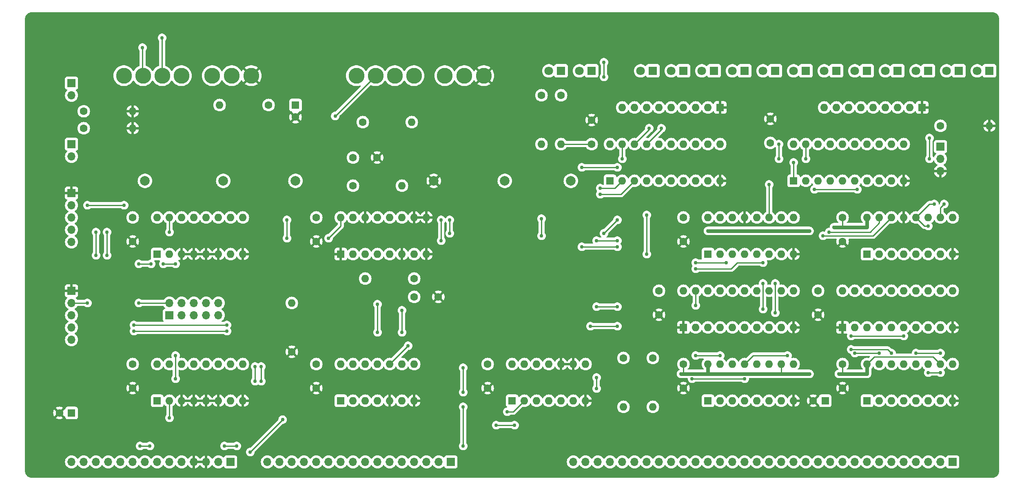
<source format=gbl>
%TF.GenerationSoftware,KiCad,Pcbnew,(7.0.0)*%
%TF.CreationDate,2023-09-24T17:53:57-07:00*%
%TF.ProjectId,gamepad,67616d65-7061-4642-9e6b-696361645f70,rev?*%
%TF.SameCoordinates,Original*%
%TF.FileFunction,Copper,L2,Bot*%
%TF.FilePolarity,Positive*%
%FSLAX46Y46*%
G04 Gerber Fmt 4.6, Leading zero omitted, Abs format (unit mm)*
G04 Created by KiCad (PCBNEW (7.0.0)) date 2023-09-24 17:53:57*
%MOMM*%
%LPD*%
G01*
G04 APERTURE LIST*
%TA.AperFunction,ComponentPad*%
%ADD10R,1.800000X1.800000*%
%TD*%
%TA.AperFunction,ComponentPad*%
%ADD11C,1.800000*%
%TD*%
%TA.AperFunction,ComponentPad*%
%ADD12R,1.700000X1.700000*%
%TD*%
%TA.AperFunction,ComponentPad*%
%ADD13O,1.700000X1.700000*%
%TD*%
%TA.AperFunction,ComponentPad*%
%ADD14C,1.600000*%
%TD*%
%TA.AperFunction,ComponentPad*%
%ADD15R,1.600000X1.600000*%
%TD*%
%TA.AperFunction,ComponentPad*%
%ADD16O,1.600000X1.600000*%
%TD*%
%TA.AperFunction,ComponentPad*%
%ADD17C,2.000000*%
%TD*%
%TA.AperFunction,ComponentPad*%
%ADD18C,3.300000*%
%TD*%
%TA.AperFunction,ViaPad*%
%ADD19C,0.762000*%
%TD*%
%TA.AperFunction,Conductor*%
%ADD20C,0.254000*%
%TD*%
%TA.AperFunction,Conductor*%
%ADD21C,0.762000*%
%TD*%
G04 APERTURE END LIST*
D10*
%TO.P,D9,1,K*%
%TO.N,Net-(D9-K)*%
X200659999Y-63499999D03*
D11*
%TO.P,D9,2,A*%
%TO.N,/PAD 1 LED 8*%
X198120000Y-63500000D03*
%TD*%
D12*
%TO.P,J3,1,B_00*%
%TO.N,unconnected-(J3-B_00-Pad1)*%
X139699999Y-144779999D03*
D13*
%TO.P,J3,2,B_01*%
%TO.N,unconnected-(J3-B_01-Pad2)*%
X137159999Y-144779999D03*
%TO.P,J3,3,B_02*%
%TO.N,unconnected-(J3-B_02-Pad3)*%
X134619999Y-144779999D03*
%TO.P,J3,4,B_03*%
%TO.N,unconnected-(J3-B_03-Pad4)*%
X132079999Y-144779999D03*
%TO.P,J3,5,B_04*%
%TO.N,unconnected-(J3-B_04-Pad5)*%
X129539999Y-144779999D03*
%TO.P,J3,6,B_05*%
%TO.N,unconnected-(J3-B_05-Pad6)*%
X126999999Y-144779999D03*
%TO.P,J3,7,B_06*%
%TO.N,unconnected-(J3-B_06-Pad7)*%
X124459999Y-144779999D03*
%TO.P,J3,8,B_07*%
%TO.N,unconnected-(J3-B_07-Pad8)*%
X121919999Y-144779999D03*
%TO.P,J3,9,B_08*%
%TO.N,unconnected-(J3-B_08-Pad9)*%
X119379999Y-144779999D03*
%TO.P,J3,10,B_09*%
%TO.N,unconnected-(J3-B_09-Pad10)*%
X116839999Y-144779999D03*
%TO.P,J3,11,B_10*%
%TO.N,unconnected-(J3-B_10-Pad11)*%
X114299999Y-144779999D03*
%TO.P,J3,12,B_11*%
%TO.N,unconnected-(J3-B_11-Pad12)*%
X111759999Y-144779999D03*
%TO.P,J3,13,B_12*%
%TO.N,unconnected-(J3-B_12-Pad13)*%
X109219999Y-144779999D03*
%TO.P,J3,14,B_13*%
%TO.N,unconnected-(J3-B_13-Pad14)*%
X106679999Y-144779999D03*
%TO.P,J3,15,B_14*%
%TO.N,unconnected-(J3-B_14-Pad15)*%
X104139999Y-144779999D03*
%TO.P,J3,16,B_15*%
%TO.N,unconnected-(J3-B_15-Pad16)*%
X101599999Y-144779999D03*
%TD*%
D14*
%TO.P,C3,1*%
%TO.N,VCC*%
X187960000Y-93980000D03*
%TO.P,C3,2*%
%TO.N,GND*%
X187960000Y-98980000D03*
%TD*%
D15*
%TO.P,C97,1*%
%TO.N,VCC*%
X107441999Y-70611999D03*
D14*
%TO.P,C97,2*%
%TO.N,GND*%
X107442000Y-73112000D03*
%TD*%
%TO.P,C2,1*%
%TO.N,VCC*%
X147320000Y-124460000D03*
%TO.P,C2,2*%
%TO.N,GND*%
X147320000Y-129460000D03*
%TD*%
D10*
%TO.P,D13,1,K*%
%TO.N,/~{PAD 2 OE LED}*%
X168909999Y-63499999D03*
D11*
%TO.P,D13,2,A*%
%TO.N,Net-(D13-A)*%
X166370000Y-63500000D03*
%TD*%
D15*
%TO.P,U11,1,DIR*%
%TO.N,VCC*%
X210819999Y-86359999D03*
D16*
%TO.P,U11,2,A1*%
%TO.N,/PAD 1 SHIFT 07*%
X213359999Y-86359999D03*
%TO.P,U11,3,A2*%
%TO.N,/PAD 1 SHIFT 06*%
X215899999Y-86359999D03*
%TO.P,U11,4,A3*%
%TO.N,/PAD 1 SHIFT 05*%
X218439999Y-86359999D03*
%TO.P,U11,5,A3*%
%TO.N,/PAD 1 SHIFT 04*%
X220979999Y-86359999D03*
%TO.P,U11,6,A5*%
%TO.N,/PAD 1 SHIFT 03*%
X223519999Y-86359999D03*
%TO.P,U11,7,A6*%
%TO.N,/PAD 1 SHIFT 02*%
X226059999Y-86359999D03*
%TO.P,U11,8,A7*%
%TO.N,/PAD 1 SHIFT 01*%
X228599999Y-86359999D03*
%TO.P,U11,9,A8*%
%TO.N,/PAD 1 SHIFT 00*%
X231139999Y-86359999D03*
%TO.P,U11,10,GND*%
%TO.N,GND*%
X233679999Y-86359999D03*
%TO.P,U11,11,B8*%
%TO.N,/PAD 1 LED 0*%
X233679999Y-78739999D03*
%TO.P,U11,12,B7*%
%TO.N,/PAD 1 LED 1*%
X231139999Y-78739999D03*
%TO.P,U11,13,B6*%
%TO.N,/PAD 1 LED 2*%
X228599999Y-78739999D03*
%TO.P,U11,14,B5*%
%TO.N,/PAD 1 LED 3*%
X226059999Y-78739999D03*
%TO.P,U11,15,B4*%
%TO.N,/PAD 1 LED 4*%
X223519999Y-78739999D03*
%TO.P,U11,16,B3*%
%TO.N,/PAD 1 LED 5*%
X220979999Y-78739999D03*
%TO.P,U11,17,B2*%
%TO.N,/PAD 1 LED 6*%
X218439999Y-78739999D03*
%TO.P,U11,18,B1*%
%TO.N,/PAD 1 LED 7*%
X215899999Y-78739999D03*
%TO.P,U11,19,~{OE}*%
%TO.N,/~{LED ENABLE}*%
X213359999Y-78739999D03*
%TO.P,U11,20,VCC*%
%TO.N,VCC*%
X210819999Y-78739999D03*
%TD*%
D14*
%TO.P,C7,1*%
%TO.N,VCC*%
X111760000Y-124460000D03*
%TO.P,C7,2*%
%TO.N,GND*%
X111760000Y-129460000D03*
%TD*%
D10*
%TO.P,D8,1,K*%
%TO.N,Net-(D8-K)*%
X207009999Y-63499999D03*
D11*
%TO.P,D8,2,A*%
%TO.N,/PAD 1 LED 7*%
X204470000Y-63500000D03*
%TD*%
D14*
%TO.P,C8,1*%
%TO.N,VCC*%
X111760000Y-93980000D03*
%TO.P,C8,2*%
%TO.N,GND*%
X111760000Y-98980000D03*
%TD*%
D15*
%TO.P,U1,1,~{MR}*%
%TO.N,VCC*%
X78739999Y-132079999D03*
D16*
%TO.P,U1,2,CP*%
%TO.N,/CTL_CLK*%
X81279999Y-132079999D03*
%TO.P,U1,3,P0*%
%TO.N,GND*%
X83819999Y-132079999D03*
%TO.P,U1,4,P1*%
X86359999Y-132079999D03*
%TO.P,U1,5,P2*%
X88899999Y-132079999D03*
%TO.P,U1,6,P3*%
X91439999Y-132079999D03*
%TO.P,U1,7,PE*%
%TO.N,VCC*%
X93979999Y-132079999D03*
%TO.P,U1,8,GND*%
%TO.N,GND*%
X96519999Y-132079999D03*
%TO.P,U1,9,~{SPE}*%
%TO.N,VCC*%
X96519999Y-124459999D03*
%TO.P,U1,10,TE*%
X93979999Y-124459999D03*
%TO.P,U1,11,Q3*%
%TO.N,/CLK DIV 16*%
X91439999Y-124459999D03*
%TO.P,U1,12,Q2*%
%TO.N,/CLK DIV 8*%
X88899999Y-124459999D03*
%TO.P,U1,13,Q1*%
%TO.N,/CLK DIV 4*%
X86359999Y-124459999D03*
%TO.P,U1,14,Q0*%
%TO.N,/CLK DIV 2*%
X83819999Y-124459999D03*
%TO.P,U1,15,TC*%
%TO.N,unconnected-(U1-TC-Pad15)*%
X81279999Y-124459999D03*
%TO.P,U1,16,VCC*%
%TO.N,VCC*%
X78739999Y-124459999D03*
%TD*%
D15*
%TO.P,U6,1,QB*%
%TO.N,/DATA_BUS_06*%
X226059999Y-132079999D03*
D16*
%TO.P,U6,2,QC*%
%TO.N,/DATA_BUS_05*%
X228599999Y-132079999D03*
%TO.P,U6,3,QD*%
%TO.N,/DATA_BUS_04*%
X231139999Y-132079999D03*
%TO.P,U6,4,QE*%
%TO.N,/DATA_BUS_03*%
X233679999Y-132079999D03*
%TO.P,U6,5,QF*%
%TO.N,/DATA_BUS_02*%
X236219999Y-132079999D03*
%TO.P,U6,6,QG*%
%TO.N,/DATA_BUS_01*%
X238759999Y-132079999D03*
%TO.P,U6,7,QH*%
%TO.N,/DATA_BUS_00*%
X241299999Y-132079999D03*
%TO.P,U6,8,GND*%
%TO.N,GND*%
X243839999Y-132079999D03*
%TO.P,U6,9,QH'*%
%TO.N,unconnected-(U6-QH'-Pad9)*%
X243839999Y-124459999D03*
%TO.P,U6,10,~{SRCLR}*%
%TO.N,VCC*%
X241299999Y-124459999D03*
%TO.P,U6,11,SRCLK*%
%TO.N,/~{BASE CLK}*%
X238759999Y-124459999D03*
%TO.P,U6,12,RCLK*%
%TO.N,/TC*%
X236219999Y-124459999D03*
%TO.P,U6,13,~{OE}*%
%TO.N,/PAD 2 ~{OE}*%
X233679999Y-124459999D03*
%TO.P,U6,14,SER*%
%TO.N,Net-(U5-QH')*%
X231139999Y-124459999D03*
%TO.P,U6,15,QA*%
%TO.N,/DATA_BUS_07*%
X228599999Y-124459999D03*
%TO.P,U6,16,VCC*%
%TO.N,VCC*%
X226059999Y-124459999D03*
%TD*%
D12*
%TO.P,J7,1,Pin_1*%
%TO.N,GND*%
X60959999Y-88899999D03*
D13*
%TO.P,J7,2,Pin_2*%
%TO.N,/PAD 1 DATA*%
X60959999Y-91439999D03*
%TO.P,J7,3,Pin_3*%
%TO.N,/GAMEPAD LATCH*%
X60959999Y-93979999D03*
%TO.P,J7,4,Pin_4*%
%TO.N,/BASE CLK*%
X60959999Y-96519999D03*
%TO.P,J7,5,Pin_5*%
%TO.N,VCC*%
X60959999Y-99059999D03*
%TD*%
D14*
%TO.P,R2,1*%
%TO.N,Net-(D14-A)*%
X158496000Y-68580000D03*
D16*
%TO.P,R2,2*%
%TO.N,VCC*%
X158495999Y-78739999D03*
%TD*%
D14*
%TO.P,R4,1*%
%TO.N,GND*%
X106680000Y-121920000D03*
D16*
%TO.P,R4,2*%
%TO.N,/BASE CLK*%
X106679999Y-111759999D03*
%TD*%
D15*
%TO.P,RN1,1,common*%
%TO.N,GND*%
X195579999Y-71119999D03*
D16*
%TO.P,RN1,2,R1*%
%TO.N,Net-(D9-K)*%
X193039999Y-71119999D03*
%TO.P,RN1,3,R2*%
%TO.N,Net-(D10-K)*%
X190499999Y-71119999D03*
%TO.P,RN1,4,R3*%
%TO.N,Net-(D11-K)*%
X187959999Y-71119999D03*
%TO.P,RN1,5,R4*%
%TO.N,Net-(D12-K)*%
X185419999Y-71119999D03*
%TO.P,RN1,6,R5*%
%TO.N,Net-(RN1-R5)*%
X182879999Y-71119999D03*
%TO.P,RN1,7,R6*%
%TO.N,Net-(RN1-R6)*%
X180339999Y-71119999D03*
%TO.P,RN1,8,R7*%
%TO.N,Net-(RN1-R7)*%
X177799999Y-71119999D03*
%TO.P,RN1,9,R8*%
%TO.N,Net-(RN1-R8)*%
X175259999Y-71119999D03*
%TD*%
D17*
%TO.P,TP1,1,1*%
%TO.N,/GAMEPAD LATCH*%
X76200000Y-86360000D03*
%TD*%
D10*
%TO.P,D7,1,K*%
%TO.N,Net-(D7-K)*%
X213359999Y-63499999D03*
D11*
%TO.P,D7,2,A*%
%TO.N,/PAD 1 LED 6*%
X210820000Y-63500000D03*
%TD*%
D14*
%TO.P,C5,1*%
%TO.N,VCC*%
X187960000Y-124460000D03*
%TO.P,C5,2*%
%TO.N,GND*%
X187960000Y-129460000D03*
%TD*%
D17*
%TO.P,TP6,1,1*%
%TO.N,/~{BASE CLK}*%
X164592000Y-86360000D03*
%TD*%
D14*
%TO.P,R5,1*%
%TO.N,/PAD 1 ADDRD*%
X63500000Y-71896000D03*
D16*
%TO.P,R5,2*%
%TO.N,GND*%
X73659999Y-71895999D03*
%TD*%
D14*
%TO.P,C1,1*%
%TO.N,VCC*%
X73660000Y-124460000D03*
%TO.P,C1,2*%
%TO.N,GND*%
X73660000Y-129460000D03*
%TD*%
D12*
%TO.P,J2,1,VCC*%
%TO.N,VCC*%
X93979999Y-144779999D03*
D13*
%TO.P,J2,2,VCC*%
X91439999Y-144779999D03*
%TO.P,J2,3,GND*%
%TO.N,GND*%
X88899999Y-144779999D03*
%TO.P,J2,4,GND*%
X86359999Y-144779999D03*
%TO.P,J2,5,NC*%
%TO.N,unconnected-(J2-NC-Pad5)*%
X83819999Y-144779999D03*
%TO.P,J2,6,DCLK*%
%TO.N,/DATA_CLK*%
X81279999Y-144779999D03*
%TO.P,J2,7,NC*%
%TO.N,unconnected-(J2-NC-Pad7)*%
X78739999Y-144779999D03*
%TO.P,J2,8,CCLK*%
%TO.N,/CTL_CLK*%
X76199999Y-144779999D03*
%TO.P,J2,9,NC*%
%TO.N,unconnected-(J2-NC-Pad9)*%
X73659999Y-144779999D03*
%TO.P,J2,10,MEM_ACT*%
%TO.N,/MEM_ACTIVE*%
X71119999Y-144779999D03*
%TO.P,J2,11,NC*%
%TO.N,unconnected-(J2-NC-Pad11)*%
X68579999Y-144779999D03*
%TO.P,J2,12,RFM_WTM*%
%TO.N,/RFM_WTM*%
X66039999Y-144779999D03*
%TO.P,J2,13,NC*%
%TO.N,unconnected-(J2-NC-Pad13)*%
X63499999Y-144779999D03*
%TO.P,J2,14,RST*%
%TO.N,/RESET*%
X60959999Y-144779999D03*
%TD*%
D14*
%TO.P,R3,1*%
%TO.N,/~{LED ENABLE}*%
X241300000Y-74930000D03*
D16*
%TO.P,R3,2*%
%TO.N,GND*%
X251459999Y-74929999D03*
%TD*%
D14*
%TO.P,R12,1*%
%TO.N,VCC*%
X175514000Y-123190000D03*
D16*
%TO.P,R12,2*%
%TO.N,/PAD 1 ~{OE}*%
X175513999Y-133349999D03*
%TD*%
D12*
%TO.P,J11,1,Pin_1*%
%TO.N,VCC*%
X241299999Y-79247999D03*
D13*
%TO.P,J11,2,Pin_2*%
%TO.N,/~{LED ENABLE}*%
X241299999Y-81787999D03*
%TO.P,J11,3,Pin_3*%
%TO.N,GND*%
X241299999Y-84327999D03*
%TD*%
D15*
%TO.P,C99,1*%
%TO.N,VCC*%
X60959999Y-134619999D03*
D14*
%TO.P,C99,2*%
%TO.N,GND*%
X58460000Y-134620000D03*
%TD*%
D15*
%TO.P,U13,1,DIR*%
%TO.N,GND*%
X220979999Y-116839999D03*
D16*
%TO.P,U13,2,A1*%
%TO.N,/DATA_BUS_07*%
X223519999Y-116839999D03*
%TO.P,U13,3,A2*%
%TO.N,/DATA_BUS_06*%
X226059999Y-116839999D03*
%TO.P,U13,4,A3*%
%TO.N,/DATA_BUS_05*%
X228599999Y-116839999D03*
%TO.P,U13,5,A3*%
%TO.N,/DATA_BUS_04*%
X231139999Y-116839999D03*
%TO.P,U13,6,A5*%
%TO.N,/DATA_BUS_03*%
X233679999Y-116839999D03*
%TO.P,U13,7,A6*%
%TO.N,/DATA_BUS_02*%
X236219999Y-116839999D03*
%TO.P,U13,8,A7*%
%TO.N,/DATA_BUS_01*%
X238759999Y-116839999D03*
%TO.P,U13,9,A8*%
%TO.N,/DATA_BUS_00*%
X241299999Y-116839999D03*
%TO.P,U13,10,GND*%
%TO.N,GND*%
X243839999Y-116839999D03*
%TO.P,U13,11,B8*%
%TO.N,/PAD 1 SHIFT 00*%
X243839999Y-109219999D03*
%TO.P,U13,12,B7*%
%TO.N,/PAD 1 SHIFT 01*%
X241299999Y-109219999D03*
%TO.P,U13,13,B6*%
%TO.N,/PAD 1 SHIFT 02*%
X238759999Y-109219999D03*
%TO.P,U13,14,B5*%
%TO.N,/PAD 1 SHIFT 03*%
X236219999Y-109219999D03*
%TO.P,U13,15,B4*%
%TO.N,/PAD 1 SHIFT 04*%
X233679999Y-109219999D03*
%TO.P,U13,16,B3*%
%TO.N,/PAD 1 SHIFT 05*%
X231139999Y-109219999D03*
%TO.P,U13,17,B2*%
%TO.N,/PAD 1 SHIFT 06*%
X228599999Y-109219999D03*
%TO.P,U13,18,B1*%
%TO.N,/PAD 1 SHIFT 07*%
X226059999Y-109219999D03*
%TO.P,U13,19,~{OE}*%
%TO.N,/PAD 1 ~{OE}*%
X223519999Y-109219999D03*
%TO.P,U13,20,VCC*%
%TO.N,VCC*%
X220979999Y-109219999D03*
%TD*%
D14*
%TO.P,R1,1*%
%TO.N,Net-(D13-A)*%
X162560000Y-68580000D03*
D16*
%TO.P,R1,2*%
%TO.N,VCC*%
X162559999Y-78739999D03*
%TD*%
D15*
%TO.P,RN2,1,common*%
%TO.N,GND*%
X237489999Y-71119999D03*
D16*
%TO.P,RN2,2,R1*%
%TO.N,Net-(D1-K)*%
X234949999Y-71119999D03*
%TO.P,RN2,3,R2*%
%TO.N,Net-(D2-K)*%
X232409999Y-71119999D03*
%TO.P,RN2,4,R3*%
%TO.N,Net-(D3-K)*%
X229869999Y-71119999D03*
%TO.P,RN2,5,R4*%
%TO.N,Net-(D4-K)*%
X227329999Y-71119999D03*
%TO.P,RN2,6,R5*%
%TO.N,Net-(D5-K)*%
X224789999Y-71119999D03*
%TO.P,RN2,7,R6*%
%TO.N,Net-(D6-K)*%
X222249999Y-71119999D03*
%TO.P,RN2,8,R7*%
%TO.N,Net-(D7-K)*%
X219709999Y-71119999D03*
%TO.P,RN2,9,R8*%
%TO.N,Net-(D8-K)*%
X217169999Y-71119999D03*
%TD*%
D15*
%TO.P,U9,1,~{MR}*%
%TO.N,VCC*%
X78739999Y-101599999D03*
D16*
%TO.P,U9,2,CP*%
%TO.N,/BASE CLK*%
X81279999Y-101599999D03*
%TO.P,U9,3,P0*%
%TO.N,GND*%
X83819999Y-101599999D03*
%TO.P,U9,4,P1*%
X86359999Y-101599999D03*
%TO.P,U9,5,P2*%
X88899999Y-101599999D03*
%TO.P,U9,6,P3*%
X91439999Y-101599999D03*
%TO.P,U9,7,PE*%
%TO.N,VCC*%
X93979999Y-101599999D03*
%TO.P,U9,8,GND*%
%TO.N,GND*%
X96519999Y-101599999D03*
%TO.P,U9,9,~{SPE}*%
%TO.N,VCC*%
X96519999Y-93979999D03*
%TO.P,U9,10,TE*%
X93979999Y-93979999D03*
%TO.P,U9,11,Q3*%
%TO.N,unconnected-(U9-Q3-Pad11)*%
X91439999Y-93979999D03*
%TO.P,U9,12,Q2*%
%TO.N,unconnected-(U9-Q2-Pad12)*%
X88899999Y-93979999D03*
%TO.P,U9,13,Q1*%
%TO.N,unconnected-(U9-Q1-Pad13)*%
X86359999Y-93979999D03*
%TO.P,U9,14,Q0*%
%TO.N,unconnected-(U9-Q0-Pad14)*%
X83819999Y-93979999D03*
%TO.P,U9,15,TC*%
%TO.N,/TC*%
X81279999Y-93979999D03*
%TO.P,U9,16,VCC*%
%TO.N,VCC*%
X78739999Y-93979999D03*
%TD*%
D17*
%TO.P,TP2,1,1*%
%TO.N,/PAD 1 DATA*%
X92456000Y-86360000D03*
%TD*%
D14*
%TO.P,R11,1*%
%TO.N,VCC*%
X181610000Y-123190000D03*
D16*
%TO.P,R11,2*%
%TO.N,/PAD 2 ~{OE}*%
X181609999Y-133349999D03*
%TD*%
D10*
%TO.P,D4,1,K*%
%TO.N,Net-(D4-K)*%
X232409999Y-63499999D03*
D11*
%TO.P,D4,2,A*%
%TO.N,/PAD 1 LED 3*%
X229870000Y-63500000D03*
%TD*%
D10*
%TO.P,D6,1,K*%
%TO.N,Net-(D6-K)*%
X219709999Y-63499999D03*
D11*
%TO.P,D6,2,A*%
%TO.N,/PAD 1 LED 5*%
X217170000Y-63500000D03*
%TD*%
D15*
%TO.P,U3,1,QB*%
%TO.N,/PAD 1 SHIFT 14*%
X193039999Y-101599999D03*
D16*
%TO.P,U3,2,QC*%
%TO.N,/PAD 1 SHIFT 13*%
X195579999Y-101599999D03*
%TO.P,U3,3,QD*%
%TO.N,/PAD 1 SHIFT 12*%
X198119999Y-101599999D03*
%TO.P,U3,4,QE*%
%TO.N,/PAD 1 SHIFT 11*%
X200659999Y-101599999D03*
%TO.P,U3,5,QF*%
%TO.N,/PAD 1 SHIFT 10*%
X203199999Y-101599999D03*
%TO.P,U3,6,QG*%
%TO.N,/PAD 1 SHIFT 09*%
X205739999Y-101599999D03*
%TO.P,U3,7,QH*%
%TO.N,/PAD 1 SHIFT 08*%
X208279999Y-101599999D03*
%TO.P,U3,8,GND*%
%TO.N,GND*%
X210819999Y-101599999D03*
%TO.P,U3,9,QH'*%
%TO.N,Net-(U3-QH')*%
X210819999Y-93979999D03*
%TO.P,U3,10,~{SRCLR}*%
%TO.N,VCC*%
X208279999Y-93979999D03*
%TO.P,U3,11,SRCLK*%
%TO.N,/~{BASE CLK}*%
X205739999Y-93979999D03*
%TO.P,U3,12,RCLK*%
%TO.N,/TC*%
X203199999Y-93979999D03*
%TO.P,U3,13,~{OE}*%
%TO.N,GND*%
X200659999Y-93979999D03*
%TO.P,U3,14,SER*%
%TO.N,Net-(U3-SER)*%
X198119999Y-93979999D03*
%TO.P,U3,15,QA*%
%TO.N,/PAD 1 SHIFT 15*%
X195579999Y-93979999D03*
%TO.P,U3,16,VCC*%
%TO.N,VCC*%
X193039999Y-93979999D03*
%TD*%
D12*
%TO.P,J4,1,Pin_1*%
%TO.N,/PAD 1 ADDRD*%
X60959999Y-66039999D03*
D13*
%TO.P,J4,2,Pin_2*%
X60959999Y-68579999D03*
%TD*%
D14*
%TO.P,C4,1*%
%TO.N,VCC*%
X220980000Y-93980000D03*
%TO.P,C4,2*%
%TO.N,GND*%
X220980000Y-98980000D03*
%TD*%
D15*
%TO.P,U4,1,QB*%
%TO.N,/PAD 1 SHIFT 06*%
X226059999Y-101599999D03*
D16*
%TO.P,U4,2,QC*%
%TO.N,/PAD 1 SHIFT 05*%
X228599999Y-101599999D03*
%TO.P,U4,3,QD*%
%TO.N,/PAD 1 SHIFT 04*%
X231139999Y-101599999D03*
%TO.P,U4,4,QE*%
%TO.N,/PAD 1 SHIFT 03*%
X233679999Y-101599999D03*
%TO.P,U4,5,QF*%
%TO.N,/PAD 1 SHIFT 02*%
X236219999Y-101599999D03*
%TO.P,U4,6,QG*%
%TO.N,/PAD 1 SHIFT 01*%
X238759999Y-101599999D03*
%TO.P,U4,7,QH*%
%TO.N,/PAD 1 SHIFT 00*%
X241299999Y-101599999D03*
%TO.P,U4,8,GND*%
%TO.N,GND*%
X243839999Y-101599999D03*
%TO.P,U4,9,QH'*%
%TO.N,unconnected-(U4-QH'-Pad9)*%
X243839999Y-93979999D03*
%TO.P,U4,10,~{SRCLR}*%
%TO.N,VCC*%
X241299999Y-93979999D03*
%TO.P,U4,11,SRCLK*%
%TO.N,/~{BASE CLK}*%
X238759999Y-93979999D03*
%TO.P,U4,12,RCLK*%
%TO.N,/TC*%
X236219999Y-93979999D03*
%TO.P,U4,13,~{OE}*%
%TO.N,GND*%
X233679999Y-93979999D03*
%TO.P,U4,14,SER*%
%TO.N,Net-(U3-QH')*%
X231139999Y-93979999D03*
%TO.P,U4,15,QA*%
%TO.N,/PAD 1 SHIFT 07*%
X228599999Y-93979999D03*
%TO.P,U4,16,VCC*%
%TO.N,VCC*%
X226059999Y-93979999D03*
%TD*%
D14*
%TO.P,C16,1*%
%TO.N,GND*%
X168910000Y-73740000D03*
%TO.P,C16,2*%
%TO.N,VCC*%
X168910000Y-78740000D03*
%TD*%
D15*
%TO.P,U10,1,DIR*%
%TO.N,VCC*%
X172719999Y-86359999D03*
D16*
%TO.P,U10,2,A1*%
%TO.N,Net-(RN1-R8)*%
X175259999Y-86359999D03*
%TO.P,U10,3,A2*%
%TO.N,Net-(RN1-R7)*%
X177799999Y-86359999D03*
%TO.P,U10,4,A3*%
%TO.N,/PAD 1 ~{OE}*%
X180339999Y-86359999D03*
%TO.P,U10,5,A3*%
%TO.N,/PAD 2 ~{OE}*%
X182879999Y-86359999D03*
%TO.P,U10,6,A5*%
%TO.N,/PAD 1 SHIFT 11*%
X185419999Y-86359999D03*
%TO.P,U10,7,A6*%
%TO.N,/PAD 1 SHIFT 10*%
X187959999Y-86359999D03*
%TO.P,U10,8,A7*%
%TO.N,/PAD 1 SHIFT 09*%
X190499999Y-86359999D03*
%TO.P,U10,9,A8*%
%TO.N,/PAD 1 SHIFT 08*%
X193039999Y-86359999D03*
%TO.P,U10,10,GND*%
%TO.N,GND*%
X195579999Y-86359999D03*
%TO.P,U10,11,B8*%
%TO.N,/PAD 1 LED 8*%
X195579999Y-78739999D03*
%TO.P,U10,12,B7*%
%TO.N,/PAD 1 LED 9*%
X193039999Y-78739999D03*
%TO.P,U10,13,B6*%
%TO.N,/PAD 1 LED 10*%
X190499999Y-78739999D03*
%TO.P,U10,14,B5*%
%TO.N,/PAD 1 LED 11*%
X187959999Y-78739999D03*
%TO.P,U10,15,B4*%
%TO.N,/~{PAD 2 OE LED}*%
X185419999Y-78739999D03*
%TO.P,U10,16,B3*%
%TO.N,/~{PAD 1 OE LED}*%
X182879999Y-78739999D03*
%TO.P,U10,17,B2*%
%TO.N,Net-(RN1-R5)*%
X180339999Y-78739999D03*
%TO.P,U10,18,B1*%
%TO.N,Net-(RN1-R6)*%
X177799999Y-78739999D03*
%TO.P,U10,19,~{OE}*%
%TO.N,/~{LED ENABLE}*%
X175259999Y-78739999D03*
%TO.P,U10,20,VCC*%
%TO.N,VCC*%
X172719999Y-78739999D03*
%TD*%
D12*
%TO.P,J6,1,Pin_1*%
%TO.N,/CTL_CLK*%
X81279999Y-114299999D03*
D13*
%TO.P,J6,2,Pin_2*%
%TO.N,/BASE CLK*%
X81279999Y-111759999D03*
%TO.P,J6,3,Pin_3*%
%TO.N,/CLK DIV 2*%
X83819999Y-114299999D03*
%TO.P,J6,4,Pin_4*%
%TO.N,/BASE CLK*%
X83819999Y-111759999D03*
%TO.P,J6,5,Pin_5*%
%TO.N,/CLK DIV 4*%
X86359999Y-114299999D03*
%TO.P,J6,6,Pin_6*%
%TO.N,/BASE CLK*%
X86359999Y-111759999D03*
%TO.P,J6,7,Pin_7*%
%TO.N,/CLK DIV 8*%
X88899999Y-114299999D03*
%TO.P,J6,8,Pin_8*%
%TO.N,/BASE CLK*%
X88899999Y-111759999D03*
%TO.P,J6,9,Pin_9*%
%TO.N,/CLK DIV 16*%
X91439999Y-114299999D03*
%TO.P,J6,10,Pin_10*%
%TO.N,/BASE CLK*%
X91439999Y-111759999D03*
%TD*%
D14*
%TO.P,C10,1*%
%TO.N,Net-(U2A-RCext)*%
X119380000Y-81534000D03*
%TO.P,C10,2*%
%TO.N,GND*%
X124380000Y-81534000D03*
%TD*%
D17*
%TO.P,TP4,1,1*%
%TO.N,/TC*%
X150876000Y-86360000D03*
%TD*%
D14*
%TO.P,C9,1*%
%TO.N,VCC*%
X73660000Y-93980000D03*
%TO.P,C9,2*%
%TO.N,GND*%
X73660000Y-98980000D03*
%TD*%
D12*
%TO.P,J5,1,Pin_1*%
%TO.N,/PAD 2 ADDRD*%
X60959999Y-78739999D03*
D13*
%TO.P,J5,2,Pin_2*%
X60959999Y-81279999D03*
%TD*%
D14*
%TO.P,C13,1*%
%TO.N,VCC*%
X215900000Y-109220000D03*
%TO.P,C13,2*%
%TO.N,GND*%
X215900000Y-114220000D03*
%TD*%
%TO.P,C15,1*%
%TO.N,GND*%
X205994000Y-73486000D03*
%TO.P,C15,2*%
%TO.N,VCC*%
X205994000Y-78486000D03*
%TD*%
D18*
%TO.P,J8,1,Pin_1*%
%TO.N,GND*%
X98270000Y-64516000D03*
%TO.P,J8,2,Pin_2*%
%TO.N,unconnected-(J8-Pin_2-Pad2)*%
X94220000Y-64516000D03*
%TO.P,J8,3,Pin_3*%
%TO.N,unconnected-(J8-Pin_3-Pad3)*%
X90170000Y-64516000D03*
%TO.P,J8,4,Pin_4*%
%TO.N,/PAD 1 DATA*%
X83770000Y-64516000D03*
%TO.P,J8,5,Pin_5*%
%TO.N,/GAMEPAD LATCH*%
X79786666Y-64516000D03*
%TO.P,J8,6,Pin_6*%
%TO.N,/BASE CLK*%
X75803333Y-64516000D03*
%TO.P,J8,7,Pin_7*%
%TO.N,VCC*%
X71820000Y-64516000D03*
%TD*%
D17*
%TO.P,TP3,1,1*%
%TO.N,GND*%
X136144000Y-86360000D03*
%TD*%
D10*
%TO.P,D5,1,K*%
%TO.N,Net-(D5-K)*%
X226059999Y-63499999D03*
D11*
%TO.P,D5,2,A*%
%TO.N,/PAD 1 LED 4*%
X223520000Y-63500000D03*
%TD*%
D14*
%TO.P,C12,1*%
%TO.N,VCC*%
X182880000Y-109220000D03*
%TO.P,C12,2*%
%TO.N,GND*%
X182880000Y-114220000D03*
%TD*%
D10*
%TO.P,D10,1,K*%
%TO.N,Net-(D10-K)*%
X194309999Y-63499999D03*
D11*
%TO.P,D10,2,A*%
%TO.N,/PAD 1 LED 9*%
X191770000Y-63500000D03*
%TD*%
D10*
%TO.P,D12,1,K*%
%TO.N,Net-(D12-K)*%
X181609999Y-63499999D03*
D11*
%TO.P,D12,2,A*%
%TO.N,/PAD 1 LED 11*%
X179070000Y-63500000D03*
%TD*%
D15*
%TO.P,U8,1*%
%TO.N,/PAD 2 ADDRD*%
X152399999Y-132079999D03*
D16*
%TO.P,U8,2*%
%TO.N,/MEMACTIVE_RFM*%
X154939999Y-132079999D03*
%TO.P,U8,3*%
%TO.N,/PAD 2 ~{OE}*%
X157479999Y-132079999D03*
%TO.P,U8,4*%
%TO.N,/MEMACTIVE_RFM*%
X160019999Y-132079999D03*
%TO.P,U8,5*%
%TO.N,/PAD 1 ADDRD*%
X162559999Y-132079999D03*
%TO.P,U8,6*%
%TO.N,/PAD 1 ~{OE}*%
X165099999Y-132079999D03*
%TO.P,U8,7,GND*%
%TO.N,GND*%
X167639999Y-132079999D03*
%TO.P,U8,8*%
%TO.N,unconnected-(U8-Pad8)*%
X167639999Y-124459999D03*
%TO.P,U8,9*%
%TO.N,GND*%
X165099999Y-124459999D03*
%TO.P,U8,10*%
X162559999Y-124459999D03*
%TO.P,U8,11*%
%TO.N,Net-(U14-Pad3)*%
X160019999Y-124459999D03*
%TO.P,U8,12*%
%TO.N,Net-(U14-Pad2)*%
X157479999Y-124459999D03*
%TO.P,U8,13*%
%TO.N,/MEM_ACTIVE*%
X154939999Y-124459999D03*
%TO.P,U8,14,VCC*%
%TO.N,VCC*%
X152399999Y-124459999D03*
%TD*%
D15*
%TO.P,C98,1*%
%TO.N,VCC*%
X217383999Y-132079999D03*
D14*
%TO.P,C98,2*%
%TO.N,GND*%
X214884000Y-132080000D03*
%TD*%
D15*
%TO.P,U2,1,A*%
%TO.N,GND*%
X116839999Y-101599999D03*
D16*
%TO.P,U2,2,B*%
%TO.N,/TC*%
X119379999Y-101599999D03*
%TO.P,U2,3,Clr*%
%TO.N,VCC*%
X121919999Y-101599999D03*
%TO.P,U2,4,~{Q}*%
%TO.N,unconnected-(U2A-~{Q}-Pad4)*%
X124459999Y-101599999D03*
%TO.P,U2,5,Q*%
%TO.N,unconnected-(U2B-Q-Pad5)*%
X126999999Y-101599999D03*
%TO.P,U2,6,Cext*%
%TO.N,GND*%
X129539999Y-101599999D03*
%TO.P,U2,7,RCext*%
%TO.N,Net-(U2B-RCext)*%
X132079999Y-101599999D03*
%TO.P,U2,8,GND*%
%TO.N,GND*%
X134619999Y-101599999D03*
%TO.P,U2,9,A*%
X134619999Y-93979999D03*
%TO.P,U2,10,B*%
X132079999Y-93979999D03*
%TO.P,U2,11,Clr*%
%TO.N,VCC*%
X129539999Y-93979999D03*
%TO.P,U2,12,~{Q}*%
%TO.N,unconnected-(U2B-~{Q}-Pad12)*%
X126999999Y-93979999D03*
%TO.P,U2,13,Q*%
%TO.N,/GAMEPAD LATCH*%
X124459999Y-93979999D03*
%TO.P,U2,14,Cext*%
%TO.N,GND*%
X121919999Y-93979999D03*
%TO.P,U2,15,RCext*%
%TO.N,Net-(U2A-RCext)*%
X119379999Y-93979999D03*
%TO.P,U2,16,VCC*%
%TO.N,VCC*%
X116839999Y-93979999D03*
%TD*%
D10*
%TO.P,D3,1,K*%
%TO.N,Net-(D3-K)*%
X238759999Y-63499999D03*
D11*
%TO.P,D3,2,A*%
%TO.N,/PAD 1 LED 2*%
X236220000Y-63500000D03*
%TD*%
D12*
%TO.P,J9,1,Pin_1*%
%TO.N,GND*%
X60959999Y-109219999D03*
D13*
%TO.P,J9,2,Pin_2*%
%TO.N,/PAD 2 DATA*%
X60959999Y-111759999D03*
%TO.P,J9,3,Pin_3*%
%TO.N,/GAMEPAD LATCH*%
X60959999Y-114299999D03*
%TO.P,J9,4,Pin_4*%
%TO.N,/BASE CLK*%
X60959999Y-116839999D03*
%TO.P,J9,5,Pin_5*%
%TO.N,VCC*%
X60959999Y-119379999D03*
%TD*%
D10*
%TO.P,D14,1,K*%
%TO.N,/~{PAD 1 OE LED}*%
X162559999Y-63499999D03*
D11*
%TO.P,D14,2,A*%
%TO.N,Net-(D14-A)*%
X160020000Y-63500000D03*
%TD*%
D18*
%TO.P,J10,1,Pin_1*%
%TO.N,GND*%
X146530000Y-64516000D03*
%TO.P,J10,2,Pin_2*%
%TO.N,unconnected-(J10-Pin_2-Pad2)*%
X142480000Y-64516000D03*
%TO.P,J10,3,Pin_3*%
%TO.N,unconnected-(J10-Pin_3-Pad3)*%
X138430000Y-64516000D03*
%TO.P,J10,4,Pin_4*%
%TO.N,/PAD 2 DATA*%
X132030000Y-64516000D03*
%TO.P,J10,5,Pin_5*%
%TO.N,/GAMEPAD LATCH*%
X128046666Y-64516000D03*
%TO.P,J10,6,Pin_6*%
%TO.N,/BASE CLK*%
X124063333Y-64516000D03*
%TO.P,J10,7,Pin_7*%
%TO.N,VCC*%
X120080000Y-64516000D03*
%TD*%
D14*
%TO.P,R8,1*%
%TO.N,VCC*%
X121412000Y-74168000D03*
D16*
%TO.P,R8,2*%
%TO.N,/PAD 2 DATA*%
X131571999Y-74167999D03*
%TD*%
D17*
%TO.P,TP5,1,1*%
%TO.N,/BASE CLK*%
X107442000Y-86360000D03*
%TD*%
D14*
%TO.P,R10,1*%
%TO.N,Net-(U2B-RCext)*%
X132080000Y-106680000D03*
D16*
%TO.P,R10,2*%
%TO.N,VCC*%
X121919999Y-106679999D03*
%TD*%
D14*
%TO.P,C11,1*%
%TO.N,Net-(U2B-RCext)*%
X132080000Y-110490000D03*
%TO.P,C11,2*%
%TO.N,GND*%
X137080000Y-110490000D03*
%TD*%
%TO.P,R7,1*%
%TO.N,VCC*%
X101854000Y-70612000D03*
D16*
%TO.P,R7,2*%
%TO.N,/PAD 1 DATA*%
X91693999Y-70611999D03*
%TD*%
D10*
%TO.P,D2,1,K*%
%TO.N,Net-(D2-K)*%
X245109999Y-63499999D03*
D11*
%TO.P,D2,2,A*%
%TO.N,/PAD 1 LED 1*%
X242570000Y-63500000D03*
%TD*%
D15*
%TO.P,U5,1,QB*%
%TO.N,/DATA_BUS_14*%
X193039999Y-132079999D03*
D16*
%TO.P,U5,2,QC*%
%TO.N,/DATA_BUS_13*%
X195579999Y-132079999D03*
%TO.P,U5,3,QD*%
%TO.N,/DATA_BUS_12*%
X198119999Y-132079999D03*
%TO.P,U5,4,QE*%
%TO.N,/DATA_BUS_11*%
X200659999Y-132079999D03*
%TO.P,U5,5,QF*%
%TO.N,/DATA_BUS_10*%
X203199999Y-132079999D03*
%TO.P,U5,6,QG*%
%TO.N,/DATA_BUS_09*%
X205739999Y-132079999D03*
%TO.P,U5,7,QH*%
%TO.N,/DATA_BUS_08*%
X208279999Y-132079999D03*
%TO.P,U5,8,GND*%
%TO.N,GND*%
X210819999Y-132079999D03*
%TO.P,U5,9,QH'*%
%TO.N,Net-(U5-QH')*%
X210819999Y-124459999D03*
%TO.P,U5,10,~{SRCLR}*%
%TO.N,VCC*%
X208279999Y-124459999D03*
%TO.P,U5,11,SRCLK*%
%TO.N,/~{BASE CLK}*%
X205739999Y-124459999D03*
%TO.P,U5,12,RCLK*%
%TO.N,/TC*%
X203199999Y-124459999D03*
%TO.P,U5,13,~{OE}*%
%TO.N,/PAD 2 ~{OE}*%
X200659999Y-124459999D03*
%TO.P,U5,14,SER*%
%TO.N,Net-(U5-SER)*%
X198119999Y-124459999D03*
%TO.P,U5,15,QA*%
%TO.N,/DATA_BUS_15*%
X195579999Y-124459999D03*
%TO.P,U5,16,VCC*%
%TO.N,VCC*%
X193039999Y-124459999D03*
%TD*%
D12*
%TO.P,J1,1,D_00*%
%TO.N,/DATA_BUS_00*%
X243839999Y-144779999D03*
D13*
%TO.P,J1,2,D_01*%
%TO.N,/DATA_BUS_01*%
X241299999Y-144779999D03*
%TO.P,J1,3,D_02*%
%TO.N,/DATA_BUS_02*%
X238759999Y-144779999D03*
%TO.P,J1,4,D_03*%
%TO.N,/DATA_BUS_03*%
X236219999Y-144779999D03*
%TO.P,J1,5,D_04*%
%TO.N,/DATA_BUS_04*%
X233679999Y-144779999D03*
%TO.P,J1,6,D_05*%
%TO.N,/DATA_BUS_05*%
X231139999Y-144779999D03*
%TO.P,J1,7,D_06*%
%TO.N,/DATA_BUS_06*%
X228599999Y-144779999D03*
%TO.P,J1,8,D_07*%
%TO.N,/DATA_BUS_07*%
X226059999Y-144779999D03*
%TO.P,J1,9,D_08*%
%TO.N,/DATA_BUS_08*%
X223519999Y-144779999D03*
%TO.P,J1,10,D_09*%
%TO.N,/DATA_BUS_09*%
X220979999Y-144779999D03*
%TO.P,J1,11,D_10*%
%TO.N,/DATA_BUS_10*%
X218439999Y-144779999D03*
%TO.P,J1,12,D_11*%
%TO.N,/DATA_BUS_11*%
X215899999Y-144779999D03*
%TO.P,J1,13,D_12*%
%TO.N,/DATA_BUS_12*%
X213359999Y-144779999D03*
%TO.P,J1,14,D_13*%
%TO.N,/DATA_BUS_13*%
X210819999Y-144779999D03*
%TO.P,J1,15,D_14*%
%TO.N,/DATA_BUS_14*%
X208279999Y-144779999D03*
%TO.P,J1,16,D_15*%
%TO.N,/DATA_BUS_15*%
X205739999Y-144779999D03*
%TO.P,J1,17,A_00*%
%TO.N,unconnected-(J1-A_00-Pad17)*%
X203199999Y-144779999D03*
%TO.P,J1,18,A_01*%
%TO.N,unconnected-(J1-A_01-Pad18)*%
X200659999Y-144779999D03*
%TO.P,J1,19,A_02*%
%TO.N,unconnected-(J1-A_02-Pad19)*%
X198119999Y-144779999D03*
%TO.P,J1,20,A_03*%
%TO.N,unconnected-(J1-A_03-Pad20)*%
X195579999Y-144779999D03*
%TO.P,J1,21,A_04*%
%TO.N,unconnected-(J1-A_04-Pad21)*%
X193039999Y-144779999D03*
%TO.P,J1,22,A_05*%
%TO.N,unconnected-(J1-A_05-Pad22)*%
X190499999Y-144779999D03*
%TO.P,J1,23,A_06*%
%TO.N,unconnected-(J1-A_06-Pad23)*%
X187959999Y-144779999D03*
%TO.P,J1,24,A_07*%
%TO.N,unconnected-(J1-A_07-Pad24)*%
X185419999Y-144779999D03*
%TO.P,J1,25,A_08*%
%TO.N,unconnected-(J1-A_08-Pad25)*%
X182879999Y-144779999D03*
%TO.P,J1,26,A_09*%
%TO.N,unconnected-(J1-A_09-Pad26)*%
X180339999Y-144779999D03*
%TO.P,J1,27,A_10*%
%TO.N,unconnected-(J1-A_10-Pad27)*%
X177799999Y-144779999D03*
%TO.P,J1,28,A_11*%
%TO.N,unconnected-(J1-A_11-Pad28)*%
X175259999Y-144779999D03*
%TO.P,J1,29,A_12*%
%TO.N,unconnected-(J1-A_12-Pad29)*%
X172719999Y-144779999D03*
%TO.P,J1,30,A_13*%
%TO.N,unconnected-(J1-A_13-Pad30)*%
X170179999Y-144779999D03*
%TO.P,J1,31,A_14*%
%TO.N,unconnected-(J1-A_14-Pad31)*%
X167639999Y-144779999D03*
%TO.P,J1,32,A_15*%
%TO.N,unconnected-(J1-A_15-Pad32)*%
X165099999Y-144779999D03*
%TD*%
D10*
%TO.P,D11,1,K*%
%TO.N,Net-(D11-K)*%
X187959999Y-63499999D03*
D11*
%TO.P,D11,2,A*%
%TO.N,/PAD 1 LED 10*%
X185420000Y-63500000D03*
%TD*%
D14*
%TO.P,C6,1*%
%TO.N,VCC*%
X220980000Y-124460000D03*
%TO.P,C6,2*%
%TO.N,GND*%
X220980000Y-129460000D03*
%TD*%
D15*
%TO.P,U14,1*%
%TO.N,/RFM_WTM*%
X116839999Y-132079999D03*
D16*
%TO.P,U14,2*%
%TO.N,Net-(U14-Pad2)*%
X119379999Y-132079999D03*
%TO.P,U14,3*%
%TO.N,Net-(U14-Pad3)*%
X121919999Y-132079999D03*
%TO.P,U14,4*%
%TO.N,/MEMACTIVE_RFM*%
X124459999Y-132079999D03*
%TO.P,U14,5*%
%TO.N,GND*%
X126999999Y-132079999D03*
%TO.P,U14,6*%
%TO.N,unconnected-(U14-Pad6)*%
X129539999Y-132079999D03*
%TO.P,U14,7,GND*%
%TO.N,GND*%
X132079999Y-132079999D03*
%TO.P,U14,8*%
%TO.N,Net-(U5-SER)*%
X132079999Y-124459999D03*
%TO.P,U14,9*%
%TO.N,/PAD 2 DATA*%
X129539999Y-124459999D03*
%TO.P,U14,10*%
%TO.N,Net-(U3-SER)*%
X126999999Y-124459999D03*
%TO.P,U14,11*%
%TO.N,/PAD 1 DATA*%
X124459999Y-124459999D03*
%TO.P,U14,12*%
%TO.N,/~{BASE CLK}*%
X121919999Y-124459999D03*
%TO.P,U14,13*%
%TO.N,/BASE CLK*%
X119379999Y-124459999D03*
%TO.P,U14,14,VCC*%
%TO.N,VCC*%
X116839999Y-124459999D03*
%TD*%
D14*
%TO.P,R9,1*%
%TO.N,Net-(U2A-RCext)*%
X119380000Y-87376000D03*
D16*
%TO.P,R9,2*%
%TO.N,VCC*%
X129539999Y-87375999D03*
%TD*%
D15*
%TO.P,U12,1,DIR*%
%TO.N,GND*%
X187959999Y-116839999D03*
D16*
%TO.P,U12,2,A1*%
%TO.N,/DATA_BUS_15*%
X190499999Y-116839999D03*
%TO.P,U12,3,A2*%
%TO.N,/DATA_BUS_14*%
X193039999Y-116839999D03*
%TO.P,U12,4,A3*%
%TO.N,/DATA_BUS_13*%
X195579999Y-116839999D03*
%TO.P,U12,5,A3*%
%TO.N,/DATA_BUS_12*%
X198119999Y-116839999D03*
%TO.P,U12,6,A5*%
%TO.N,/DATA_BUS_11*%
X200659999Y-116839999D03*
%TO.P,U12,7,A6*%
%TO.N,/DATA_BUS_10*%
X203199999Y-116839999D03*
%TO.P,U12,8,A7*%
%TO.N,/DATA_BUS_09*%
X205739999Y-116839999D03*
%TO.P,U12,9,A8*%
%TO.N,/DATA_BUS_08*%
X208279999Y-116839999D03*
%TO.P,U12,10,GND*%
%TO.N,GND*%
X210819999Y-116839999D03*
%TO.P,U12,11,B8*%
%TO.N,/PAD 1 SHIFT 08*%
X210819999Y-109219999D03*
%TO.P,U12,12,B7*%
%TO.N,/PAD 1 SHIFT 09*%
X208279999Y-109219999D03*
%TO.P,U12,13,B6*%
%TO.N,/PAD 1 SHIFT 10*%
X205739999Y-109219999D03*
%TO.P,U12,14,B5*%
%TO.N,/PAD 1 SHIFT 11*%
X203199999Y-109219999D03*
%TO.P,U12,15,B4*%
%TO.N,/PAD 1 SHIFT 12*%
X200659999Y-109219999D03*
%TO.P,U12,16,B3*%
%TO.N,/PAD 1 SHIFT 13*%
X198119999Y-109219999D03*
%TO.P,U12,17,B2*%
%TO.N,/PAD 1 SHIFT 14*%
X195579999Y-109219999D03*
%TO.P,U12,18,B1*%
%TO.N,/PAD 1 SHIFT 15*%
X193039999Y-109219999D03*
%TO.P,U12,19,~{OE}*%
%TO.N,/PAD 1 ~{OE}*%
X190499999Y-109219999D03*
%TO.P,U12,20,VCC*%
%TO.N,VCC*%
X187959999Y-109219999D03*
%TD*%
D14*
%TO.P,R6,1*%
%TO.N,/PAD 2 ADDRD*%
X63500000Y-75438000D03*
D16*
%TO.P,R6,2*%
%TO.N,GND*%
X73659999Y-75437999D03*
%TD*%
D10*
%TO.P,D1,1,K*%
%TO.N,Net-(D1-K)*%
X251459999Y-63499999D03*
D11*
%TO.P,D1,2,A*%
%TO.N,/PAD 1 LED 0*%
X248920000Y-63500000D03*
%TD*%
D19*
%TO.N,VCC*%
X208280000Y-96774000D03*
X219202000Y-96012000D03*
X214122000Y-126492000D03*
X187452000Y-126492000D03*
X220218000Y-126492000D03*
X188976000Y-126492000D03*
X220726000Y-96012000D03*
X212598000Y-126492000D03*
X194564000Y-96774000D03*
X114300000Y-98298000D03*
X214122000Y-96774000D03*
X212598000Y-96774000D03*
X193040000Y-96774000D03*
X221742000Y-126492000D03*
X210820000Y-82550000D03*
X242062000Y-91186000D03*
%TO.N,/DATA_BUS_07*%
X223520000Y-122174000D03*
X228600000Y-122174000D03*
%TO.N,/DATA_BUS_15*%
X190500000Y-122682000D03*
X195580000Y-122682000D03*
%TO.N,/GAMEPAD LATCH*%
X79756000Y-56642000D03*
%TO.N,/CTL_CLK*%
X82550000Y-127508000D03*
X81280000Y-135636000D03*
X82550000Y-122682000D03*
%TO.N,/MEM_ACTIVE*%
X142240000Y-130302000D03*
X75184000Y-141478000D03*
X142240000Y-133350000D03*
X142240000Y-141478000D03*
X92710000Y-141478000D03*
X77216000Y-141478000D03*
X142240000Y-125222000D03*
X95250000Y-141478000D03*
%TO.N,/~{PAD 1 OE LED}*%
X171450000Y-64770000D03*
X171450000Y-61722000D03*
%TO.N,/BASE CLK*%
X115681333Y-72898000D03*
X75692000Y-58674000D03*
X74930000Y-111760000D03*
%TO.N,/PAD 1 DATA*%
X64262000Y-91440000D03*
X105664000Y-94488000D03*
X71882000Y-91440000D03*
X124460000Y-112014000D03*
X124460000Y-117856000D03*
X105664000Y-98298000D03*
%TO.N,/PAD 2 DATA*%
X129540000Y-117856000D03*
X80010000Y-103632000D03*
X64262000Y-111760000D03*
X129540000Y-113284000D03*
X137668000Y-94488000D03*
X77470000Y-103632000D03*
X137668000Y-98806000D03*
X82550000Y-103632000D03*
X74930000Y-103632000D03*
%TO.N,/~{LED ENABLE}*%
X239014000Y-77470000D03*
X175260000Y-81788000D03*
X213360000Y-81788000D03*
X207772000Y-78740000D03*
X239014000Y-81788000D03*
X207772000Y-81788000D03*
%TO.N,Net-(U3-QH')*%
X216916000Y-97790000D03*
%TO.N,Net-(U3-SER)*%
X174244000Y-98806000D03*
X190500000Y-103378000D03*
X196850000Y-103378000D03*
X130810000Y-120650000D03*
X169926000Y-98806000D03*
%TO.N,/PAD 1 SHIFT 07*%
X218186000Y-97028000D03*
X224028000Y-88138000D03*
X215138000Y-88138000D03*
%TO.N,Net-(U5-QH')*%
X222758000Y-121412000D03*
X231140000Y-122174000D03*
%TO.N,/PAD 2 ~{OE}*%
X222758000Y-118618000D03*
X233680000Y-118618000D03*
X209550000Y-122682000D03*
X189738000Y-127508000D03*
X174244000Y-94488000D03*
X171450000Y-97282000D03*
X200660000Y-127508000D03*
%TO.N,Net-(U5-SER)*%
X174244000Y-116586000D03*
X168656000Y-116586000D03*
%TO.N,/~{BASE CLK}*%
X166878000Y-100076000D03*
X241300000Y-126238000D03*
X174244000Y-100076000D03*
X207010000Y-113792000D03*
X205740000Y-87122000D03*
X190500000Y-104648000D03*
X158496000Y-94234000D03*
X238760000Y-126238000D03*
X204470000Y-103378000D03*
X207010000Y-107696000D03*
X158496000Y-97790000D03*
%TO.N,/PAD 1 ~{OE}*%
X169926000Y-127254000D03*
X180340000Y-93472000D03*
X190500000Y-112268000D03*
X174244000Y-112522000D03*
X169926000Y-129540000D03*
X180340000Y-101600000D03*
X169926000Y-112522000D03*
%TO.N,/RFM_WTM*%
X104775000Y-136017000D03*
X98044000Y-142748000D03*
%TO.N,/MEMACTIVE_RFM*%
X151384000Y-134366000D03*
%TO.N,Net-(RN1-R5)*%
X183388000Y-75438000D03*
%TO.N,Net-(RN1-R6)*%
X180848000Y-75438000D03*
%TO.N,Net-(RN1-R7)*%
X170688000Y-89154000D03*
%TO.N,Net-(RN1-R8)*%
X170688000Y-87884000D03*
%TO.N,/TC*%
X139446000Y-94488000D03*
X139446000Y-97282000D03*
X240030000Y-91186000D03*
X204470000Y-107696000D03*
X238760000Y-95758000D03*
X81280000Y-97028000D03*
X166878000Y-83566000D03*
X174244000Y-83566000D03*
X236220000Y-122174000D03*
X204470000Y-113030000D03*
X241300000Y-122174000D03*
%TO.N,/PAD 1 ADDRD*%
X149098000Y-137160000D03*
X68326000Y-97028000D03*
X93218000Y-116332000D03*
X68326000Y-101854000D03*
X100330000Y-128016000D03*
X100330000Y-124968000D03*
X152908000Y-137160000D03*
X73914000Y-116332000D03*
%TO.N,/PAD 2 ADDRD*%
X93218000Y-117602000D03*
X99060000Y-128016000D03*
X99060000Y-124968000D03*
X73914000Y-117602000D03*
X66040000Y-97028000D03*
X66040000Y-101854000D03*
%TD*%
D20*
%TO.N,VCC*%
X220980000Y-93980000D02*
X220980000Y-96012000D01*
X168910000Y-78740000D02*
X162560000Y-78740000D01*
X187960000Y-124460000D02*
X187960000Y-126492000D01*
X241300000Y-93980000D02*
X241300000Y-91948000D01*
X227584000Y-122936000D02*
X226060000Y-124460000D01*
X208280000Y-124460000D02*
X208280000Y-126492000D01*
D21*
X220980000Y-126492000D02*
X226060000Y-126492000D01*
X208280000Y-96774000D02*
X194564000Y-96774000D01*
D20*
X116840000Y-95758000D02*
X116840000Y-93980000D01*
D21*
X187452000Y-126492000D02*
X187960000Y-126492000D01*
D20*
X241300000Y-124460000D02*
X239776000Y-122936000D01*
D21*
X226060000Y-126492000D02*
X226060000Y-124460000D01*
X220980000Y-96012000D02*
X226060000Y-96012000D01*
X194564000Y-96774000D02*
X193040000Y-96774000D01*
X193040000Y-126492000D02*
X193040000Y-124460000D01*
X220218000Y-126492000D02*
X220980000Y-126492000D01*
X219202000Y-96012000D02*
X220980000Y-96012000D01*
X187960000Y-126492000D02*
X193040000Y-126492000D01*
D20*
X241300000Y-91948000D02*
X242062000Y-91186000D01*
D21*
X226060000Y-96012000D02*
X226060000Y-93980000D01*
X193040000Y-126492000D02*
X208280000Y-126492000D01*
X208280000Y-126492000D02*
X214122000Y-126492000D01*
D20*
X210820000Y-86360000D02*
X210820000Y-82550000D01*
D21*
X208280000Y-96774000D02*
X214122000Y-96774000D01*
D20*
X114300000Y-98298000D02*
X116840000Y-95758000D01*
X239776000Y-122936000D02*
X227584000Y-122936000D01*
X220980000Y-124460000D02*
X220980000Y-126492000D01*
%TO.N,/DATA_BUS_07*%
X223520000Y-122174000D02*
X228600000Y-122174000D01*
%TO.N,/DATA_BUS_15*%
X195580000Y-122682000D02*
X190500000Y-122682000D01*
%TO.N,/GAMEPAD LATCH*%
X79756000Y-56642000D02*
X79756000Y-64485334D01*
X79756000Y-64485334D02*
X79786666Y-64516000D01*
%TO.N,/CTL_CLK*%
X81280000Y-135636000D02*
X81280000Y-132000000D01*
X82550000Y-127508000D02*
X82550000Y-122682000D01*
%TO.N,/MEM_ACTIVE*%
X142240000Y-125222000D02*
X142240000Y-130302000D01*
X95250000Y-141478000D02*
X92710000Y-141478000D01*
X142240000Y-141478000D02*
X142240000Y-133350000D01*
X75184000Y-141478000D02*
X77216000Y-141478000D01*
%TO.N,/~{PAD 1 OE LED}*%
X171450000Y-64770000D02*
X171450000Y-61722000D01*
%TO.N,/BASE CLK*%
X81280000Y-111760000D02*
X74930000Y-111760000D01*
X75692000Y-64404667D02*
X75803333Y-64516000D01*
X115681333Y-72898000D02*
X124063333Y-64516000D01*
X75692000Y-58674000D02*
X75692000Y-64404667D01*
%TO.N,/PAD 1 DATA*%
X105664000Y-98298000D02*
X105664000Y-94488000D01*
X64262000Y-91440000D02*
X71882000Y-91440000D01*
X124460000Y-117856000D02*
X124460000Y-112014000D01*
%TO.N,/PAD 2 DATA*%
X82550000Y-103632000D02*
X80010000Y-103632000D01*
X137668000Y-98806000D02*
X137668000Y-94488000D01*
X129540000Y-117856000D02*
X129540000Y-113284000D01*
X64262000Y-111760000D02*
X60960000Y-111760000D01*
X77470000Y-103632000D02*
X74930000Y-103632000D01*
%TO.N,/~{LED ENABLE}*%
X239014000Y-77470000D02*
X239014000Y-81788000D01*
X207772000Y-78740000D02*
X207772000Y-81788000D01*
X175260000Y-81788000D02*
X175260000Y-78740000D01*
X213360000Y-81788000D02*
X213360000Y-78740000D01*
%TO.N,Net-(U3-QH')*%
X216916000Y-97790000D02*
X227330000Y-97790000D01*
X227330000Y-97790000D02*
X231140000Y-93980000D01*
%TO.N,Net-(U3-SER)*%
X130810000Y-120650000D02*
X127000000Y-124460000D01*
X196850000Y-103378000D02*
X190500000Y-103378000D01*
X174244000Y-98806000D02*
X169926000Y-98806000D01*
%TO.N,/PAD 1 SHIFT 07*%
X224028000Y-88138000D02*
X215138000Y-88138000D01*
X226683370Y-97028000D02*
X228600000Y-95111370D01*
X228600000Y-95111370D02*
X228600000Y-93980000D01*
X218186000Y-97028000D02*
X226683370Y-97028000D01*
%TO.N,Net-(U5-QH')*%
X222758000Y-121412000D02*
X230378000Y-121412000D01*
X230378000Y-121412000D02*
X231140000Y-122174000D01*
%TO.N,/PAD 2 ~{OE}*%
X202438000Y-122682000D02*
X209550000Y-122682000D01*
X200660000Y-124460000D02*
X202438000Y-122682000D01*
X189738000Y-127508000D02*
X200660000Y-127508000D01*
X171450000Y-97282000D02*
X174244000Y-94488000D01*
X222758000Y-118618000D02*
X233680000Y-118618000D01*
%TO.N,Net-(U5-SER)*%
X174244000Y-116586000D02*
X168656000Y-116586000D01*
%TO.N,/~{BASE CLK}*%
X190500000Y-104648000D02*
X197866000Y-104648000D01*
X238760000Y-126238000D02*
X241300000Y-126238000D01*
X207010000Y-113792000D02*
X207010000Y-107696000D01*
X166878000Y-100076000D02*
X174244000Y-100076000D01*
X199136000Y-103378000D02*
X204470000Y-103378000D01*
X158496000Y-94234000D02*
X158496000Y-97790000D01*
X197866000Y-104648000D02*
X199136000Y-103378000D01*
X205740000Y-87122000D02*
X205740000Y-93980000D01*
%TO.N,/PAD 1 ~{OE}*%
X174244000Y-112522000D02*
X169926000Y-112522000D01*
X190500000Y-112268000D02*
X190500000Y-109220000D01*
X180340000Y-101600000D02*
X180340000Y-93472000D01*
X169926000Y-129540000D02*
X169926000Y-127254000D01*
%TO.N,/RFM_WTM*%
X98044000Y-142748000D02*
X104775000Y-136017000D01*
%TO.N,/MEMACTIVE_RFM*%
X151384000Y-134366000D02*
X152654000Y-134366000D01*
X152654000Y-134366000D02*
X154940000Y-132080000D01*
%TO.N,Net-(RN1-R5)*%
X183388000Y-75692000D02*
X183388000Y-75438000D01*
X180340000Y-78740000D02*
X183388000Y-75692000D01*
%TO.N,Net-(RN1-R6)*%
X180848000Y-75692000D02*
X180848000Y-75438000D01*
X177800000Y-78740000D02*
X180848000Y-75692000D01*
%TO.N,Net-(RN1-R7)*%
X175006000Y-89154000D02*
X170688000Y-89154000D01*
X177800000Y-86360000D02*
X175006000Y-89154000D01*
%TO.N,Net-(RN1-R8)*%
X175260000Y-86360000D02*
X173736000Y-87884000D01*
X173736000Y-87884000D02*
X170688000Y-87884000D01*
%TO.N,/TC*%
X239014000Y-91186000D02*
X240030000Y-91186000D01*
X174244000Y-83566000D02*
X166878000Y-83566000D01*
X139446000Y-94488000D02*
X139446000Y-97282000D01*
X204470000Y-113030000D02*
X204470000Y-107696000D01*
X236220000Y-93980000D02*
X239014000Y-91186000D01*
X237998000Y-95758000D02*
X236220000Y-93980000D01*
X81280000Y-93980000D02*
X81280000Y-97028000D01*
X241300000Y-122174000D02*
X236220000Y-122174000D01*
X238760000Y-95758000D02*
X237998000Y-95758000D01*
%TO.N,/PAD 1 ADDRD*%
X152908000Y-137160000D02*
X149098000Y-137160000D01*
X93218000Y-116332000D02*
X73914000Y-116332000D01*
X68326000Y-97028000D02*
X68326000Y-101854000D01*
X100330000Y-128016000D02*
X100330000Y-124968000D01*
%TO.N,/PAD 2 ADDRD*%
X99060000Y-128016000D02*
X99060000Y-124968000D01*
X66040000Y-97028000D02*
X66040000Y-101854000D01*
X73914000Y-117602000D02*
X93218000Y-117602000D01*
%TD*%
%TA.AperFunction,Conductor*%
%TO.N,GND*%
G36*
X252099853Y-51308881D02*
G01*
X252303734Y-51324927D01*
X252322950Y-51327971D01*
X252517062Y-51374574D01*
X252535552Y-51380582D01*
X252719987Y-51456976D01*
X252737312Y-51465804D01*
X252907524Y-51570110D01*
X252923260Y-51581544D01*
X253075053Y-51711187D01*
X253088812Y-51724946D01*
X253218455Y-51876739D01*
X253229890Y-51892477D01*
X253334192Y-52062681D01*
X253343026Y-52080019D01*
X253419414Y-52264438D01*
X253425427Y-52282943D01*
X253472028Y-52477050D01*
X253475072Y-52496268D01*
X253491118Y-52700146D01*
X253491500Y-52709875D01*
X253491500Y-146680125D01*
X253491118Y-146689854D01*
X253475072Y-146893731D01*
X253472028Y-146912949D01*
X253425427Y-147107056D01*
X253419414Y-147125561D01*
X253343026Y-147309980D01*
X253334192Y-147327318D01*
X253229892Y-147497519D01*
X253218455Y-147513260D01*
X253088812Y-147665053D01*
X253075053Y-147678812D01*
X252923260Y-147808455D01*
X252907519Y-147819892D01*
X252737318Y-147924192D01*
X252719980Y-147933026D01*
X252535561Y-148009414D01*
X252517056Y-148015427D01*
X252322949Y-148062028D01*
X252303731Y-148065072D01*
X252099854Y-148081118D01*
X252090125Y-148081500D01*
X52709875Y-148081500D01*
X52700146Y-148081118D01*
X52496268Y-148065072D01*
X52477050Y-148062028D01*
X52282943Y-148015427D01*
X52264438Y-148009414D01*
X52080019Y-147933026D01*
X52062681Y-147924192D01*
X51892480Y-147819892D01*
X51876739Y-147808455D01*
X51724946Y-147678812D01*
X51711187Y-147665053D01*
X51581544Y-147513260D01*
X51570110Y-147497524D01*
X51465804Y-147327312D01*
X51456976Y-147309987D01*
X51380582Y-147125552D01*
X51374574Y-147107062D01*
X51327971Y-146912949D01*
X51324927Y-146893731D01*
X51308882Y-146689854D01*
X51308500Y-146680125D01*
X51308500Y-144780000D01*
X59604341Y-144780000D01*
X59624937Y-145015408D01*
X59626336Y-145020630D01*
X59626337Y-145020634D01*
X59684694Y-145238430D01*
X59684697Y-145238438D01*
X59686097Y-145243663D01*
X59688385Y-145248570D01*
X59688386Y-145248572D01*
X59783678Y-145452927D01*
X59783681Y-145452933D01*
X59785965Y-145457830D01*
X59789064Y-145462257D01*
X59789066Y-145462259D01*
X59918399Y-145646966D01*
X59918402Y-145646970D01*
X59921505Y-145651401D01*
X60088599Y-145818495D01*
X60093031Y-145821598D01*
X60093033Y-145821600D01*
X60237260Y-145922589D01*
X60282170Y-145954035D01*
X60496337Y-146053903D01*
X60724592Y-146115063D01*
X60960000Y-146135659D01*
X61195408Y-146115063D01*
X61423663Y-146053903D01*
X61637830Y-145954035D01*
X61831401Y-145818495D01*
X61998495Y-145651401D01*
X62128424Y-145465842D01*
X62172743Y-145426976D01*
X62230000Y-145412965D01*
X62287257Y-145426976D01*
X62331575Y-145465842D01*
X62458395Y-145646961D01*
X62458401Y-145646968D01*
X62461505Y-145651401D01*
X62628599Y-145818495D01*
X62633031Y-145821598D01*
X62633033Y-145821600D01*
X62777260Y-145922589D01*
X62822170Y-145954035D01*
X63036337Y-146053903D01*
X63264592Y-146115063D01*
X63500000Y-146135659D01*
X63735408Y-146115063D01*
X63963663Y-146053903D01*
X64177830Y-145954035D01*
X64371401Y-145818495D01*
X64538495Y-145651401D01*
X64668424Y-145465842D01*
X64712743Y-145426976D01*
X64770000Y-145412965D01*
X64827257Y-145426976D01*
X64871575Y-145465842D01*
X64998395Y-145646961D01*
X64998401Y-145646968D01*
X65001505Y-145651401D01*
X65168599Y-145818495D01*
X65173031Y-145821598D01*
X65173033Y-145821600D01*
X65317260Y-145922589D01*
X65362170Y-145954035D01*
X65576337Y-146053903D01*
X65804592Y-146115063D01*
X66040000Y-146135659D01*
X66275408Y-146115063D01*
X66503663Y-146053903D01*
X66717830Y-145954035D01*
X66911401Y-145818495D01*
X67078495Y-145651401D01*
X67208424Y-145465842D01*
X67252743Y-145426976D01*
X67310000Y-145412965D01*
X67367257Y-145426976D01*
X67411575Y-145465842D01*
X67538395Y-145646961D01*
X67538401Y-145646968D01*
X67541505Y-145651401D01*
X67708599Y-145818495D01*
X67713031Y-145821598D01*
X67713033Y-145821600D01*
X67857260Y-145922589D01*
X67902170Y-145954035D01*
X68116337Y-146053903D01*
X68344592Y-146115063D01*
X68580000Y-146135659D01*
X68815408Y-146115063D01*
X69043663Y-146053903D01*
X69257830Y-145954035D01*
X69451401Y-145818495D01*
X69618495Y-145651401D01*
X69748424Y-145465842D01*
X69792743Y-145426976D01*
X69850000Y-145412965D01*
X69907257Y-145426976D01*
X69951575Y-145465842D01*
X70078395Y-145646961D01*
X70078401Y-145646968D01*
X70081505Y-145651401D01*
X70248599Y-145818495D01*
X70253031Y-145821598D01*
X70253033Y-145821600D01*
X70397260Y-145922589D01*
X70442170Y-145954035D01*
X70656337Y-146053903D01*
X70884592Y-146115063D01*
X71120000Y-146135659D01*
X71355408Y-146115063D01*
X71583663Y-146053903D01*
X71797830Y-145954035D01*
X71991401Y-145818495D01*
X72158495Y-145651401D01*
X72288424Y-145465842D01*
X72332743Y-145426976D01*
X72390000Y-145412965D01*
X72447257Y-145426976D01*
X72491575Y-145465842D01*
X72618395Y-145646961D01*
X72618401Y-145646968D01*
X72621505Y-145651401D01*
X72788599Y-145818495D01*
X72793031Y-145821598D01*
X72793033Y-145821600D01*
X72937260Y-145922589D01*
X72982170Y-145954035D01*
X73196337Y-146053903D01*
X73424592Y-146115063D01*
X73660000Y-146135659D01*
X73895408Y-146115063D01*
X74123663Y-146053903D01*
X74337830Y-145954035D01*
X74531401Y-145818495D01*
X74698495Y-145651401D01*
X74828424Y-145465842D01*
X74872743Y-145426976D01*
X74930000Y-145412965D01*
X74987257Y-145426976D01*
X75031575Y-145465842D01*
X75158395Y-145646961D01*
X75158401Y-145646968D01*
X75161505Y-145651401D01*
X75328599Y-145818495D01*
X75333031Y-145821598D01*
X75333033Y-145821600D01*
X75477260Y-145922589D01*
X75522170Y-145954035D01*
X75736337Y-146053903D01*
X75964592Y-146115063D01*
X76200000Y-146135659D01*
X76435408Y-146115063D01*
X76663663Y-146053903D01*
X76877830Y-145954035D01*
X77071401Y-145818495D01*
X77238495Y-145651401D01*
X77368424Y-145465842D01*
X77412743Y-145426976D01*
X77470000Y-145412965D01*
X77527257Y-145426976D01*
X77571575Y-145465842D01*
X77698395Y-145646961D01*
X77698401Y-145646968D01*
X77701505Y-145651401D01*
X77868599Y-145818495D01*
X77873031Y-145821598D01*
X77873033Y-145821600D01*
X78017260Y-145922589D01*
X78062170Y-145954035D01*
X78276337Y-146053903D01*
X78504592Y-146115063D01*
X78740000Y-146135659D01*
X78975408Y-146115063D01*
X79203663Y-146053903D01*
X79417830Y-145954035D01*
X79611401Y-145818495D01*
X79778495Y-145651401D01*
X79908424Y-145465842D01*
X79952743Y-145426976D01*
X80010000Y-145412965D01*
X80067257Y-145426976D01*
X80111575Y-145465842D01*
X80238395Y-145646961D01*
X80238401Y-145646968D01*
X80241505Y-145651401D01*
X80408599Y-145818495D01*
X80413031Y-145821598D01*
X80413033Y-145821600D01*
X80557260Y-145922589D01*
X80602170Y-145954035D01*
X80816337Y-146053903D01*
X81044592Y-146115063D01*
X81280000Y-146135659D01*
X81515408Y-146115063D01*
X81743663Y-146053903D01*
X81957830Y-145954035D01*
X82151401Y-145818495D01*
X82318495Y-145651401D01*
X82448424Y-145465842D01*
X82492743Y-145426976D01*
X82550000Y-145412965D01*
X82607257Y-145426976D01*
X82651575Y-145465842D01*
X82778395Y-145646961D01*
X82778401Y-145646968D01*
X82781505Y-145651401D01*
X82948599Y-145818495D01*
X82953031Y-145821598D01*
X82953033Y-145821600D01*
X83097260Y-145922589D01*
X83142170Y-145954035D01*
X83356337Y-146053903D01*
X83584592Y-146115063D01*
X83820000Y-146135659D01*
X84055408Y-146115063D01*
X84283663Y-146053903D01*
X84497830Y-145954035D01*
X84691401Y-145818495D01*
X84858495Y-145651401D01*
X84988730Y-145465405D01*
X85033048Y-145426540D01*
X85090305Y-145412529D01*
X85147562Y-145426540D01*
X85191880Y-145465405D01*
X85318784Y-145646643D01*
X85325721Y-145654909D01*
X85485090Y-145814278D01*
X85493356Y-145821215D01*
X85677991Y-145950498D01*
X85687323Y-145955886D01*
X85891602Y-146051143D01*
X85901736Y-146054831D01*
X86096219Y-146106943D01*
X86107448Y-146107311D01*
X86110000Y-146096369D01*
X86610000Y-146096369D01*
X86612551Y-146107311D01*
X86623780Y-146106943D01*
X86818263Y-146054831D01*
X86828397Y-146051143D01*
X87032676Y-145955886D01*
X87042008Y-145950498D01*
X87226643Y-145821215D01*
X87234909Y-145814278D01*
X87394278Y-145654909D01*
X87401215Y-145646643D01*
X87528425Y-145464969D01*
X87572743Y-145426104D01*
X87630000Y-145412093D01*
X87687257Y-145426104D01*
X87731575Y-145464969D01*
X87858784Y-145646643D01*
X87865721Y-145654909D01*
X88025090Y-145814278D01*
X88033356Y-145821215D01*
X88217991Y-145950498D01*
X88227323Y-145955886D01*
X88431602Y-146051143D01*
X88441736Y-146054831D01*
X88636219Y-146106943D01*
X88647448Y-146107311D01*
X88650000Y-146096369D01*
X89150000Y-146096369D01*
X89152551Y-146107311D01*
X89163780Y-146106943D01*
X89358263Y-146054831D01*
X89368397Y-146051143D01*
X89572676Y-145955886D01*
X89582008Y-145950498D01*
X89766643Y-145821215D01*
X89774909Y-145814278D01*
X89934278Y-145654909D01*
X89941219Y-145646638D01*
X90068119Y-145465406D01*
X90112437Y-145426540D01*
X90169694Y-145412529D01*
X90226951Y-145426540D01*
X90271269Y-145465405D01*
X90398399Y-145646966D01*
X90398402Y-145646970D01*
X90401505Y-145651401D01*
X90568599Y-145818495D01*
X90573031Y-145821598D01*
X90573033Y-145821600D01*
X90717260Y-145922589D01*
X90762170Y-145954035D01*
X90976337Y-146053903D01*
X91204592Y-146115063D01*
X91440000Y-146135659D01*
X91675408Y-146115063D01*
X91903663Y-146053903D01*
X92117830Y-145954035D01*
X92311401Y-145818495D01*
X92433329Y-145696566D01*
X92486072Y-145665273D01*
X92547365Y-145663084D01*
X92602210Y-145690537D01*
X92637189Y-145740916D01*
X92686204Y-145872331D01*
X92691518Y-145879430D01*
X92691519Y-145879431D01*
X92747367Y-145954035D01*
X92772454Y-145987546D01*
X92887669Y-146073796D01*
X93022517Y-146124091D01*
X93082127Y-146130500D01*
X94877872Y-146130499D01*
X94937483Y-146124091D01*
X95072331Y-146073796D01*
X95187546Y-145987546D01*
X95273796Y-145872331D01*
X95324091Y-145737483D01*
X95330500Y-145677873D01*
X95330499Y-144780000D01*
X100244341Y-144780000D01*
X100264937Y-145015408D01*
X100266336Y-145020630D01*
X100266337Y-145020634D01*
X100324694Y-145238430D01*
X100324697Y-145238438D01*
X100326097Y-145243663D01*
X100328385Y-145248570D01*
X100328386Y-145248572D01*
X100423678Y-145452927D01*
X100423681Y-145452933D01*
X100425965Y-145457830D01*
X100429064Y-145462257D01*
X100429066Y-145462259D01*
X100558399Y-145646966D01*
X100558402Y-145646970D01*
X100561505Y-145651401D01*
X100728599Y-145818495D01*
X100733031Y-145821598D01*
X100733033Y-145821600D01*
X100877260Y-145922589D01*
X100922170Y-145954035D01*
X101136337Y-146053903D01*
X101364592Y-146115063D01*
X101600000Y-146135659D01*
X101835408Y-146115063D01*
X102063663Y-146053903D01*
X102277830Y-145954035D01*
X102471401Y-145818495D01*
X102638495Y-145651401D01*
X102768424Y-145465842D01*
X102812743Y-145426976D01*
X102870000Y-145412965D01*
X102927257Y-145426976D01*
X102971575Y-145465842D01*
X103098395Y-145646961D01*
X103098401Y-145646968D01*
X103101505Y-145651401D01*
X103268599Y-145818495D01*
X103273031Y-145821598D01*
X103273033Y-145821600D01*
X103417260Y-145922589D01*
X103462170Y-145954035D01*
X103676337Y-146053903D01*
X103904592Y-146115063D01*
X104140000Y-146135659D01*
X104375408Y-146115063D01*
X104603663Y-146053903D01*
X104817830Y-145954035D01*
X105011401Y-145818495D01*
X105178495Y-145651401D01*
X105308424Y-145465842D01*
X105352743Y-145426976D01*
X105410000Y-145412965D01*
X105467257Y-145426976D01*
X105511575Y-145465842D01*
X105638395Y-145646961D01*
X105638401Y-145646968D01*
X105641505Y-145651401D01*
X105808599Y-145818495D01*
X105813031Y-145821598D01*
X105813033Y-145821600D01*
X105957260Y-145922589D01*
X106002170Y-145954035D01*
X106216337Y-146053903D01*
X106444592Y-146115063D01*
X106680000Y-146135659D01*
X106915408Y-146115063D01*
X107143663Y-146053903D01*
X107357830Y-145954035D01*
X107551401Y-145818495D01*
X107718495Y-145651401D01*
X107848424Y-145465842D01*
X107892743Y-145426976D01*
X107950000Y-145412965D01*
X108007257Y-145426976D01*
X108051575Y-145465842D01*
X108178395Y-145646961D01*
X108178401Y-145646968D01*
X108181505Y-145651401D01*
X108348599Y-145818495D01*
X108353031Y-145821598D01*
X108353033Y-145821600D01*
X108497260Y-145922589D01*
X108542170Y-145954035D01*
X108756337Y-146053903D01*
X108984592Y-146115063D01*
X109220000Y-146135659D01*
X109455408Y-146115063D01*
X109683663Y-146053903D01*
X109897830Y-145954035D01*
X110091401Y-145818495D01*
X110258495Y-145651401D01*
X110388424Y-145465842D01*
X110432743Y-145426976D01*
X110490000Y-145412965D01*
X110547257Y-145426976D01*
X110591575Y-145465842D01*
X110718395Y-145646961D01*
X110718401Y-145646968D01*
X110721505Y-145651401D01*
X110888599Y-145818495D01*
X110893031Y-145821598D01*
X110893033Y-145821600D01*
X111037260Y-145922589D01*
X111082170Y-145954035D01*
X111296337Y-146053903D01*
X111524592Y-146115063D01*
X111760000Y-146135659D01*
X111995408Y-146115063D01*
X112223663Y-146053903D01*
X112437830Y-145954035D01*
X112631401Y-145818495D01*
X112798495Y-145651401D01*
X112928424Y-145465842D01*
X112972743Y-145426976D01*
X113030000Y-145412965D01*
X113087257Y-145426976D01*
X113131575Y-145465842D01*
X113258395Y-145646961D01*
X113258401Y-145646968D01*
X113261505Y-145651401D01*
X113428599Y-145818495D01*
X113433031Y-145821598D01*
X113433033Y-145821600D01*
X113577260Y-145922589D01*
X113622170Y-145954035D01*
X113836337Y-146053903D01*
X114064592Y-146115063D01*
X114300000Y-146135659D01*
X114535408Y-146115063D01*
X114763663Y-146053903D01*
X114977830Y-145954035D01*
X115171401Y-145818495D01*
X115338495Y-145651401D01*
X115468424Y-145465842D01*
X115512743Y-145426976D01*
X115570000Y-145412965D01*
X115627257Y-145426976D01*
X115671575Y-145465842D01*
X115798395Y-145646961D01*
X115798401Y-145646968D01*
X115801505Y-145651401D01*
X115968599Y-145818495D01*
X115973031Y-145821598D01*
X115973033Y-145821600D01*
X116117260Y-145922589D01*
X116162170Y-145954035D01*
X116376337Y-146053903D01*
X116604592Y-146115063D01*
X116840000Y-146135659D01*
X117075408Y-146115063D01*
X117303663Y-146053903D01*
X117517830Y-145954035D01*
X117711401Y-145818495D01*
X117878495Y-145651401D01*
X118008424Y-145465842D01*
X118052743Y-145426976D01*
X118110000Y-145412965D01*
X118167257Y-145426976D01*
X118211575Y-145465842D01*
X118338395Y-145646961D01*
X118338401Y-145646968D01*
X118341505Y-145651401D01*
X118508599Y-145818495D01*
X118513031Y-145821598D01*
X118513033Y-145821600D01*
X118657260Y-145922589D01*
X118702170Y-145954035D01*
X118916337Y-146053903D01*
X119144592Y-146115063D01*
X119380000Y-146135659D01*
X119615408Y-146115063D01*
X119843663Y-146053903D01*
X120057830Y-145954035D01*
X120251401Y-145818495D01*
X120418495Y-145651401D01*
X120548424Y-145465842D01*
X120592743Y-145426976D01*
X120650000Y-145412965D01*
X120707257Y-145426976D01*
X120751575Y-145465842D01*
X120878395Y-145646961D01*
X120878401Y-145646968D01*
X120881505Y-145651401D01*
X121048599Y-145818495D01*
X121053031Y-145821598D01*
X121053033Y-145821600D01*
X121197260Y-145922589D01*
X121242170Y-145954035D01*
X121456337Y-146053903D01*
X121684592Y-146115063D01*
X121920000Y-146135659D01*
X122155408Y-146115063D01*
X122383663Y-146053903D01*
X122597830Y-145954035D01*
X122791401Y-145818495D01*
X122958495Y-145651401D01*
X123088424Y-145465842D01*
X123132743Y-145426976D01*
X123190000Y-145412965D01*
X123247257Y-145426976D01*
X123291575Y-145465842D01*
X123418395Y-145646961D01*
X123418401Y-145646968D01*
X123421505Y-145651401D01*
X123588599Y-145818495D01*
X123593031Y-145821598D01*
X123593033Y-145821600D01*
X123737260Y-145922589D01*
X123782170Y-145954035D01*
X123996337Y-146053903D01*
X124224592Y-146115063D01*
X124460000Y-146135659D01*
X124695408Y-146115063D01*
X124923663Y-146053903D01*
X125137830Y-145954035D01*
X125331401Y-145818495D01*
X125498495Y-145651401D01*
X125628424Y-145465842D01*
X125672743Y-145426976D01*
X125730000Y-145412965D01*
X125787257Y-145426976D01*
X125831575Y-145465842D01*
X125958395Y-145646961D01*
X125958401Y-145646968D01*
X125961505Y-145651401D01*
X126128599Y-145818495D01*
X126133031Y-145821598D01*
X126133033Y-145821600D01*
X126277260Y-145922589D01*
X126322170Y-145954035D01*
X126536337Y-146053903D01*
X126764592Y-146115063D01*
X127000000Y-146135659D01*
X127235408Y-146115063D01*
X127463663Y-146053903D01*
X127677830Y-145954035D01*
X127871401Y-145818495D01*
X128038495Y-145651401D01*
X128168424Y-145465842D01*
X128212743Y-145426976D01*
X128270000Y-145412965D01*
X128327257Y-145426976D01*
X128371575Y-145465842D01*
X128498395Y-145646961D01*
X128498401Y-145646968D01*
X128501505Y-145651401D01*
X128668599Y-145818495D01*
X128673031Y-145821598D01*
X128673033Y-145821600D01*
X128817260Y-145922589D01*
X128862170Y-145954035D01*
X129076337Y-146053903D01*
X129304592Y-146115063D01*
X129540000Y-146135659D01*
X129775408Y-146115063D01*
X130003663Y-146053903D01*
X130217830Y-145954035D01*
X130411401Y-145818495D01*
X130578495Y-145651401D01*
X130708424Y-145465842D01*
X130752743Y-145426976D01*
X130810000Y-145412965D01*
X130867257Y-145426976D01*
X130911575Y-145465842D01*
X131038395Y-145646961D01*
X131038401Y-145646968D01*
X131041505Y-145651401D01*
X131208599Y-145818495D01*
X131213031Y-145821598D01*
X131213033Y-145821600D01*
X131357260Y-145922589D01*
X131402170Y-145954035D01*
X131616337Y-146053903D01*
X131844592Y-146115063D01*
X132080000Y-146135659D01*
X132315408Y-146115063D01*
X132543663Y-146053903D01*
X132757830Y-145954035D01*
X132951401Y-145818495D01*
X133118495Y-145651401D01*
X133248424Y-145465842D01*
X133292743Y-145426976D01*
X133350000Y-145412965D01*
X133407257Y-145426976D01*
X133451575Y-145465842D01*
X133578395Y-145646961D01*
X133578401Y-145646968D01*
X133581505Y-145651401D01*
X133748599Y-145818495D01*
X133753031Y-145821598D01*
X133753033Y-145821600D01*
X133897260Y-145922589D01*
X133942170Y-145954035D01*
X134156337Y-146053903D01*
X134384592Y-146115063D01*
X134620000Y-146135659D01*
X134855408Y-146115063D01*
X135083663Y-146053903D01*
X135297830Y-145954035D01*
X135491401Y-145818495D01*
X135658495Y-145651401D01*
X135788424Y-145465842D01*
X135832743Y-145426976D01*
X135890000Y-145412965D01*
X135947257Y-145426976D01*
X135991575Y-145465842D01*
X136118395Y-145646961D01*
X136118401Y-145646968D01*
X136121505Y-145651401D01*
X136288599Y-145818495D01*
X136293031Y-145821598D01*
X136293033Y-145821600D01*
X136437260Y-145922589D01*
X136482170Y-145954035D01*
X136696337Y-146053903D01*
X136924592Y-146115063D01*
X137160000Y-146135659D01*
X137395408Y-146115063D01*
X137623663Y-146053903D01*
X137837830Y-145954035D01*
X138031401Y-145818495D01*
X138153329Y-145696566D01*
X138206072Y-145665273D01*
X138267365Y-145663084D01*
X138322210Y-145690537D01*
X138357189Y-145740916D01*
X138406204Y-145872331D01*
X138411518Y-145879430D01*
X138411519Y-145879431D01*
X138467367Y-145954035D01*
X138492454Y-145987546D01*
X138607669Y-146073796D01*
X138742517Y-146124091D01*
X138802127Y-146130500D01*
X140597872Y-146130499D01*
X140657483Y-146124091D01*
X140792331Y-146073796D01*
X140907546Y-145987546D01*
X140993796Y-145872331D01*
X141044091Y-145737483D01*
X141050500Y-145677873D01*
X141050499Y-144780000D01*
X163744341Y-144780000D01*
X163764937Y-145015408D01*
X163766336Y-145020630D01*
X163766337Y-145020634D01*
X163824694Y-145238430D01*
X163824697Y-145238438D01*
X163826097Y-145243663D01*
X163828385Y-145248570D01*
X163828386Y-145248572D01*
X163923678Y-145452927D01*
X163923681Y-145452933D01*
X163925965Y-145457830D01*
X163929064Y-145462257D01*
X163929066Y-145462259D01*
X164058399Y-145646966D01*
X164058402Y-145646970D01*
X164061505Y-145651401D01*
X164228599Y-145818495D01*
X164233031Y-145821598D01*
X164233033Y-145821600D01*
X164377260Y-145922589D01*
X164422170Y-145954035D01*
X164636337Y-146053903D01*
X164864592Y-146115063D01*
X165100000Y-146135659D01*
X165335408Y-146115063D01*
X165563663Y-146053903D01*
X165777830Y-145954035D01*
X165971401Y-145818495D01*
X166138495Y-145651401D01*
X166268424Y-145465842D01*
X166312743Y-145426976D01*
X166370000Y-145412965D01*
X166427257Y-145426976D01*
X166471575Y-145465842D01*
X166598395Y-145646961D01*
X166598401Y-145646968D01*
X166601505Y-145651401D01*
X166768599Y-145818495D01*
X166773031Y-145821598D01*
X166773033Y-145821600D01*
X166917260Y-145922589D01*
X166962170Y-145954035D01*
X167176337Y-146053903D01*
X167404592Y-146115063D01*
X167640000Y-146135659D01*
X167875408Y-146115063D01*
X168103663Y-146053903D01*
X168317830Y-145954035D01*
X168511401Y-145818495D01*
X168678495Y-145651401D01*
X168808424Y-145465842D01*
X168852743Y-145426976D01*
X168910000Y-145412965D01*
X168967257Y-145426976D01*
X169011575Y-145465842D01*
X169138395Y-145646961D01*
X169138401Y-145646968D01*
X169141505Y-145651401D01*
X169308599Y-145818495D01*
X169313031Y-145821598D01*
X169313033Y-145821600D01*
X169457260Y-145922589D01*
X169502170Y-145954035D01*
X169716337Y-146053903D01*
X169944592Y-146115063D01*
X170180000Y-146135659D01*
X170415408Y-146115063D01*
X170643663Y-146053903D01*
X170857830Y-145954035D01*
X171051401Y-145818495D01*
X171218495Y-145651401D01*
X171348424Y-145465842D01*
X171392743Y-145426976D01*
X171450000Y-145412965D01*
X171507257Y-145426976D01*
X171551575Y-145465842D01*
X171678395Y-145646961D01*
X171678401Y-145646968D01*
X171681505Y-145651401D01*
X171848599Y-145818495D01*
X171853031Y-145821598D01*
X171853033Y-145821600D01*
X171997260Y-145922589D01*
X172042170Y-145954035D01*
X172256337Y-146053903D01*
X172484592Y-146115063D01*
X172720000Y-146135659D01*
X172955408Y-146115063D01*
X173183663Y-146053903D01*
X173397830Y-145954035D01*
X173591401Y-145818495D01*
X173758495Y-145651401D01*
X173888424Y-145465842D01*
X173932743Y-145426976D01*
X173990000Y-145412965D01*
X174047257Y-145426976D01*
X174091575Y-145465842D01*
X174218395Y-145646961D01*
X174218401Y-145646968D01*
X174221505Y-145651401D01*
X174388599Y-145818495D01*
X174393031Y-145821598D01*
X174393033Y-145821600D01*
X174537260Y-145922589D01*
X174582170Y-145954035D01*
X174796337Y-146053903D01*
X175024592Y-146115063D01*
X175260000Y-146135659D01*
X175495408Y-146115063D01*
X175723663Y-146053903D01*
X175937830Y-145954035D01*
X176131401Y-145818495D01*
X176298495Y-145651401D01*
X176428424Y-145465842D01*
X176472743Y-145426976D01*
X176530000Y-145412965D01*
X176587257Y-145426976D01*
X176631575Y-145465842D01*
X176758395Y-145646961D01*
X176758401Y-145646968D01*
X176761505Y-145651401D01*
X176928599Y-145818495D01*
X176933031Y-145821598D01*
X176933033Y-145821600D01*
X177077260Y-145922589D01*
X177122170Y-145954035D01*
X177336337Y-146053903D01*
X177564592Y-146115063D01*
X177800000Y-146135659D01*
X178035408Y-146115063D01*
X178263663Y-146053903D01*
X178477830Y-145954035D01*
X178671401Y-145818495D01*
X178838495Y-145651401D01*
X178968424Y-145465842D01*
X179012743Y-145426976D01*
X179070000Y-145412965D01*
X179127257Y-145426976D01*
X179171575Y-145465842D01*
X179298395Y-145646961D01*
X179298401Y-145646968D01*
X179301505Y-145651401D01*
X179468599Y-145818495D01*
X179473031Y-145821598D01*
X179473033Y-145821600D01*
X179617260Y-145922589D01*
X179662170Y-145954035D01*
X179876337Y-146053903D01*
X180104592Y-146115063D01*
X180340000Y-146135659D01*
X180575408Y-146115063D01*
X180803663Y-146053903D01*
X181017830Y-145954035D01*
X181211401Y-145818495D01*
X181378495Y-145651401D01*
X181508424Y-145465842D01*
X181552743Y-145426976D01*
X181610000Y-145412965D01*
X181667257Y-145426976D01*
X181711575Y-145465842D01*
X181838395Y-145646961D01*
X181838401Y-145646968D01*
X181841505Y-145651401D01*
X182008599Y-145818495D01*
X182013031Y-145821598D01*
X182013033Y-145821600D01*
X182157260Y-145922589D01*
X182202170Y-145954035D01*
X182416337Y-146053903D01*
X182644592Y-146115063D01*
X182880000Y-146135659D01*
X183115408Y-146115063D01*
X183343663Y-146053903D01*
X183557830Y-145954035D01*
X183751401Y-145818495D01*
X183918495Y-145651401D01*
X184048424Y-145465842D01*
X184092743Y-145426976D01*
X184150000Y-145412965D01*
X184207257Y-145426976D01*
X184251575Y-145465842D01*
X184378395Y-145646961D01*
X184378401Y-145646968D01*
X184381505Y-145651401D01*
X184548599Y-145818495D01*
X184553031Y-145821598D01*
X184553033Y-145821600D01*
X184697260Y-145922589D01*
X184742170Y-145954035D01*
X184956337Y-146053903D01*
X185184592Y-146115063D01*
X185420000Y-146135659D01*
X185655408Y-146115063D01*
X185883663Y-146053903D01*
X186097830Y-145954035D01*
X186291401Y-145818495D01*
X186458495Y-145651401D01*
X186588424Y-145465842D01*
X186632743Y-145426976D01*
X186690000Y-145412965D01*
X186747257Y-145426976D01*
X186791575Y-145465842D01*
X186918395Y-145646961D01*
X186918401Y-145646968D01*
X186921505Y-145651401D01*
X187088599Y-145818495D01*
X187093031Y-145821598D01*
X187093033Y-145821600D01*
X187237260Y-145922589D01*
X187282170Y-145954035D01*
X187496337Y-146053903D01*
X187724592Y-146115063D01*
X187960000Y-146135659D01*
X188195408Y-146115063D01*
X188423663Y-146053903D01*
X188637830Y-145954035D01*
X188831401Y-145818495D01*
X188998495Y-145651401D01*
X189128424Y-145465842D01*
X189172743Y-145426976D01*
X189230000Y-145412965D01*
X189287257Y-145426976D01*
X189331575Y-145465842D01*
X189458395Y-145646961D01*
X189458401Y-145646968D01*
X189461505Y-145651401D01*
X189628599Y-145818495D01*
X189633031Y-145821598D01*
X189633033Y-145821600D01*
X189777260Y-145922589D01*
X189822170Y-145954035D01*
X190036337Y-146053903D01*
X190264592Y-146115063D01*
X190500000Y-146135659D01*
X190735408Y-146115063D01*
X190963663Y-146053903D01*
X191177830Y-145954035D01*
X191371401Y-145818495D01*
X191538495Y-145651401D01*
X191668424Y-145465842D01*
X191712743Y-145426976D01*
X191770000Y-145412965D01*
X191827257Y-145426976D01*
X191871575Y-145465842D01*
X191998395Y-145646961D01*
X191998401Y-145646968D01*
X192001505Y-145651401D01*
X192168599Y-145818495D01*
X192173031Y-145821598D01*
X192173033Y-145821600D01*
X192317260Y-145922589D01*
X192362170Y-145954035D01*
X192576337Y-146053903D01*
X192804592Y-146115063D01*
X193040000Y-146135659D01*
X193275408Y-146115063D01*
X193503663Y-146053903D01*
X193717830Y-145954035D01*
X193911401Y-145818495D01*
X194078495Y-145651401D01*
X194208424Y-145465842D01*
X194252743Y-145426976D01*
X194310000Y-145412965D01*
X194367257Y-145426976D01*
X194411575Y-145465842D01*
X194538395Y-145646961D01*
X194538401Y-145646968D01*
X194541505Y-145651401D01*
X194708599Y-145818495D01*
X194713031Y-145821598D01*
X194713033Y-145821600D01*
X194857260Y-145922589D01*
X194902170Y-145954035D01*
X195116337Y-146053903D01*
X195344592Y-146115063D01*
X195580000Y-146135659D01*
X195815408Y-146115063D01*
X196043663Y-146053903D01*
X196257830Y-145954035D01*
X196451401Y-145818495D01*
X196618495Y-145651401D01*
X196748424Y-145465842D01*
X196792743Y-145426976D01*
X196850000Y-145412965D01*
X196907257Y-145426976D01*
X196951575Y-145465842D01*
X197078395Y-145646961D01*
X197078401Y-145646968D01*
X197081505Y-145651401D01*
X197248599Y-145818495D01*
X197253031Y-145821598D01*
X197253033Y-145821600D01*
X197397260Y-145922589D01*
X197442170Y-145954035D01*
X197656337Y-146053903D01*
X197884592Y-146115063D01*
X198120000Y-146135659D01*
X198355408Y-146115063D01*
X198583663Y-146053903D01*
X198797830Y-145954035D01*
X198991401Y-145818495D01*
X199158495Y-145651401D01*
X199288424Y-145465842D01*
X199332743Y-145426976D01*
X199390000Y-145412965D01*
X199447257Y-145426976D01*
X199491575Y-145465842D01*
X199618395Y-145646961D01*
X199618401Y-145646968D01*
X199621505Y-145651401D01*
X199788599Y-145818495D01*
X199793031Y-145821598D01*
X199793033Y-145821600D01*
X199937260Y-145922589D01*
X199982170Y-145954035D01*
X200196337Y-146053903D01*
X200424592Y-146115063D01*
X200660000Y-146135659D01*
X200895408Y-146115063D01*
X201123663Y-146053903D01*
X201337830Y-145954035D01*
X201531401Y-145818495D01*
X201698495Y-145651401D01*
X201828424Y-145465842D01*
X201872743Y-145426976D01*
X201930000Y-145412965D01*
X201987257Y-145426976D01*
X202031575Y-145465842D01*
X202158395Y-145646961D01*
X202158401Y-145646968D01*
X202161505Y-145651401D01*
X202328599Y-145818495D01*
X202333031Y-145821598D01*
X202333033Y-145821600D01*
X202477260Y-145922589D01*
X202522170Y-145954035D01*
X202736337Y-146053903D01*
X202964592Y-146115063D01*
X203200000Y-146135659D01*
X203435408Y-146115063D01*
X203663663Y-146053903D01*
X203877830Y-145954035D01*
X204071401Y-145818495D01*
X204238495Y-145651401D01*
X204368424Y-145465842D01*
X204412743Y-145426976D01*
X204470000Y-145412965D01*
X204527257Y-145426976D01*
X204571575Y-145465842D01*
X204698395Y-145646961D01*
X204698401Y-145646968D01*
X204701505Y-145651401D01*
X204868599Y-145818495D01*
X204873031Y-145821598D01*
X204873033Y-145821600D01*
X205017260Y-145922589D01*
X205062170Y-145954035D01*
X205276337Y-146053903D01*
X205504592Y-146115063D01*
X205740000Y-146135659D01*
X205975408Y-146115063D01*
X206203663Y-146053903D01*
X206417830Y-145954035D01*
X206611401Y-145818495D01*
X206778495Y-145651401D01*
X206908424Y-145465842D01*
X206952743Y-145426976D01*
X207010000Y-145412965D01*
X207067257Y-145426976D01*
X207111575Y-145465842D01*
X207238395Y-145646961D01*
X207238401Y-145646968D01*
X207241505Y-145651401D01*
X207408599Y-145818495D01*
X207413031Y-145821598D01*
X207413033Y-145821600D01*
X207557260Y-145922589D01*
X207602170Y-145954035D01*
X207816337Y-146053903D01*
X208044592Y-146115063D01*
X208280000Y-146135659D01*
X208515408Y-146115063D01*
X208743663Y-146053903D01*
X208957830Y-145954035D01*
X209151401Y-145818495D01*
X209318495Y-145651401D01*
X209448424Y-145465842D01*
X209492743Y-145426976D01*
X209550000Y-145412965D01*
X209607257Y-145426976D01*
X209651575Y-145465842D01*
X209778395Y-145646961D01*
X209778401Y-145646968D01*
X209781505Y-145651401D01*
X209948599Y-145818495D01*
X209953031Y-145821598D01*
X209953033Y-145821600D01*
X210097260Y-145922589D01*
X210142170Y-145954035D01*
X210356337Y-146053903D01*
X210584592Y-146115063D01*
X210820000Y-146135659D01*
X211055408Y-146115063D01*
X211283663Y-146053903D01*
X211497830Y-145954035D01*
X211691401Y-145818495D01*
X211858495Y-145651401D01*
X211988424Y-145465842D01*
X212032743Y-145426976D01*
X212090000Y-145412965D01*
X212147257Y-145426976D01*
X212191575Y-145465842D01*
X212318395Y-145646961D01*
X212318401Y-145646968D01*
X212321505Y-145651401D01*
X212488599Y-145818495D01*
X212493031Y-145821598D01*
X212493033Y-145821600D01*
X212637260Y-145922589D01*
X212682170Y-145954035D01*
X212896337Y-146053903D01*
X213124592Y-146115063D01*
X213360000Y-146135659D01*
X213595408Y-146115063D01*
X213823663Y-146053903D01*
X214037830Y-145954035D01*
X214231401Y-145818495D01*
X214398495Y-145651401D01*
X214528424Y-145465842D01*
X214572743Y-145426976D01*
X214630000Y-145412965D01*
X214687257Y-145426976D01*
X214731575Y-145465842D01*
X214858395Y-145646961D01*
X214858401Y-145646968D01*
X214861505Y-145651401D01*
X215028599Y-145818495D01*
X215033031Y-145821598D01*
X215033033Y-145821600D01*
X215177260Y-145922589D01*
X215222170Y-145954035D01*
X215436337Y-146053903D01*
X215664592Y-146115063D01*
X215900000Y-146135659D01*
X216135408Y-146115063D01*
X216363663Y-146053903D01*
X216577830Y-145954035D01*
X216771401Y-145818495D01*
X216938495Y-145651401D01*
X217068424Y-145465842D01*
X217112743Y-145426976D01*
X217170000Y-145412965D01*
X217227257Y-145426976D01*
X217271575Y-145465842D01*
X217398395Y-145646961D01*
X217398401Y-145646968D01*
X217401505Y-145651401D01*
X217568599Y-145818495D01*
X217573031Y-145821598D01*
X217573033Y-145821600D01*
X217717260Y-145922589D01*
X217762170Y-145954035D01*
X217976337Y-146053903D01*
X218204592Y-146115063D01*
X218440000Y-146135659D01*
X218675408Y-146115063D01*
X218903663Y-146053903D01*
X219117830Y-145954035D01*
X219311401Y-145818495D01*
X219478495Y-145651401D01*
X219608424Y-145465842D01*
X219652743Y-145426976D01*
X219710000Y-145412965D01*
X219767257Y-145426976D01*
X219811575Y-145465842D01*
X219938395Y-145646961D01*
X219938401Y-145646968D01*
X219941505Y-145651401D01*
X220108599Y-145818495D01*
X220113031Y-145821598D01*
X220113033Y-145821600D01*
X220257260Y-145922589D01*
X220302170Y-145954035D01*
X220516337Y-146053903D01*
X220744592Y-146115063D01*
X220980000Y-146135659D01*
X221215408Y-146115063D01*
X221443663Y-146053903D01*
X221657830Y-145954035D01*
X221851401Y-145818495D01*
X222018495Y-145651401D01*
X222148424Y-145465842D01*
X222192743Y-145426976D01*
X222250000Y-145412965D01*
X222307257Y-145426976D01*
X222351575Y-145465842D01*
X222478395Y-145646961D01*
X222478401Y-145646968D01*
X222481505Y-145651401D01*
X222648599Y-145818495D01*
X222653031Y-145821598D01*
X222653033Y-145821600D01*
X222797260Y-145922589D01*
X222842170Y-145954035D01*
X223056337Y-146053903D01*
X223284592Y-146115063D01*
X223520000Y-146135659D01*
X223755408Y-146115063D01*
X223983663Y-146053903D01*
X224197830Y-145954035D01*
X224391401Y-145818495D01*
X224558495Y-145651401D01*
X224688424Y-145465842D01*
X224732743Y-145426976D01*
X224790000Y-145412965D01*
X224847257Y-145426976D01*
X224891575Y-145465842D01*
X225018395Y-145646961D01*
X225018401Y-145646968D01*
X225021505Y-145651401D01*
X225188599Y-145818495D01*
X225193031Y-145821598D01*
X225193033Y-145821600D01*
X225337260Y-145922589D01*
X225382170Y-145954035D01*
X225596337Y-146053903D01*
X225824592Y-146115063D01*
X226060000Y-146135659D01*
X226295408Y-146115063D01*
X226523663Y-146053903D01*
X226737830Y-145954035D01*
X226931401Y-145818495D01*
X227098495Y-145651401D01*
X227228424Y-145465842D01*
X227272743Y-145426976D01*
X227330000Y-145412965D01*
X227387257Y-145426976D01*
X227431575Y-145465842D01*
X227558395Y-145646961D01*
X227558401Y-145646968D01*
X227561505Y-145651401D01*
X227728599Y-145818495D01*
X227733031Y-145821598D01*
X227733033Y-145821600D01*
X227877260Y-145922589D01*
X227922170Y-145954035D01*
X228136337Y-146053903D01*
X228364592Y-146115063D01*
X228600000Y-146135659D01*
X228835408Y-146115063D01*
X229063663Y-146053903D01*
X229277830Y-145954035D01*
X229471401Y-145818495D01*
X229638495Y-145651401D01*
X229768424Y-145465842D01*
X229812743Y-145426976D01*
X229870000Y-145412965D01*
X229927257Y-145426976D01*
X229971575Y-145465842D01*
X230098395Y-145646961D01*
X230098401Y-145646968D01*
X230101505Y-145651401D01*
X230268599Y-145818495D01*
X230273031Y-145821598D01*
X230273033Y-145821600D01*
X230417260Y-145922589D01*
X230462170Y-145954035D01*
X230676337Y-146053903D01*
X230904592Y-146115063D01*
X231140000Y-146135659D01*
X231375408Y-146115063D01*
X231603663Y-146053903D01*
X231817830Y-145954035D01*
X232011401Y-145818495D01*
X232178495Y-145651401D01*
X232308424Y-145465842D01*
X232352743Y-145426976D01*
X232410000Y-145412965D01*
X232467257Y-145426976D01*
X232511575Y-145465842D01*
X232638395Y-145646961D01*
X232638401Y-145646968D01*
X232641505Y-145651401D01*
X232808599Y-145818495D01*
X232813031Y-145821598D01*
X232813033Y-145821600D01*
X232957260Y-145922589D01*
X233002170Y-145954035D01*
X233216337Y-146053903D01*
X233444592Y-146115063D01*
X233680000Y-146135659D01*
X233915408Y-146115063D01*
X234143663Y-146053903D01*
X234357830Y-145954035D01*
X234551401Y-145818495D01*
X234718495Y-145651401D01*
X234848424Y-145465842D01*
X234892743Y-145426976D01*
X234950000Y-145412965D01*
X235007257Y-145426976D01*
X235051575Y-145465842D01*
X235178395Y-145646961D01*
X235178401Y-145646968D01*
X235181505Y-145651401D01*
X235348599Y-145818495D01*
X235353031Y-145821598D01*
X235353033Y-145821600D01*
X235497260Y-145922589D01*
X235542170Y-145954035D01*
X235756337Y-146053903D01*
X235984592Y-146115063D01*
X236220000Y-146135659D01*
X236455408Y-146115063D01*
X236683663Y-146053903D01*
X236897830Y-145954035D01*
X237091401Y-145818495D01*
X237258495Y-145651401D01*
X237388424Y-145465842D01*
X237432743Y-145426976D01*
X237490000Y-145412965D01*
X237547257Y-145426976D01*
X237591575Y-145465842D01*
X237718395Y-145646961D01*
X237718401Y-145646968D01*
X237721505Y-145651401D01*
X237888599Y-145818495D01*
X237893031Y-145821598D01*
X237893033Y-145821600D01*
X238037260Y-145922589D01*
X238082170Y-145954035D01*
X238296337Y-146053903D01*
X238524592Y-146115063D01*
X238760000Y-146135659D01*
X238995408Y-146115063D01*
X239223663Y-146053903D01*
X239437830Y-145954035D01*
X239631401Y-145818495D01*
X239798495Y-145651401D01*
X239928424Y-145465842D01*
X239972743Y-145426976D01*
X240030000Y-145412965D01*
X240087257Y-145426976D01*
X240131575Y-145465842D01*
X240258395Y-145646961D01*
X240258401Y-145646968D01*
X240261505Y-145651401D01*
X240428599Y-145818495D01*
X240433031Y-145821598D01*
X240433033Y-145821600D01*
X240577260Y-145922589D01*
X240622170Y-145954035D01*
X240836337Y-146053903D01*
X241064592Y-146115063D01*
X241300000Y-146135659D01*
X241535408Y-146115063D01*
X241763663Y-146053903D01*
X241977830Y-145954035D01*
X242171401Y-145818495D01*
X242293329Y-145696566D01*
X242346072Y-145665273D01*
X242407365Y-145663084D01*
X242462210Y-145690537D01*
X242497189Y-145740916D01*
X242546204Y-145872331D01*
X242551518Y-145879430D01*
X242551519Y-145879431D01*
X242607367Y-145954035D01*
X242632454Y-145987546D01*
X242747669Y-146073796D01*
X242882517Y-146124091D01*
X242942127Y-146130500D01*
X244737872Y-146130499D01*
X244797483Y-146124091D01*
X244932331Y-146073796D01*
X245047546Y-145987546D01*
X245133796Y-145872331D01*
X245184091Y-145737483D01*
X245190500Y-145677873D01*
X245190499Y-143882128D01*
X245184091Y-143822517D01*
X245133796Y-143687669D01*
X245047546Y-143572454D01*
X244957030Y-143504694D01*
X244939431Y-143491519D01*
X244939430Y-143491518D01*
X244932331Y-143486204D01*
X244825442Y-143446337D01*
X244804752Y-143438620D01*
X244804750Y-143438619D01*
X244797483Y-143435909D01*
X244789770Y-143435079D01*
X244789767Y-143435079D01*
X244741180Y-143429855D01*
X244741169Y-143429854D01*
X244737873Y-143429500D01*
X244734550Y-143429500D01*
X242945439Y-143429500D01*
X242945420Y-143429500D01*
X242942128Y-143429501D01*
X242938850Y-143429853D01*
X242938838Y-143429854D01*
X242890231Y-143435079D01*
X242890225Y-143435080D01*
X242882517Y-143435909D01*
X242875252Y-143438618D01*
X242875246Y-143438620D01*
X242755980Y-143483104D01*
X242755978Y-143483104D01*
X242747669Y-143486204D01*
X242740572Y-143491516D01*
X242740568Y-143491519D01*
X242639550Y-143567141D01*
X242639546Y-143567144D01*
X242632454Y-143572454D01*
X242627144Y-143579546D01*
X242627141Y-143579550D01*
X242551519Y-143680568D01*
X242551516Y-143680572D01*
X242546204Y-143687669D01*
X242543104Y-143695978D01*
X242543105Y-143695978D01*
X242497189Y-143819083D01*
X242462210Y-143869462D01*
X242407365Y-143896915D01*
X242346072Y-143894726D01*
X242293326Y-143863430D01*
X242175232Y-143745336D01*
X242175230Y-143745334D01*
X242171401Y-143741505D01*
X242166970Y-143738402D01*
X242166966Y-143738399D01*
X241982259Y-143609066D01*
X241982257Y-143609064D01*
X241977830Y-143605965D01*
X241972933Y-143603681D01*
X241972927Y-143603678D01*
X241768572Y-143508386D01*
X241768570Y-143508385D01*
X241763663Y-143506097D01*
X241758438Y-143504697D01*
X241758430Y-143504694D01*
X241540634Y-143446337D01*
X241540630Y-143446336D01*
X241535408Y-143444937D01*
X241530020Y-143444465D01*
X241530017Y-143444465D01*
X241305395Y-143424813D01*
X241300000Y-143424341D01*
X241294605Y-143424813D01*
X241069982Y-143444465D01*
X241069977Y-143444465D01*
X241064592Y-143444937D01*
X241059371Y-143446335D01*
X241059365Y-143446337D01*
X240841569Y-143504694D01*
X240841557Y-143504698D01*
X240836337Y-143506097D01*
X240831432Y-143508383D01*
X240831427Y-143508386D01*
X240627081Y-143603675D01*
X240627077Y-143603677D01*
X240622171Y-143605965D01*
X240617738Y-143609068D01*
X240617731Y-143609073D01*
X240433034Y-143738399D01*
X240433029Y-143738402D01*
X240428599Y-143741505D01*
X240424775Y-143745328D01*
X240424769Y-143745334D01*
X240265334Y-143904769D01*
X240265328Y-143904775D01*
X240261505Y-143908599D01*
X240258402Y-143913029D01*
X240258399Y-143913034D01*
X240131575Y-144094159D01*
X240087257Y-144133025D01*
X240030000Y-144147036D01*
X239972743Y-144133025D01*
X239928425Y-144094159D01*
X239917327Y-144078310D01*
X239798495Y-143908599D01*
X239631401Y-143741505D01*
X239626970Y-143738402D01*
X239626966Y-143738399D01*
X239442259Y-143609066D01*
X239442257Y-143609064D01*
X239437830Y-143605965D01*
X239432933Y-143603681D01*
X239432927Y-143603678D01*
X239228572Y-143508386D01*
X239228570Y-143508385D01*
X239223663Y-143506097D01*
X239218438Y-143504697D01*
X239218430Y-143504694D01*
X239000634Y-143446337D01*
X239000630Y-143446336D01*
X238995408Y-143444937D01*
X238990020Y-143444465D01*
X238990017Y-143444465D01*
X238765395Y-143424813D01*
X238760000Y-143424341D01*
X238754605Y-143424813D01*
X238529982Y-143444465D01*
X238529977Y-143444465D01*
X238524592Y-143444937D01*
X238519371Y-143446335D01*
X238519365Y-143446337D01*
X238301569Y-143504694D01*
X238301557Y-143504698D01*
X238296337Y-143506097D01*
X238291432Y-143508383D01*
X238291427Y-143508386D01*
X238087081Y-143603675D01*
X238087077Y-143603677D01*
X238082171Y-143605965D01*
X238077738Y-143609068D01*
X238077731Y-143609073D01*
X237893034Y-143738399D01*
X237893029Y-143738402D01*
X237888599Y-143741505D01*
X237884775Y-143745328D01*
X237884769Y-143745334D01*
X237725334Y-143904769D01*
X237725328Y-143904775D01*
X237721505Y-143908599D01*
X237718402Y-143913029D01*
X237718399Y-143913034D01*
X237591575Y-144094159D01*
X237547257Y-144133025D01*
X237490000Y-144147036D01*
X237432743Y-144133025D01*
X237388425Y-144094159D01*
X237377327Y-144078310D01*
X237258495Y-143908599D01*
X237091401Y-143741505D01*
X237086970Y-143738402D01*
X237086966Y-143738399D01*
X236902259Y-143609066D01*
X236902257Y-143609064D01*
X236897830Y-143605965D01*
X236892933Y-143603681D01*
X236892927Y-143603678D01*
X236688572Y-143508386D01*
X236688570Y-143508385D01*
X236683663Y-143506097D01*
X236678438Y-143504697D01*
X236678430Y-143504694D01*
X236460634Y-143446337D01*
X236460630Y-143446336D01*
X236455408Y-143444937D01*
X236450020Y-143444465D01*
X236450017Y-143444465D01*
X236225395Y-143424813D01*
X236220000Y-143424341D01*
X236214605Y-143424813D01*
X235989982Y-143444465D01*
X235989977Y-143444465D01*
X235984592Y-143444937D01*
X235979371Y-143446335D01*
X235979365Y-143446337D01*
X235761569Y-143504694D01*
X235761557Y-143504698D01*
X235756337Y-143506097D01*
X235751432Y-143508383D01*
X235751427Y-143508386D01*
X235547081Y-143603675D01*
X235547077Y-143603677D01*
X235542171Y-143605965D01*
X235537738Y-143609068D01*
X235537731Y-143609073D01*
X235353034Y-143738399D01*
X235353029Y-143738402D01*
X235348599Y-143741505D01*
X235344775Y-143745328D01*
X235344769Y-143745334D01*
X235185334Y-143904769D01*
X235185328Y-143904775D01*
X235181505Y-143908599D01*
X235178402Y-143913029D01*
X235178399Y-143913034D01*
X235051575Y-144094159D01*
X235007257Y-144133025D01*
X234950000Y-144147036D01*
X234892743Y-144133025D01*
X234848425Y-144094159D01*
X234837327Y-144078310D01*
X234718495Y-143908599D01*
X234551401Y-143741505D01*
X234546970Y-143738402D01*
X234546966Y-143738399D01*
X234362259Y-143609066D01*
X234362257Y-143609064D01*
X234357830Y-143605965D01*
X234352933Y-143603681D01*
X234352927Y-143603678D01*
X234148572Y-143508386D01*
X234148570Y-143508385D01*
X234143663Y-143506097D01*
X234138438Y-143504697D01*
X234138430Y-143504694D01*
X233920634Y-143446337D01*
X233920630Y-143446336D01*
X233915408Y-143444937D01*
X233910020Y-143444465D01*
X233910017Y-143444465D01*
X233685395Y-143424813D01*
X233680000Y-143424341D01*
X233674605Y-143424813D01*
X233449982Y-143444465D01*
X233449977Y-143444465D01*
X233444592Y-143444937D01*
X233439371Y-143446335D01*
X233439365Y-143446337D01*
X233221569Y-143504694D01*
X233221557Y-143504698D01*
X233216337Y-143506097D01*
X233211432Y-143508383D01*
X233211427Y-143508386D01*
X233007081Y-143603675D01*
X233007077Y-143603677D01*
X233002171Y-143605965D01*
X232997738Y-143609068D01*
X232997731Y-143609073D01*
X232813034Y-143738399D01*
X232813029Y-143738402D01*
X232808599Y-143741505D01*
X232804775Y-143745328D01*
X232804769Y-143745334D01*
X232645334Y-143904769D01*
X232645328Y-143904775D01*
X232641505Y-143908599D01*
X232638402Y-143913029D01*
X232638399Y-143913034D01*
X232511575Y-144094159D01*
X232467257Y-144133025D01*
X232410000Y-144147036D01*
X232352743Y-144133025D01*
X232308425Y-144094159D01*
X232297327Y-144078310D01*
X232178495Y-143908599D01*
X232011401Y-143741505D01*
X232006970Y-143738402D01*
X232006966Y-143738399D01*
X231822259Y-143609066D01*
X231822257Y-143609064D01*
X231817830Y-143605965D01*
X231812933Y-143603681D01*
X231812927Y-143603678D01*
X231608572Y-143508386D01*
X231608570Y-143508385D01*
X231603663Y-143506097D01*
X231598438Y-143504697D01*
X231598430Y-143504694D01*
X231380634Y-143446337D01*
X231380630Y-143446336D01*
X231375408Y-143444937D01*
X231370020Y-143444465D01*
X231370017Y-143444465D01*
X231145395Y-143424813D01*
X231140000Y-143424341D01*
X231134605Y-143424813D01*
X230909982Y-143444465D01*
X230909977Y-143444465D01*
X230904592Y-143444937D01*
X230899371Y-143446335D01*
X230899365Y-143446337D01*
X230681569Y-143504694D01*
X230681557Y-143504698D01*
X230676337Y-143506097D01*
X230671432Y-143508383D01*
X230671427Y-143508386D01*
X230467081Y-143603675D01*
X230467077Y-143603677D01*
X230462171Y-143605965D01*
X230457738Y-143609068D01*
X230457731Y-143609073D01*
X230273034Y-143738399D01*
X230273029Y-143738402D01*
X230268599Y-143741505D01*
X230264775Y-143745328D01*
X230264769Y-143745334D01*
X230105334Y-143904769D01*
X230105328Y-143904775D01*
X230101505Y-143908599D01*
X230098402Y-143913029D01*
X230098399Y-143913034D01*
X229971575Y-144094159D01*
X229927257Y-144133025D01*
X229870000Y-144147036D01*
X229812743Y-144133025D01*
X229768425Y-144094159D01*
X229757327Y-144078310D01*
X229638495Y-143908599D01*
X229471401Y-143741505D01*
X229466970Y-143738402D01*
X229466966Y-143738399D01*
X229282259Y-143609066D01*
X229282257Y-143609064D01*
X229277830Y-143605965D01*
X229272933Y-143603681D01*
X229272927Y-143603678D01*
X229068572Y-143508386D01*
X229068570Y-143508385D01*
X229063663Y-143506097D01*
X229058438Y-143504697D01*
X229058430Y-143504694D01*
X228840634Y-143446337D01*
X228840630Y-143446336D01*
X228835408Y-143444937D01*
X228830020Y-143444465D01*
X228830017Y-143444465D01*
X228605395Y-143424813D01*
X228600000Y-143424341D01*
X228594605Y-143424813D01*
X228369982Y-143444465D01*
X228369977Y-143444465D01*
X228364592Y-143444937D01*
X228359371Y-143446335D01*
X228359365Y-143446337D01*
X228141569Y-143504694D01*
X228141557Y-143504698D01*
X228136337Y-143506097D01*
X228131432Y-143508383D01*
X228131427Y-143508386D01*
X227927081Y-143603675D01*
X227927077Y-143603677D01*
X227922171Y-143605965D01*
X227917738Y-143609068D01*
X227917731Y-143609073D01*
X227733034Y-143738399D01*
X227733029Y-143738402D01*
X227728599Y-143741505D01*
X227724775Y-143745328D01*
X227724769Y-143745334D01*
X227565334Y-143904769D01*
X227565328Y-143904775D01*
X227561505Y-143908599D01*
X227558402Y-143913029D01*
X227558399Y-143913034D01*
X227431575Y-144094159D01*
X227387257Y-144133025D01*
X227330000Y-144147036D01*
X227272743Y-144133025D01*
X227228425Y-144094159D01*
X227217327Y-144078310D01*
X227098495Y-143908599D01*
X226931401Y-143741505D01*
X226926970Y-143738402D01*
X226926966Y-143738399D01*
X226742259Y-143609066D01*
X226742257Y-143609064D01*
X226737830Y-143605965D01*
X226732933Y-143603681D01*
X226732927Y-143603678D01*
X226528572Y-143508386D01*
X226528570Y-143508385D01*
X226523663Y-143506097D01*
X226518438Y-143504697D01*
X226518430Y-143504694D01*
X226300634Y-143446337D01*
X226300630Y-143446336D01*
X226295408Y-143444937D01*
X226290020Y-143444465D01*
X226290017Y-143444465D01*
X226065395Y-143424813D01*
X226060000Y-143424341D01*
X226054605Y-143424813D01*
X225829982Y-143444465D01*
X225829977Y-143444465D01*
X225824592Y-143444937D01*
X225819371Y-143446335D01*
X225819365Y-143446337D01*
X225601569Y-143504694D01*
X225601557Y-143504698D01*
X225596337Y-143506097D01*
X225591432Y-143508383D01*
X225591427Y-143508386D01*
X225387081Y-143603675D01*
X225387077Y-143603677D01*
X225382171Y-143605965D01*
X225377738Y-143609068D01*
X225377731Y-143609073D01*
X225193034Y-143738399D01*
X225193029Y-143738402D01*
X225188599Y-143741505D01*
X225184775Y-143745328D01*
X225184769Y-143745334D01*
X225025334Y-143904769D01*
X225025328Y-143904775D01*
X225021505Y-143908599D01*
X225018402Y-143913029D01*
X225018399Y-143913034D01*
X224891575Y-144094159D01*
X224847257Y-144133025D01*
X224790000Y-144147036D01*
X224732743Y-144133025D01*
X224688425Y-144094159D01*
X224677327Y-144078310D01*
X224558495Y-143908599D01*
X224391401Y-143741505D01*
X224386970Y-143738402D01*
X224386966Y-143738399D01*
X224202259Y-143609066D01*
X224202257Y-143609064D01*
X224197830Y-143605965D01*
X224192933Y-143603681D01*
X224192927Y-143603678D01*
X223988572Y-143508386D01*
X223988570Y-143508385D01*
X223983663Y-143506097D01*
X223978438Y-143504697D01*
X223978430Y-143504694D01*
X223760634Y-143446337D01*
X223760630Y-143446336D01*
X223755408Y-143444937D01*
X223750020Y-143444465D01*
X223750017Y-143444465D01*
X223525395Y-143424813D01*
X223520000Y-143424341D01*
X223514605Y-143424813D01*
X223289982Y-143444465D01*
X223289977Y-143444465D01*
X223284592Y-143444937D01*
X223279371Y-143446335D01*
X223279365Y-143446337D01*
X223061569Y-143504694D01*
X223061557Y-143504698D01*
X223056337Y-143506097D01*
X223051432Y-143508383D01*
X223051427Y-143508386D01*
X222847081Y-143603675D01*
X222847077Y-143603677D01*
X222842171Y-143605965D01*
X222837738Y-143609068D01*
X222837731Y-143609073D01*
X222653034Y-143738399D01*
X222653029Y-143738402D01*
X222648599Y-143741505D01*
X222644775Y-143745328D01*
X222644769Y-143745334D01*
X222485334Y-143904769D01*
X222485328Y-143904775D01*
X222481505Y-143908599D01*
X222478402Y-143913029D01*
X222478399Y-143913034D01*
X222351575Y-144094159D01*
X222307257Y-144133025D01*
X222250000Y-144147036D01*
X222192743Y-144133025D01*
X222148425Y-144094159D01*
X222137327Y-144078310D01*
X222018495Y-143908599D01*
X221851401Y-143741505D01*
X221846970Y-143738402D01*
X221846966Y-143738399D01*
X221662259Y-143609066D01*
X221662257Y-143609064D01*
X221657830Y-143605965D01*
X221652933Y-143603681D01*
X221652927Y-143603678D01*
X221448572Y-143508386D01*
X221448570Y-143508385D01*
X221443663Y-143506097D01*
X221438438Y-143504697D01*
X221438430Y-143504694D01*
X221220634Y-143446337D01*
X221220630Y-143446336D01*
X221215408Y-143444937D01*
X221210020Y-143444465D01*
X221210017Y-143444465D01*
X220985395Y-143424813D01*
X220980000Y-143424341D01*
X220974605Y-143424813D01*
X220749982Y-143444465D01*
X220749977Y-143444465D01*
X220744592Y-143444937D01*
X220739371Y-143446335D01*
X220739365Y-143446337D01*
X220521569Y-143504694D01*
X220521557Y-143504698D01*
X220516337Y-143506097D01*
X220511432Y-143508383D01*
X220511427Y-143508386D01*
X220307081Y-143603675D01*
X220307077Y-143603677D01*
X220302171Y-143605965D01*
X220297738Y-143609068D01*
X220297731Y-143609073D01*
X220113034Y-143738399D01*
X220113029Y-143738402D01*
X220108599Y-143741505D01*
X220104775Y-143745328D01*
X220104769Y-143745334D01*
X219945334Y-143904769D01*
X219945328Y-143904775D01*
X219941505Y-143908599D01*
X219938402Y-143913029D01*
X219938399Y-143913034D01*
X219811575Y-144094159D01*
X219767257Y-144133025D01*
X219710000Y-144147036D01*
X219652743Y-144133025D01*
X219608425Y-144094159D01*
X219597327Y-144078310D01*
X219478495Y-143908599D01*
X219311401Y-143741505D01*
X219306970Y-143738402D01*
X219306966Y-143738399D01*
X219122259Y-143609066D01*
X219122257Y-143609064D01*
X219117830Y-143605965D01*
X219112933Y-143603681D01*
X219112927Y-143603678D01*
X218908572Y-143508386D01*
X218908570Y-143508385D01*
X218903663Y-143506097D01*
X218898438Y-143504697D01*
X218898430Y-143504694D01*
X218680634Y-143446337D01*
X218680630Y-143446336D01*
X218675408Y-143444937D01*
X218670020Y-143444465D01*
X218670017Y-143444465D01*
X218445395Y-143424813D01*
X218440000Y-143424341D01*
X218434605Y-143424813D01*
X218209982Y-143444465D01*
X218209977Y-143444465D01*
X218204592Y-143444937D01*
X218199371Y-143446335D01*
X218199365Y-143446337D01*
X217981569Y-143504694D01*
X217981557Y-143504698D01*
X217976337Y-143506097D01*
X217971432Y-143508383D01*
X217971427Y-143508386D01*
X217767081Y-143603675D01*
X217767077Y-143603677D01*
X217762171Y-143605965D01*
X217757738Y-143609068D01*
X217757731Y-143609073D01*
X217573034Y-143738399D01*
X217573029Y-143738402D01*
X217568599Y-143741505D01*
X217564775Y-143745328D01*
X217564769Y-143745334D01*
X217405334Y-143904769D01*
X217405328Y-143904775D01*
X217401505Y-143908599D01*
X217398402Y-143913029D01*
X217398399Y-143913034D01*
X217271575Y-144094159D01*
X217227257Y-144133025D01*
X217170000Y-144147036D01*
X217112743Y-144133025D01*
X217068425Y-144094159D01*
X217057327Y-144078310D01*
X216938495Y-143908599D01*
X216771401Y-143741505D01*
X216766970Y-143738402D01*
X216766966Y-143738399D01*
X216582259Y-143609066D01*
X216582257Y-143609064D01*
X216577830Y-143605965D01*
X216572933Y-143603681D01*
X216572927Y-143603678D01*
X216368572Y-143508386D01*
X216368570Y-143508385D01*
X216363663Y-143506097D01*
X216358438Y-143504697D01*
X216358430Y-143504694D01*
X216140634Y-143446337D01*
X216140630Y-143446336D01*
X216135408Y-143444937D01*
X216130020Y-143444465D01*
X216130017Y-143444465D01*
X215905395Y-143424813D01*
X215900000Y-143424341D01*
X215894605Y-143424813D01*
X215669982Y-143444465D01*
X215669977Y-143444465D01*
X215664592Y-143444937D01*
X215659371Y-143446335D01*
X215659365Y-143446337D01*
X215441569Y-143504694D01*
X215441557Y-143504698D01*
X215436337Y-143506097D01*
X215431432Y-143508383D01*
X215431427Y-143508386D01*
X215227081Y-143603675D01*
X215227077Y-143603677D01*
X215222171Y-143605965D01*
X215217738Y-143609068D01*
X215217731Y-143609073D01*
X215033034Y-143738399D01*
X215033029Y-143738402D01*
X215028599Y-143741505D01*
X215024775Y-143745328D01*
X215024769Y-143745334D01*
X214865334Y-143904769D01*
X214865328Y-143904775D01*
X214861505Y-143908599D01*
X214858402Y-143913029D01*
X214858399Y-143913034D01*
X214731575Y-144094159D01*
X214687257Y-144133025D01*
X214630000Y-144147036D01*
X214572743Y-144133025D01*
X214528425Y-144094159D01*
X214517327Y-144078310D01*
X214398495Y-143908599D01*
X214231401Y-143741505D01*
X214226970Y-143738402D01*
X214226966Y-143738399D01*
X214042259Y-143609066D01*
X214042257Y-143609064D01*
X214037830Y-143605965D01*
X214032933Y-143603681D01*
X214032927Y-143603678D01*
X213828572Y-143508386D01*
X213828570Y-143508385D01*
X213823663Y-143506097D01*
X213818438Y-143504697D01*
X213818430Y-143504694D01*
X213600634Y-143446337D01*
X213600630Y-143446336D01*
X213595408Y-143444937D01*
X213590020Y-143444465D01*
X213590017Y-143444465D01*
X213365395Y-143424813D01*
X213360000Y-143424341D01*
X213354605Y-143424813D01*
X213129982Y-143444465D01*
X213129977Y-143444465D01*
X213124592Y-143444937D01*
X213119371Y-143446335D01*
X213119365Y-143446337D01*
X212901569Y-143504694D01*
X212901557Y-143504698D01*
X212896337Y-143506097D01*
X212891432Y-143508383D01*
X212891427Y-143508386D01*
X212687081Y-143603675D01*
X212687077Y-143603677D01*
X212682171Y-143605965D01*
X212677738Y-143609068D01*
X212677731Y-143609073D01*
X212493034Y-143738399D01*
X212493029Y-143738402D01*
X212488599Y-143741505D01*
X212484775Y-143745328D01*
X212484769Y-143745334D01*
X212325334Y-143904769D01*
X212325328Y-143904775D01*
X212321505Y-143908599D01*
X212318402Y-143913029D01*
X212318399Y-143913034D01*
X212191575Y-144094159D01*
X212147257Y-144133025D01*
X212090000Y-144147036D01*
X212032743Y-144133025D01*
X211988425Y-144094159D01*
X211977327Y-144078310D01*
X211858495Y-143908599D01*
X211691401Y-143741505D01*
X211686970Y-143738402D01*
X211686966Y-143738399D01*
X211502259Y-143609066D01*
X211502257Y-143609064D01*
X211497830Y-143605965D01*
X211492933Y-143603681D01*
X211492927Y-143603678D01*
X211288572Y-143508386D01*
X211288570Y-143508385D01*
X211283663Y-143506097D01*
X211278438Y-143504697D01*
X211278430Y-143504694D01*
X211060634Y-143446337D01*
X211060630Y-143446336D01*
X211055408Y-143444937D01*
X211050020Y-143444465D01*
X211050017Y-143444465D01*
X210825395Y-143424813D01*
X210820000Y-143424341D01*
X210814605Y-143424813D01*
X210589982Y-143444465D01*
X210589977Y-143444465D01*
X210584592Y-143444937D01*
X210579371Y-143446335D01*
X210579365Y-143446337D01*
X210361569Y-143504694D01*
X210361557Y-143504698D01*
X210356337Y-143506097D01*
X210351432Y-143508383D01*
X210351427Y-143508386D01*
X210147081Y-143603675D01*
X210147077Y-143603677D01*
X210142171Y-143605965D01*
X210137738Y-143609068D01*
X210137731Y-143609073D01*
X209953034Y-143738399D01*
X209953029Y-143738402D01*
X209948599Y-143741505D01*
X209944775Y-143745328D01*
X209944769Y-143745334D01*
X209785334Y-143904769D01*
X209785328Y-143904775D01*
X209781505Y-143908599D01*
X209778402Y-143913029D01*
X209778399Y-143913034D01*
X209651575Y-144094159D01*
X209607257Y-144133025D01*
X209550000Y-144147036D01*
X209492743Y-144133025D01*
X209448425Y-144094159D01*
X209437327Y-144078310D01*
X209318495Y-143908599D01*
X209151401Y-143741505D01*
X209146970Y-143738402D01*
X209146966Y-143738399D01*
X208962259Y-143609066D01*
X208962257Y-143609064D01*
X208957830Y-143605965D01*
X208952933Y-143603681D01*
X208952927Y-143603678D01*
X208748572Y-143508386D01*
X208748570Y-143508385D01*
X208743663Y-143506097D01*
X208738438Y-143504697D01*
X208738430Y-143504694D01*
X208520634Y-143446337D01*
X208520630Y-143446336D01*
X208515408Y-143444937D01*
X208510020Y-143444465D01*
X208510017Y-143444465D01*
X208285395Y-143424813D01*
X208280000Y-143424341D01*
X208274605Y-143424813D01*
X208049982Y-143444465D01*
X208049977Y-143444465D01*
X208044592Y-143444937D01*
X208039371Y-143446335D01*
X208039365Y-143446337D01*
X207821569Y-143504694D01*
X207821557Y-143504698D01*
X207816337Y-143506097D01*
X207811432Y-143508383D01*
X207811427Y-143508386D01*
X207607081Y-143603675D01*
X207607077Y-143603677D01*
X207602171Y-143605965D01*
X207597738Y-143609068D01*
X207597731Y-143609073D01*
X207413034Y-143738399D01*
X207413029Y-143738402D01*
X207408599Y-143741505D01*
X207404775Y-143745328D01*
X207404769Y-143745334D01*
X207245334Y-143904769D01*
X207245328Y-143904775D01*
X207241505Y-143908599D01*
X207238402Y-143913029D01*
X207238399Y-143913034D01*
X207111575Y-144094159D01*
X207067257Y-144133025D01*
X207010000Y-144147036D01*
X206952743Y-144133025D01*
X206908425Y-144094159D01*
X206897327Y-144078310D01*
X206778495Y-143908599D01*
X206611401Y-143741505D01*
X206606970Y-143738402D01*
X206606966Y-143738399D01*
X206422259Y-143609066D01*
X206422257Y-143609064D01*
X206417830Y-143605965D01*
X206412933Y-143603681D01*
X206412927Y-143603678D01*
X206208572Y-143508386D01*
X206208570Y-143508385D01*
X206203663Y-143506097D01*
X206198438Y-143504697D01*
X206198430Y-143504694D01*
X205980634Y-143446337D01*
X205980630Y-143446336D01*
X205975408Y-143444937D01*
X205970020Y-143444465D01*
X205970017Y-143444465D01*
X205745395Y-143424813D01*
X205740000Y-143424341D01*
X205734605Y-143424813D01*
X205509982Y-143444465D01*
X205509977Y-143444465D01*
X205504592Y-143444937D01*
X205499371Y-143446335D01*
X205499365Y-143446337D01*
X205281569Y-143504694D01*
X205281557Y-143504698D01*
X205276337Y-143506097D01*
X205271432Y-143508383D01*
X205271427Y-143508386D01*
X205067081Y-143603675D01*
X205067077Y-143603677D01*
X205062171Y-143605965D01*
X205057738Y-143609068D01*
X205057731Y-143609073D01*
X204873034Y-143738399D01*
X204873029Y-143738402D01*
X204868599Y-143741505D01*
X204864775Y-143745328D01*
X204864769Y-143745334D01*
X204705334Y-143904769D01*
X204705328Y-143904775D01*
X204701505Y-143908599D01*
X204698402Y-143913029D01*
X204698399Y-143913034D01*
X204571575Y-144094159D01*
X204527257Y-144133025D01*
X204470000Y-144147036D01*
X204412743Y-144133025D01*
X204368425Y-144094159D01*
X204357327Y-144078310D01*
X204238495Y-143908599D01*
X204071401Y-143741505D01*
X204066970Y-143738402D01*
X204066966Y-143738399D01*
X203882259Y-143609066D01*
X203882257Y-143609064D01*
X203877830Y-143605965D01*
X203872933Y-143603681D01*
X203872927Y-143603678D01*
X203668572Y-143508386D01*
X203668570Y-143508385D01*
X203663663Y-143506097D01*
X203658438Y-143504697D01*
X203658430Y-143504694D01*
X203440634Y-143446337D01*
X203440630Y-143446336D01*
X203435408Y-143444937D01*
X203430020Y-143444465D01*
X203430017Y-143444465D01*
X203205395Y-143424813D01*
X203200000Y-143424341D01*
X203194605Y-143424813D01*
X202969982Y-143444465D01*
X202969977Y-143444465D01*
X202964592Y-143444937D01*
X202959371Y-143446335D01*
X202959365Y-143446337D01*
X202741569Y-143504694D01*
X202741557Y-143504698D01*
X202736337Y-143506097D01*
X202731432Y-143508383D01*
X202731427Y-143508386D01*
X202527081Y-143603675D01*
X202527077Y-143603677D01*
X202522171Y-143605965D01*
X202517738Y-143609068D01*
X202517731Y-143609073D01*
X202333034Y-143738399D01*
X202333029Y-143738402D01*
X202328599Y-143741505D01*
X202324775Y-143745328D01*
X202324769Y-143745334D01*
X202165334Y-143904769D01*
X202165328Y-143904775D01*
X202161505Y-143908599D01*
X202158402Y-143913029D01*
X202158399Y-143913034D01*
X202031575Y-144094159D01*
X201987257Y-144133025D01*
X201930000Y-144147036D01*
X201872743Y-144133025D01*
X201828425Y-144094159D01*
X201817327Y-144078310D01*
X201698495Y-143908599D01*
X201531401Y-143741505D01*
X201526970Y-143738402D01*
X201526966Y-143738399D01*
X201342259Y-143609066D01*
X201342257Y-143609064D01*
X201337830Y-143605965D01*
X201332933Y-143603681D01*
X201332927Y-143603678D01*
X201128572Y-143508386D01*
X201128570Y-143508385D01*
X201123663Y-143506097D01*
X201118438Y-143504697D01*
X201118430Y-143504694D01*
X200900634Y-143446337D01*
X200900630Y-143446336D01*
X200895408Y-143444937D01*
X200890020Y-143444465D01*
X200890017Y-143444465D01*
X200665395Y-143424813D01*
X200660000Y-143424341D01*
X200654605Y-143424813D01*
X200429982Y-143444465D01*
X200429977Y-143444465D01*
X200424592Y-143444937D01*
X200419371Y-143446335D01*
X200419365Y-143446337D01*
X200201569Y-143504694D01*
X200201557Y-143504698D01*
X200196337Y-143506097D01*
X200191432Y-143508383D01*
X200191427Y-143508386D01*
X199987081Y-143603675D01*
X199987077Y-143603677D01*
X199982171Y-143605965D01*
X199977738Y-143609068D01*
X199977731Y-143609073D01*
X199793034Y-143738399D01*
X199793029Y-143738402D01*
X199788599Y-143741505D01*
X199784775Y-143745328D01*
X199784769Y-143745334D01*
X199625334Y-143904769D01*
X199625328Y-143904775D01*
X199621505Y-143908599D01*
X199618402Y-143913029D01*
X199618399Y-143913034D01*
X199491575Y-144094159D01*
X199447257Y-144133025D01*
X199390000Y-144147036D01*
X199332743Y-144133025D01*
X199288425Y-144094159D01*
X199277327Y-144078310D01*
X199158495Y-143908599D01*
X198991401Y-143741505D01*
X198986970Y-143738402D01*
X198986966Y-143738399D01*
X198802259Y-143609066D01*
X198802257Y-143609064D01*
X198797830Y-143605965D01*
X198792933Y-143603681D01*
X198792927Y-143603678D01*
X198588572Y-143508386D01*
X198588570Y-143508385D01*
X198583663Y-143506097D01*
X198578438Y-143504697D01*
X198578430Y-143504694D01*
X198360634Y-143446337D01*
X198360630Y-143446336D01*
X198355408Y-143444937D01*
X198350020Y-143444465D01*
X198350017Y-143444465D01*
X198125395Y-143424813D01*
X198120000Y-143424341D01*
X198114605Y-143424813D01*
X197889982Y-143444465D01*
X197889977Y-143444465D01*
X197884592Y-143444937D01*
X197879371Y-143446335D01*
X197879365Y-143446337D01*
X197661569Y-143504694D01*
X197661557Y-143504698D01*
X197656337Y-143506097D01*
X197651432Y-143508383D01*
X197651427Y-143508386D01*
X197447081Y-143603675D01*
X197447077Y-143603677D01*
X197442171Y-143605965D01*
X197437738Y-143609068D01*
X197437731Y-143609073D01*
X197253034Y-143738399D01*
X197253029Y-143738402D01*
X197248599Y-143741505D01*
X197244775Y-143745328D01*
X197244769Y-143745334D01*
X197085334Y-143904769D01*
X197085328Y-143904775D01*
X197081505Y-143908599D01*
X197078402Y-143913029D01*
X197078399Y-143913034D01*
X196951575Y-144094159D01*
X196907257Y-144133025D01*
X196850000Y-144147036D01*
X196792743Y-144133025D01*
X196748425Y-144094159D01*
X196737327Y-144078310D01*
X196618495Y-143908599D01*
X196451401Y-143741505D01*
X196446970Y-143738402D01*
X196446966Y-143738399D01*
X196262259Y-143609066D01*
X196262257Y-143609064D01*
X196257830Y-143605965D01*
X196252933Y-143603681D01*
X196252927Y-143603678D01*
X196048572Y-143508386D01*
X196048570Y-143508385D01*
X196043663Y-143506097D01*
X196038438Y-143504697D01*
X196038430Y-143504694D01*
X195820634Y-143446337D01*
X195820630Y-143446336D01*
X195815408Y-143444937D01*
X195810020Y-143444465D01*
X195810017Y-143444465D01*
X195585395Y-143424813D01*
X195580000Y-143424341D01*
X195574605Y-143424813D01*
X195349982Y-143444465D01*
X195349977Y-143444465D01*
X195344592Y-143444937D01*
X195339371Y-143446335D01*
X195339365Y-143446337D01*
X195121569Y-143504694D01*
X195121557Y-143504698D01*
X195116337Y-143506097D01*
X195111432Y-143508383D01*
X195111427Y-143508386D01*
X194907081Y-143603675D01*
X194907077Y-143603677D01*
X194902171Y-143605965D01*
X194897738Y-143609068D01*
X194897731Y-143609073D01*
X194713034Y-143738399D01*
X194713029Y-143738402D01*
X194708599Y-143741505D01*
X194704775Y-143745328D01*
X194704769Y-143745334D01*
X194545334Y-143904769D01*
X194545328Y-143904775D01*
X194541505Y-143908599D01*
X194538402Y-143913029D01*
X194538399Y-143913034D01*
X194411575Y-144094159D01*
X194367257Y-144133025D01*
X194310000Y-144147036D01*
X194252743Y-144133025D01*
X194208425Y-144094159D01*
X194197327Y-144078310D01*
X194078495Y-143908599D01*
X193911401Y-143741505D01*
X193906970Y-143738402D01*
X193906966Y-143738399D01*
X193722259Y-143609066D01*
X193722257Y-143609064D01*
X193717830Y-143605965D01*
X193712933Y-143603681D01*
X193712927Y-143603678D01*
X193508572Y-143508386D01*
X193508570Y-143508385D01*
X193503663Y-143506097D01*
X193498438Y-143504697D01*
X193498430Y-143504694D01*
X193280634Y-143446337D01*
X193280630Y-143446336D01*
X193275408Y-143444937D01*
X193270020Y-143444465D01*
X193270017Y-143444465D01*
X193045395Y-143424813D01*
X193040000Y-143424341D01*
X193034605Y-143424813D01*
X192809982Y-143444465D01*
X192809977Y-143444465D01*
X192804592Y-143444937D01*
X192799371Y-143446335D01*
X192799365Y-143446337D01*
X192581569Y-143504694D01*
X192581557Y-143504698D01*
X192576337Y-143506097D01*
X192571432Y-143508383D01*
X192571427Y-143508386D01*
X192367081Y-143603675D01*
X192367077Y-143603677D01*
X192362171Y-143605965D01*
X192357738Y-143609068D01*
X192357731Y-143609073D01*
X192173034Y-143738399D01*
X192173029Y-143738402D01*
X192168599Y-143741505D01*
X192164775Y-143745328D01*
X192164769Y-143745334D01*
X192005334Y-143904769D01*
X192005328Y-143904775D01*
X192001505Y-143908599D01*
X191998402Y-143913029D01*
X191998399Y-143913034D01*
X191871575Y-144094159D01*
X191827257Y-144133025D01*
X191770000Y-144147036D01*
X191712743Y-144133025D01*
X191668425Y-144094159D01*
X191657327Y-144078310D01*
X191538495Y-143908599D01*
X191371401Y-143741505D01*
X191366970Y-143738402D01*
X191366966Y-143738399D01*
X191182259Y-143609066D01*
X191182257Y-143609064D01*
X191177830Y-143605965D01*
X191172933Y-143603681D01*
X191172927Y-143603678D01*
X190968572Y-143508386D01*
X190968570Y-143508385D01*
X190963663Y-143506097D01*
X190958438Y-143504697D01*
X190958430Y-143504694D01*
X190740634Y-143446337D01*
X190740630Y-143446336D01*
X190735408Y-143444937D01*
X190730020Y-143444465D01*
X190730017Y-143444465D01*
X190505395Y-143424813D01*
X190500000Y-143424341D01*
X190494605Y-143424813D01*
X190269982Y-143444465D01*
X190269977Y-143444465D01*
X190264592Y-143444937D01*
X190259371Y-143446335D01*
X190259365Y-143446337D01*
X190041569Y-143504694D01*
X190041557Y-143504698D01*
X190036337Y-143506097D01*
X190031432Y-143508383D01*
X190031427Y-143508386D01*
X189827081Y-143603675D01*
X189827077Y-143603677D01*
X189822171Y-143605965D01*
X189817738Y-143609068D01*
X189817731Y-143609073D01*
X189633034Y-143738399D01*
X189633029Y-143738402D01*
X189628599Y-143741505D01*
X189624775Y-143745328D01*
X189624769Y-143745334D01*
X189465334Y-143904769D01*
X189465328Y-143904775D01*
X189461505Y-143908599D01*
X189458402Y-143913029D01*
X189458399Y-143913034D01*
X189331575Y-144094159D01*
X189287257Y-144133025D01*
X189230000Y-144147036D01*
X189172743Y-144133025D01*
X189128425Y-144094159D01*
X189117327Y-144078310D01*
X188998495Y-143908599D01*
X188831401Y-143741505D01*
X188826970Y-143738402D01*
X188826966Y-143738399D01*
X188642259Y-143609066D01*
X188642257Y-143609064D01*
X188637830Y-143605965D01*
X188632933Y-143603681D01*
X188632927Y-143603678D01*
X188428572Y-143508386D01*
X188428570Y-143508385D01*
X188423663Y-143506097D01*
X188418438Y-143504697D01*
X188418430Y-143504694D01*
X188200634Y-143446337D01*
X188200630Y-143446336D01*
X188195408Y-143444937D01*
X188190020Y-143444465D01*
X188190017Y-143444465D01*
X187965395Y-143424813D01*
X187960000Y-143424341D01*
X187954605Y-143424813D01*
X187729982Y-143444465D01*
X187729977Y-143444465D01*
X187724592Y-143444937D01*
X187719371Y-143446335D01*
X187719365Y-143446337D01*
X187501569Y-143504694D01*
X187501557Y-143504698D01*
X187496337Y-143506097D01*
X187491432Y-143508383D01*
X187491427Y-143508386D01*
X187287081Y-143603675D01*
X187287077Y-143603677D01*
X187282171Y-143605965D01*
X187277738Y-143609068D01*
X187277731Y-143609073D01*
X187093034Y-143738399D01*
X187093029Y-143738402D01*
X187088599Y-143741505D01*
X187084775Y-143745328D01*
X187084769Y-143745334D01*
X186925334Y-143904769D01*
X186925328Y-143904775D01*
X186921505Y-143908599D01*
X186918402Y-143913029D01*
X186918399Y-143913034D01*
X186791575Y-144094159D01*
X186747257Y-144133025D01*
X186690000Y-144147036D01*
X186632743Y-144133025D01*
X186588425Y-144094159D01*
X186577327Y-144078310D01*
X186458495Y-143908599D01*
X186291401Y-143741505D01*
X186286970Y-143738402D01*
X186286966Y-143738399D01*
X186102259Y-143609066D01*
X186102257Y-143609064D01*
X186097830Y-143605965D01*
X186092933Y-143603681D01*
X186092927Y-143603678D01*
X185888572Y-143508386D01*
X185888570Y-143508385D01*
X185883663Y-143506097D01*
X185878438Y-143504697D01*
X185878430Y-143504694D01*
X185660634Y-143446337D01*
X185660630Y-143446336D01*
X185655408Y-143444937D01*
X185650020Y-143444465D01*
X185650017Y-143444465D01*
X185425395Y-143424813D01*
X185420000Y-143424341D01*
X185414605Y-143424813D01*
X185189982Y-143444465D01*
X185189977Y-143444465D01*
X185184592Y-143444937D01*
X185179371Y-143446335D01*
X185179365Y-143446337D01*
X184961569Y-143504694D01*
X184961557Y-143504698D01*
X184956337Y-143506097D01*
X184951432Y-143508383D01*
X184951427Y-143508386D01*
X184747081Y-143603675D01*
X184747077Y-143603677D01*
X184742171Y-143605965D01*
X184737738Y-143609068D01*
X184737731Y-143609073D01*
X184553034Y-143738399D01*
X184553029Y-143738402D01*
X184548599Y-143741505D01*
X184544775Y-143745328D01*
X184544769Y-143745334D01*
X184385334Y-143904769D01*
X184385328Y-143904775D01*
X184381505Y-143908599D01*
X184378402Y-143913029D01*
X184378399Y-143913034D01*
X184251575Y-144094159D01*
X184207257Y-144133025D01*
X184150000Y-144147036D01*
X184092743Y-144133025D01*
X184048425Y-144094159D01*
X184037327Y-144078310D01*
X183918495Y-143908599D01*
X183751401Y-143741505D01*
X183746970Y-143738402D01*
X183746966Y-143738399D01*
X183562259Y-143609066D01*
X183562257Y-143609064D01*
X183557830Y-143605965D01*
X183552933Y-143603681D01*
X183552927Y-143603678D01*
X183348572Y-143508386D01*
X183348570Y-143508385D01*
X183343663Y-143506097D01*
X183338438Y-143504697D01*
X183338430Y-143504694D01*
X183120634Y-143446337D01*
X183120630Y-143446336D01*
X183115408Y-143444937D01*
X183110020Y-143444465D01*
X183110017Y-143444465D01*
X182885395Y-143424813D01*
X182880000Y-143424341D01*
X182874605Y-143424813D01*
X182649982Y-143444465D01*
X182649977Y-143444465D01*
X182644592Y-143444937D01*
X182639371Y-143446335D01*
X182639365Y-143446337D01*
X182421569Y-143504694D01*
X182421557Y-143504698D01*
X182416337Y-143506097D01*
X182411432Y-143508383D01*
X182411427Y-143508386D01*
X182207081Y-143603675D01*
X182207077Y-143603677D01*
X182202171Y-143605965D01*
X182197738Y-143609068D01*
X182197731Y-143609073D01*
X182013034Y-143738399D01*
X182013029Y-143738402D01*
X182008599Y-143741505D01*
X182004775Y-143745328D01*
X182004769Y-143745334D01*
X181845334Y-143904769D01*
X181845328Y-143904775D01*
X181841505Y-143908599D01*
X181838402Y-143913029D01*
X181838399Y-143913034D01*
X181711575Y-144094159D01*
X181667257Y-144133025D01*
X181610000Y-144147036D01*
X181552743Y-144133025D01*
X181508425Y-144094159D01*
X181497327Y-144078310D01*
X181378495Y-143908599D01*
X181211401Y-143741505D01*
X181206970Y-143738402D01*
X181206966Y-143738399D01*
X181022259Y-143609066D01*
X181022257Y-143609064D01*
X181017830Y-143605965D01*
X181012933Y-143603681D01*
X181012927Y-143603678D01*
X180808572Y-143508386D01*
X180808570Y-143508385D01*
X180803663Y-143506097D01*
X180798438Y-143504697D01*
X180798430Y-143504694D01*
X180580634Y-143446337D01*
X180580630Y-143446336D01*
X180575408Y-143444937D01*
X180570020Y-143444465D01*
X180570017Y-143444465D01*
X180345395Y-143424813D01*
X180340000Y-143424341D01*
X180334605Y-143424813D01*
X180109982Y-143444465D01*
X180109977Y-143444465D01*
X180104592Y-143444937D01*
X180099371Y-143446335D01*
X180099365Y-143446337D01*
X179881569Y-143504694D01*
X179881557Y-143504698D01*
X179876337Y-143506097D01*
X179871432Y-143508383D01*
X179871427Y-143508386D01*
X179667081Y-143603675D01*
X179667077Y-143603677D01*
X179662171Y-143605965D01*
X179657738Y-143609068D01*
X179657731Y-143609073D01*
X179473034Y-143738399D01*
X179473029Y-143738402D01*
X179468599Y-143741505D01*
X179464775Y-143745328D01*
X179464769Y-143745334D01*
X179305334Y-143904769D01*
X179305328Y-143904775D01*
X179301505Y-143908599D01*
X179298402Y-143913029D01*
X179298399Y-143913034D01*
X179171575Y-144094159D01*
X179127257Y-144133025D01*
X179070000Y-144147036D01*
X179012743Y-144133025D01*
X178968425Y-144094159D01*
X178957327Y-144078310D01*
X178838495Y-143908599D01*
X178671401Y-143741505D01*
X178666970Y-143738402D01*
X178666966Y-143738399D01*
X178482259Y-143609066D01*
X178482257Y-143609064D01*
X178477830Y-143605965D01*
X178472933Y-143603681D01*
X178472927Y-143603678D01*
X178268572Y-143508386D01*
X178268570Y-143508385D01*
X178263663Y-143506097D01*
X178258438Y-143504697D01*
X178258430Y-143504694D01*
X178040634Y-143446337D01*
X178040630Y-143446336D01*
X178035408Y-143444937D01*
X178030020Y-143444465D01*
X178030017Y-143444465D01*
X177805395Y-143424813D01*
X177800000Y-143424341D01*
X177794605Y-143424813D01*
X177569982Y-143444465D01*
X177569977Y-143444465D01*
X177564592Y-143444937D01*
X177559371Y-143446335D01*
X177559365Y-143446337D01*
X177341569Y-143504694D01*
X177341557Y-143504698D01*
X177336337Y-143506097D01*
X177331432Y-143508383D01*
X177331427Y-143508386D01*
X177127081Y-143603675D01*
X177127077Y-143603677D01*
X177122171Y-143605965D01*
X177117738Y-143609068D01*
X177117731Y-143609073D01*
X176933034Y-143738399D01*
X176933029Y-143738402D01*
X176928599Y-143741505D01*
X176924775Y-143745328D01*
X176924769Y-143745334D01*
X176765334Y-143904769D01*
X176765328Y-143904775D01*
X176761505Y-143908599D01*
X176758402Y-143913029D01*
X176758399Y-143913034D01*
X176631575Y-144094159D01*
X176587257Y-144133025D01*
X176530000Y-144147036D01*
X176472743Y-144133025D01*
X176428425Y-144094159D01*
X176417327Y-144078310D01*
X176298495Y-143908599D01*
X176131401Y-143741505D01*
X176126970Y-143738402D01*
X176126966Y-143738399D01*
X175942259Y-143609066D01*
X175942257Y-143609064D01*
X175937830Y-143605965D01*
X175932933Y-143603681D01*
X175932927Y-143603678D01*
X175728572Y-143508386D01*
X175728570Y-143508385D01*
X175723663Y-143506097D01*
X175718438Y-143504697D01*
X175718430Y-143504694D01*
X175500634Y-143446337D01*
X175500630Y-143446336D01*
X175495408Y-143444937D01*
X175490020Y-143444465D01*
X175490017Y-143444465D01*
X175265395Y-143424813D01*
X175260000Y-143424341D01*
X175254605Y-143424813D01*
X175029982Y-143444465D01*
X175029977Y-143444465D01*
X175024592Y-143444937D01*
X175019371Y-143446335D01*
X175019365Y-143446337D01*
X174801569Y-143504694D01*
X174801557Y-143504698D01*
X174796337Y-143506097D01*
X174791432Y-143508383D01*
X174791427Y-143508386D01*
X174587081Y-143603675D01*
X174587077Y-143603677D01*
X174582171Y-143605965D01*
X174577738Y-143609068D01*
X174577731Y-143609073D01*
X174393034Y-143738399D01*
X174393029Y-143738402D01*
X174388599Y-143741505D01*
X174384775Y-143745328D01*
X174384769Y-143745334D01*
X174225334Y-143904769D01*
X174225328Y-143904775D01*
X174221505Y-143908599D01*
X174218402Y-143913029D01*
X174218399Y-143913034D01*
X174091575Y-144094159D01*
X174047257Y-144133025D01*
X173990000Y-144147036D01*
X173932743Y-144133025D01*
X173888425Y-144094159D01*
X173877327Y-144078310D01*
X173758495Y-143908599D01*
X173591401Y-143741505D01*
X173586970Y-143738402D01*
X173586966Y-143738399D01*
X173402259Y-143609066D01*
X173402257Y-143609064D01*
X173397830Y-143605965D01*
X173392933Y-143603681D01*
X173392927Y-143603678D01*
X173188572Y-143508386D01*
X173188570Y-143508385D01*
X173183663Y-143506097D01*
X173178438Y-143504697D01*
X173178430Y-143504694D01*
X172960634Y-143446337D01*
X172960630Y-143446336D01*
X172955408Y-143444937D01*
X172950020Y-143444465D01*
X172950017Y-143444465D01*
X172725395Y-143424813D01*
X172720000Y-143424341D01*
X172714605Y-143424813D01*
X172489982Y-143444465D01*
X172489977Y-143444465D01*
X172484592Y-143444937D01*
X172479371Y-143446335D01*
X172479365Y-143446337D01*
X172261569Y-143504694D01*
X172261557Y-143504698D01*
X172256337Y-143506097D01*
X172251432Y-143508383D01*
X172251427Y-143508386D01*
X172047081Y-143603675D01*
X172047077Y-143603677D01*
X172042171Y-143605965D01*
X172037738Y-143609068D01*
X172037731Y-143609073D01*
X171853034Y-143738399D01*
X171853029Y-143738402D01*
X171848599Y-143741505D01*
X171844775Y-143745328D01*
X171844769Y-143745334D01*
X171685334Y-143904769D01*
X171685328Y-143904775D01*
X171681505Y-143908599D01*
X171678402Y-143913029D01*
X171678399Y-143913034D01*
X171551575Y-144094159D01*
X171507257Y-144133025D01*
X171450000Y-144147036D01*
X171392743Y-144133025D01*
X171348425Y-144094159D01*
X171337327Y-144078310D01*
X171218495Y-143908599D01*
X171051401Y-143741505D01*
X171046970Y-143738402D01*
X171046966Y-143738399D01*
X170862259Y-143609066D01*
X170862257Y-143609064D01*
X170857830Y-143605965D01*
X170852933Y-143603681D01*
X170852927Y-143603678D01*
X170648572Y-143508386D01*
X170648570Y-143508385D01*
X170643663Y-143506097D01*
X170638438Y-143504697D01*
X170638430Y-143504694D01*
X170420634Y-143446337D01*
X170420630Y-143446336D01*
X170415408Y-143444937D01*
X170410020Y-143444465D01*
X170410017Y-143444465D01*
X170185395Y-143424813D01*
X170180000Y-143424341D01*
X170174605Y-143424813D01*
X169949982Y-143444465D01*
X169949977Y-143444465D01*
X169944592Y-143444937D01*
X169939371Y-143446335D01*
X169939365Y-143446337D01*
X169721569Y-143504694D01*
X169721557Y-143504698D01*
X169716337Y-143506097D01*
X169711432Y-143508383D01*
X169711427Y-143508386D01*
X169507081Y-143603675D01*
X169507077Y-143603677D01*
X169502171Y-143605965D01*
X169497738Y-143609068D01*
X169497731Y-143609073D01*
X169313034Y-143738399D01*
X169313029Y-143738402D01*
X169308599Y-143741505D01*
X169304775Y-143745328D01*
X169304769Y-143745334D01*
X169145334Y-143904769D01*
X169145328Y-143904775D01*
X169141505Y-143908599D01*
X169138402Y-143913029D01*
X169138399Y-143913034D01*
X169011575Y-144094159D01*
X168967257Y-144133025D01*
X168910000Y-144147036D01*
X168852743Y-144133025D01*
X168808425Y-144094159D01*
X168797327Y-144078310D01*
X168678495Y-143908599D01*
X168511401Y-143741505D01*
X168506970Y-143738402D01*
X168506966Y-143738399D01*
X168322259Y-143609066D01*
X168322257Y-143609064D01*
X168317830Y-143605965D01*
X168312933Y-143603681D01*
X168312927Y-143603678D01*
X168108572Y-143508386D01*
X168108570Y-143508385D01*
X168103663Y-143506097D01*
X168098438Y-143504697D01*
X168098430Y-143504694D01*
X167880634Y-143446337D01*
X167880630Y-143446336D01*
X167875408Y-143444937D01*
X167870020Y-143444465D01*
X167870017Y-143444465D01*
X167645395Y-143424813D01*
X167640000Y-143424341D01*
X167634605Y-143424813D01*
X167409982Y-143444465D01*
X167409977Y-143444465D01*
X167404592Y-143444937D01*
X167399371Y-143446335D01*
X167399365Y-143446337D01*
X167181569Y-143504694D01*
X167181557Y-143504698D01*
X167176337Y-143506097D01*
X167171432Y-143508383D01*
X167171427Y-143508386D01*
X166967081Y-143603675D01*
X166967077Y-143603677D01*
X166962171Y-143605965D01*
X166957738Y-143609068D01*
X166957731Y-143609073D01*
X166773034Y-143738399D01*
X166773029Y-143738402D01*
X166768599Y-143741505D01*
X166764775Y-143745328D01*
X166764769Y-143745334D01*
X166605334Y-143904769D01*
X166605328Y-143904775D01*
X166601505Y-143908599D01*
X166598402Y-143913029D01*
X166598399Y-143913034D01*
X166471575Y-144094159D01*
X166427257Y-144133025D01*
X166370000Y-144147036D01*
X166312743Y-144133025D01*
X166268425Y-144094159D01*
X166257327Y-144078310D01*
X166138495Y-143908599D01*
X165971401Y-143741505D01*
X165966970Y-143738402D01*
X165966966Y-143738399D01*
X165782259Y-143609066D01*
X165782257Y-143609064D01*
X165777830Y-143605965D01*
X165772933Y-143603681D01*
X165772927Y-143603678D01*
X165568572Y-143508386D01*
X165568570Y-143508385D01*
X165563663Y-143506097D01*
X165558438Y-143504697D01*
X165558430Y-143504694D01*
X165340634Y-143446337D01*
X165340630Y-143446336D01*
X165335408Y-143444937D01*
X165330020Y-143444465D01*
X165330017Y-143444465D01*
X165105395Y-143424813D01*
X165100000Y-143424341D01*
X165094605Y-143424813D01*
X164869982Y-143444465D01*
X164869977Y-143444465D01*
X164864592Y-143444937D01*
X164859371Y-143446335D01*
X164859365Y-143446337D01*
X164641569Y-143504694D01*
X164641557Y-143504698D01*
X164636337Y-143506097D01*
X164631432Y-143508383D01*
X164631427Y-143508386D01*
X164427081Y-143603675D01*
X164427077Y-143603677D01*
X164422171Y-143605965D01*
X164417738Y-143609068D01*
X164417731Y-143609073D01*
X164233034Y-143738399D01*
X164233029Y-143738402D01*
X164228599Y-143741505D01*
X164224775Y-143745328D01*
X164224769Y-143745334D01*
X164065334Y-143904769D01*
X164065328Y-143904775D01*
X164061505Y-143908599D01*
X164058402Y-143913029D01*
X164058399Y-143913034D01*
X163929073Y-144097731D01*
X163929068Y-144097738D01*
X163925965Y-144102171D01*
X163923677Y-144107077D01*
X163923675Y-144107081D01*
X163828386Y-144311427D01*
X163828383Y-144311432D01*
X163826097Y-144316337D01*
X163824698Y-144321557D01*
X163824694Y-144321569D01*
X163766337Y-144539365D01*
X163766335Y-144539371D01*
X163764937Y-144544592D01*
X163744341Y-144780000D01*
X141050499Y-144780000D01*
X141050499Y-143882128D01*
X141044091Y-143822517D01*
X140993796Y-143687669D01*
X140907546Y-143572454D01*
X140817030Y-143504694D01*
X140799431Y-143491519D01*
X140799430Y-143491518D01*
X140792331Y-143486204D01*
X140685442Y-143446337D01*
X140664752Y-143438620D01*
X140664750Y-143438619D01*
X140657483Y-143435909D01*
X140649770Y-143435079D01*
X140649767Y-143435079D01*
X140601180Y-143429855D01*
X140601169Y-143429854D01*
X140597873Y-143429500D01*
X140594550Y-143429500D01*
X138805439Y-143429500D01*
X138805420Y-143429500D01*
X138802128Y-143429501D01*
X138798850Y-143429853D01*
X138798838Y-143429854D01*
X138750231Y-143435079D01*
X138750225Y-143435080D01*
X138742517Y-143435909D01*
X138735252Y-143438618D01*
X138735246Y-143438620D01*
X138615980Y-143483104D01*
X138615978Y-143483104D01*
X138607669Y-143486204D01*
X138600572Y-143491516D01*
X138600568Y-143491519D01*
X138499550Y-143567141D01*
X138499546Y-143567144D01*
X138492454Y-143572454D01*
X138487144Y-143579546D01*
X138487141Y-143579550D01*
X138411519Y-143680568D01*
X138411516Y-143680572D01*
X138406204Y-143687669D01*
X138403104Y-143695978D01*
X138403105Y-143695978D01*
X138357189Y-143819083D01*
X138322210Y-143869462D01*
X138267365Y-143896915D01*
X138206072Y-143894726D01*
X138153326Y-143863430D01*
X138035232Y-143745336D01*
X138035230Y-143745334D01*
X138031401Y-143741505D01*
X138026970Y-143738402D01*
X138026966Y-143738399D01*
X137842259Y-143609066D01*
X137842257Y-143609064D01*
X137837830Y-143605965D01*
X137832933Y-143603681D01*
X137832927Y-143603678D01*
X137628572Y-143508386D01*
X137628570Y-143508385D01*
X137623663Y-143506097D01*
X137618438Y-143504697D01*
X137618430Y-143504694D01*
X137400634Y-143446337D01*
X137400630Y-143446336D01*
X137395408Y-143444937D01*
X137390020Y-143444465D01*
X137390017Y-143444465D01*
X137165395Y-143424813D01*
X137160000Y-143424341D01*
X137154605Y-143424813D01*
X136929982Y-143444465D01*
X136929977Y-143444465D01*
X136924592Y-143444937D01*
X136919371Y-143446335D01*
X136919365Y-143446337D01*
X136701569Y-143504694D01*
X136701557Y-143504698D01*
X136696337Y-143506097D01*
X136691432Y-143508383D01*
X136691427Y-143508386D01*
X136487081Y-143603675D01*
X136487077Y-143603677D01*
X136482171Y-143605965D01*
X136477738Y-143609068D01*
X136477731Y-143609073D01*
X136293034Y-143738399D01*
X136293029Y-143738402D01*
X136288599Y-143741505D01*
X136284775Y-143745328D01*
X136284769Y-143745334D01*
X136125334Y-143904769D01*
X136125328Y-143904775D01*
X136121505Y-143908599D01*
X136118402Y-143913029D01*
X136118399Y-143913034D01*
X135991575Y-144094159D01*
X135947257Y-144133025D01*
X135890000Y-144147036D01*
X135832743Y-144133025D01*
X135788425Y-144094159D01*
X135777327Y-144078310D01*
X135658495Y-143908599D01*
X135491401Y-143741505D01*
X135486970Y-143738402D01*
X135486966Y-143738399D01*
X135302259Y-143609066D01*
X135302257Y-143609064D01*
X135297830Y-143605965D01*
X135292933Y-143603681D01*
X135292927Y-143603678D01*
X135088572Y-143508386D01*
X135088570Y-143508385D01*
X135083663Y-143506097D01*
X135078438Y-143504697D01*
X135078430Y-143504694D01*
X134860634Y-143446337D01*
X134860630Y-143446336D01*
X134855408Y-143444937D01*
X134850020Y-143444465D01*
X134850017Y-143444465D01*
X134625395Y-143424813D01*
X134620000Y-143424341D01*
X134614605Y-143424813D01*
X134389982Y-143444465D01*
X134389977Y-143444465D01*
X134384592Y-143444937D01*
X134379371Y-143446335D01*
X134379365Y-143446337D01*
X134161569Y-143504694D01*
X134161557Y-143504698D01*
X134156337Y-143506097D01*
X134151432Y-143508383D01*
X134151427Y-143508386D01*
X133947081Y-143603675D01*
X133947077Y-143603677D01*
X133942171Y-143605965D01*
X133937738Y-143609068D01*
X133937731Y-143609073D01*
X133753034Y-143738399D01*
X133753029Y-143738402D01*
X133748599Y-143741505D01*
X133744775Y-143745328D01*
X133744769Y-143745334D01*
X133585334Y-143904769D01*
X133585328Y-143904775D01*
X133581505Y-143908599D01*
X133578402Y-143913029D01*
X133578399Y-143913034D01*
X133451575Y-144094159D01*
X133407257Y-144133025D01*
X133350000Y-144147036D01*
X133292743Y-144133025D01*
X133248425Y-144094159D01*
X133237327Y-144078310D01*
X133118495Y-143908599D01*
X132951401Y-143741505D01*
X132946970Y-143738402D01*
X132946966Y-143738399D01*
X132762259Y-143609066D01*
X132762257Y-143609064D01*
X132757830Y-143605965D01*
X132752933Y-143603681D01*
X132752927Y-143603678D01*
X132548572Y-143508386D01*
X132548570Y-143508385D01*
X132543663Y-143506097D01*
X132538438Y-143504697D01*
X132538430Y-143504694D01*
X132320634Y-143446337D01*
X132320630Y-143446336D01*
X132315408Y-143444937D01*
X132310020Y-143444465D01*
X132310017Y-143444465D01*
X132085395Y-143424813D01*
X132080000Y-143424341D01*
X132074605Y-143424813D01*
X131849982Y-143444465D01*
X131849977Y-143444465D01*
X131844592Y-143444937D01*
X131839371Y-143446335D01*
X131839365Y-143446337D01*
X131621569Y-143504694D01*
X131621557Y-143504698D01*
X131616337Y-143506097D01*
X131611432Y-143508383D01*
X131611427Y-143508386D01*
X131407081Y-143603675D01*
X131407077Y-143603677D01*
X131402171Y-143605965D01*
X131397738Y-143609068D01*
X131397731Y-143609073D01*
X131213034Y-143738399D01*
X131213029Y-143738402D01*
X131208599Y-143741505D01*
X131204775Y-143745328D01*
X131204769Y-143745334D01*
X131045334Y-143904769D01*
X131045328Y-143904775D01*
X131041505Y-143908599D01*
X131038402Y-143913029D01*
X131038399Y-143913034D01*
X130911575Y-144094159D01*
X130867257Y-144133025D01*
X130810000Y-144147036D01*
X130752743Y-144133025D01*
X130708425Y-144094159D01*
X130697327Y-144078310D01*
X130578495Y-143908599D01*
X130411401Y-143741505D01*
X130406970Y-143738402D01*
X130406966Y-143738399D01*
X130222259Y-143609066D01*
X130222257Y-143609064D01*
X130217830Y-143605965D01*
X130212933Y-143603681D01*
X130212927Y-143603678D01*
X130008572Y-143508386D01*
X130008570Y-143508385D01*
X130003663Y-143506097D01*
X129998438Y-143504697D01*
X129998430Y-143504694D01*
X129780634Y-143446337D01*
X129780630Y-143446336D01*
X129775408Y-143444937D01*
X129770020Y-143444465D01*
X129770017Y-143444465D01*
X129545395Y-143424813D01*
X129540000Y-143424341D01*
X129534605Y-143424813D01*
X129309982Y-143444465D01*
X129309977Y-143444465D01*
X129304592Y-143444937D01*
X129299371Y-143446335D01*
X129299365Y-143446337D01*
X129081569Y-143504694D01*
X129081557Y-143504698D01*
X129076337Y-143506097D01*
X129071432Y-143508383D01*
X129071427Y-143508386D01*
X128867081Y-143603675D01*
X128867077Y-143603677D01*
X128862171Y-143605965D01*
X128857738Y-143609068D01*
X128857731Y-143609073D01*
X128673034Y-143738399D01*
X128673029Y-143738402D01*
X128668599Y-143741505D01*
X128664775Y-143745328D01*
X128664769Y-143745334D01*
X128505334Y-143904769D01*
X128505328Y-143904775D01*
X128501505Y-143908599D01*
X128498402Y-143913029D01*
X128498399Y-143913034D01*
X128371575Y-144094159D01*
X128327257Y-144133025D01*
X128270000Y-144147036D01*
X128212743Y-144133025D01*
X128168425Y-144094159D01*
X128157327Y-144078310D01*
X128038495Y-143908599D01*
X127871401Y-143741505D01*
X127866970Y-143738402D01*
X127866966Y-143738399D01*
X127682259Y-143609066D01*
X127682257Y-143609064D01*
X127677830Y-143605965D01*
X127672933Y-143603681D01*
X127672927Y-143603678D01*
X127468572Y-143508386D01*
X127468570Y-143508385D01*
X127463663Y-143506097D01*
X127458438Y-143504697D01*
X127458430Y-143504694D01*
X127240634Y-143446337D01*
X127240630Y-143446336D01*
X127235408Y-143444937D01*
X127230020Y-143444465D01*
X127230017Y-143444465D01*
X127005395Y-143424813D01*
X127000000Y-143424341D01*
X126994605Y-143424813D01*
X126769982Y-143444465D01*
X126769977Y-143444465D01*
X126764592Y-143444937D01*
X126759371Y-143446335D01*
X126759365Y-143446337D01*
X126541569Y-143504694D01*
X126541557Y-143504698D01*
X126536337Y-143506097D01*
X126531432Y-143508383D01*
X126531427Y-143508386D01*
X126327081Y-143603675D01*
X126327077Y-143603677D01*
X126322171Y-143605965D01*
X126317738Y-143609068D01*
X126317731Y-143609073D01*
X126133034Y-143738399D01*
X126133029Y-143738402D01*
X126128599Y-143741505D01*
X126124775Y-143745328D01*
X126124769Y-143745334D01*
X125965334Y-143904769D01*
X125965328Y-143904775D01*
X125961505Y-143908599D01*
X125958402Y-143913029D01*
X125958399Y-143913034D01*
X125831575Y-144094159D01*
X125787257Y-144133025D01*
X125730000Y-144147036D01*
X125672743Y-144133025D01*
X125628425Y-144094159D01*
X125617327Y-144078310D01*
X125498495Y-143908599D01*
X125331401Y-143741505D01*
X125326970Y-143738402D01*
X125326966Y-143738399D01*
X125142259Y-143609066D01*
X125142257Y-143609064D01*
X125137830Y-143605965D01*
X125132933Y-143603681D01*
X125132927Y-143603678D01*
X124928572Y-143508386D01*
X124928570Y-143508385D01*
X124923663Y-143506097D01*
X124918438Y-143504697D01*
X124918430Y-143504694D01*
X124700634Y-143446337D01*
X124700630Y-143446336D01*
X124695408Y-143444937D01*
X124690020Y-143444465D01*
X124690017Y-143444465D01*
X124465395Y-143424813D01*
X124460000Y-143424341D01*
X124454605Y-143424813D01*
X124229982Y-143444465D01*
X124229977Y-143444465D01*
X124224592Y-143444937D01*
X124219371Y-143446335D01*
X124219365Y-143446337D01*
X124001569Y-143504694D01*
X124001557Y-143504698D01*
X123996337Y-143506097D01*
X123991432Y-143508383D01*
X123991427Y-143508386D01*
X123787081Y-143603675D01*
X123787077Y-143603677D01*
X123782171Y-143605965D01*
X123777738Y-143609068D01*
X123777731Y-143609073D01*
X123593034Y-143738399D01*
X123593029Y-143738402D01*
X123588599Y-143741505D01*
X123584775Y-143745328D01*
X123584769Y-143745334D01*
X123425334Y-143904769D01*
X123425328Y-143904775D01*
X123421505Y-143908599D01*
X123418402Y-143913029D01*
X123418399Y-143913034D01*
X123291575Y-144094159D01*
X123247257Y-144133025D01*
X123190000Y-144147036D01*
X123132743Y-144133025D01*
X123088425Y-144094159D01*
X123077327Y-144078310D01*
X122958495Y-143908599D01*
X122791401Y-143741505D01*
X122786970Y-143738402D01*
X122786966Y-143738399D01*
X122602259Y-143609066D01*
X122602257Y-143609064D01*
X122597830Y-143605965D01*
X122592933Y-143603681D01*
X122592927Y-143603678D01*
X122388572Y-143508386D01*
X122388570Y-143508385D01*
X122383663Y-143506097D01*
X122378438Y-143504697D01*
X122378430Y-143504694D01*
X122160634Y-143446337D01*
X122160630Y-143446336D01*
X122155408Y-143444937D01*
X122150020Y-143444465D01*
X122150017Y-143444465D01*
X121925395Y-143424813D01*
X121920000Y-143424341D01*
X121914605Y-143424813D01*
X121689982Y-143444465D01*
X121689977Y-143444465D01*
X121684592Y-143444937D01*
X121679371Y-143446335D01*
X121679365Y-143446337D01*
X121461569Y-143504694D01*
X121461557Y-143504698D01*
X121456337Y-143506097D01*
X121451432Y-143508383D01*
X121451427Y-143508386D01*
X121247081Y-143603675D01*
X121247077Y-143603677D01*
X121242171Y-143605965D01*
X121237738Y-143609068D01*
X121237731Y-143609073D01*
X121053034Y-143738399D01*
X121053029Y-143738402D01*
X121048599Y-143741505D01*
X121044775Y-143745328D01*
X121044769Y-143745334D01*
X120885334Y-143904769D01*
X120885328Y-143904775D01*
X120881505Y-143908599D01*
X120878402Y-143913029D01*
X120878399Y-143913034D01*
X120751575Y-144094159D01*
X120707257Y-144133025D01*
X120650000Y-144147036D01*
X120592743Y-144133025D01*
X120548425Y-144094159D01*
X120537327Y-144078310D01*
X120418495Y-143908599D01*
X120251401Y-143741505D01*
X120246970Y-143738402D01*
X120246966Y-143738399D01*
X120062259Y-143609066D01*
X120062257Y-143609064D01*
X120057830Y-143605965D01*
X120052933Y-143603681D01*
X120052927Y-143603678D01*
X119848572Y-143508386D01*
X119848570Y-143508385D01*
X119843663Y-143506097D01*
X119838438Y-143504697D01*
X119838430Y-143504694D01*
X119620634Y-143446337D01*
X119620630Y-143446336D01*
X119615408Y-143444937D01*
X119610020Y-143444465D01*
X119610017Y-143444465D01*
X119385395Y-143424813D01*
X119380000Y-143424341D01*
X119374605Y-143424813D01*
X119149982Y-143444465D01*
X119149977Y-143444465D01*
X119144592Y-143444937D01*
X119139371Y-143446335D01*
X119139365Y-143446337D01*
X118921569Y-143504694D01*
X118921557Y-143504698D01*
X118916337Y-143506097D01*
X118911432Y-143508383D01*
X118911427Y-143508386D01*
X118707081Y-143603675D01*
X118707077Y-143603677D01*
X118702171Y-143605965D01*
X118697738Y-143609068D01*
X118697731Y-143609073D01*
X118513034Y-143738399D01*
X118513029Y-143738402D01*
X118508599Y-143741505D01*
X118504775Y-143745328D01*
X118504769Y-143745334D01*
X118345334Y-143904769D01*
X118345328Y-143904775D01*
X118341505Y-143908599D01*
X118338402Y-143913029D01*
X118338399Y-143913034D01*
X118211575Y-144094159D01*
X118167257Y-144133025D01*
X118110000Y-144147036D01*
X118052743Y-144133025D01*
X118008425Y-144094159D01*
X117997327Y-144078310D01*
X117878495Y-143908599D01*
X117711401Y-143741505D01*
X117706970Y-143738402D01*
X117706966Y-143738399D01*
X117522259Y-143609066D01*
X117522257Y-143609064D01*
X117517830Y-143605965D01*
X117512933Y-143603681D01*
X117512927Y-143603678D01*
X117308572Y-143508386D01*
X117308570Y-143508385D01*
X117303663Y-143506097D01*
X117298438Y-143504697D01*
X117298430Y-143504694D01*
X117080634Y-143446337D01*
X117080630Y-143446336D01*
X117075408Y-143444937D01*
X117070020Y-143444465D01*
X117070017Y-143444465D01*
X116845395Y-143424813D01*
X116840000Y-143424341D01*
X116834605Y-143424813D01*
X116609982Y-143444465D01*
X116609977Y-143444465D01*
X116604592Y-143444937D01*
X116599371Y-143446335D01*
X116599365Y-143446337D01*
X116381569Y-143504694D01*
X116381557Y-143504698D01*
X116376337Y-143506097D01*
X116371432Y-143508383D01*
X116371427Y-143508386D01*
X116167081Y-143603675D01*
X116167077Y-143603677D01*
X116162171Y-143605965D01*
X116157738Y-143609068D01*
X116157731Y-143609073D01*
X115973034Y-143738399D01*
X115973029Y-143738402D01*
X115968599Y-143741505D01*
X115964775Y-143745328D01*
X115964769Y-143745334D01*
X115805334Y-143904769D01*
X115805328Y-143904775D01*
X115801505Y-143908599D01*
X115798402Y-143913029D01*
X115798399Y-143913034D01*
X115671575Y-144094159D01*
X115627257Y-144133025D01*
X115570000Y-144147036D01*
X115512743Y-144133025D01*
X115468425Y-144094159D01*
X115457327Y-144078310D01*
X115338495Y-143908599D01*
X115171401Y-143741505D01*
X115166970Y-143738402D01*
X115166966Y-143738399D01*
X114982259Y-143609066D01*
X114982257Y-143609064D01*
X114977830Y-143605965D01*
X114972933Y-143603681D01*
X114972927Y-143603678D01*
X114768572Y-143508386D01*
X114768570Y-143508385D01*
X114763663Y-143506097D01*
X114758438Y-143504697D01*
X114758430Y-143504694D01*
X114540634Y-143446337D01*
X114540630Y-143446336D01*
X114535408Y-143444937D01*
X114530020Y-143444465D01*
X114530017Y-143444465D01*
X114305395Y-143424813D01*
X114300000Y-143424341D01*
X114294605Y-143424813D01*
X114069982Y-143444465D01*
X114069977Y-143444465D01*
X114064592Y-143444937D01*
X114059371Y-143446335D01*
X114059365Y-143446337D01*
X113841569Y-143504694D01*
X113841557Y-143504698D01*
X113836337Y-143506097D01*
X113831432Y-143508383D01*
X113831427Y-143508386D01*
X113627081Y-143603675D01*
X113627077Y-143603677D01*
X113622171Y-143605965D01*
X113617738Y-143609068D01*
X113617731Y-143609073D01*
X113433034Y-143738399D01*
X113433029Y-143738402D01*
X113428599Y-143741505D01*
X113424775Y-143745328D01*
X113424769Y-143745334D01*
X113265334Y-143904769D01*
X113265328Y-143904775D01*
X113261505Y-143908599D01*
X113258402Y-143913029D01*
X113258399Y-143913034D01*
X113131575Y-144094159D01*
X113087257Y-144133025D01*
X113030000Y-144147036D01*
X112972743Y-144133025D01*
X112928425Y-144094159D01*
X112917327Y-144078310D01*
X112798495Y-143908599D01*
X112631401Y-143741505D01*
X112626970Y-143738402D01*
X112626966Y-143738399D01*
X112442259Y-143609066D01*
X112442257Y-143609064D01*
X112437830Y-143605965D01*
X112432933Y-143603681D01*
X112432927Y-143603678D01*
X112228572Y-143508386D01*
X112228570Y-143508385D01*
X112223663Y-143506097D01*
X112218438Y-143504697D01*
X112218430Y-143504694D01*
X112000634Y-143446337D01*
X112000630Y-143446336D01*
X111995408Y-143444937D01*
X111990020Y-143444465D01*
X111990017Y-143444465D01*
X111765395Y-143424813D01*
X111760000Y-143424341D01*
X111754605Y-143424813D01*
X111529982Y-143444465D01*
X111529977Y-143444465D01*
X111524592Y-143444937D01*
X111519371Y-143446335D01*
X111519365Y-143446337D01*
X111301569Y-143504694D01*
X111301557Y-143504698D01*
X111296337Y-143506097D01*
X111291432Y-143508383D01*
X111291427Y-143508386D01*
X111087081Y-143603675D01*
X111087077Y-143603677D01*
X111082171Y-143605965D01*
X111077738Y-143609068D01*
X111077731Y-143609073D01*
X110893034Y-143738399D01*
X110893029Y-143738402D01*
X110888599Y-143741505D01*
X110884775Y-143745328D01*
X110884769Y-143745334D01*
X110725334Y-143904769D01*
X110725328Y-143904775D01*
X110721505Y-143908599D01*
X110718402Y-143913029D01*
X110718399Y-143913034D01*
X110591575Y-144094159D01*
X110547257Y-144133025D01*
X110490000Y-144147036D01*
X110432743Y-144133025D01*
X110388425Y-144094159D01*
X110377327Y-144078310D01*
X110258495Y-143908599D01*
X110091401Y-143741505D01*
X110086970Y-143738402D01*
X110086966Y-143738399D01*
X109902259Y-143609066D01*
X109902257Y-143609064D01*
X109897830Y-143605965D01*
X109892933Y-143603681D01*
X109892927Y-143603678D01*
X109688572Y-143508386D01*
X109688570Y-143508385D01*
X109683663Y-143506097D01*
X109678438Y-143504697D01*
X109678430Y-143504694D01*
X109460634Y-143446337D01*
X109460630Y-143446336D01*
X109455408Y-143444937D01*
X109450020Y-143444465D01*
X109450017Y-143444465D01*
X109225395Y-143424813D01*
X109220000Y-143424341D01*
X109214605Y-143424813D01*
X108989982Y-143444465D01*
X108989977Y-143444465D01*
X108984592Y-143444937D01*
X108979371Y-143446335D01*
X108979365Y-143446337D01*
X108761569Y-143504694D01*
X108761557Y-143504698D01*
X108756337Y-143506097D01*
X108751432Y-143508383D01*
X108751427Y-143508386D01*
X108547081Y-143603675D01*
X108547077Y-143603677D01*
X108542171Y-143605965D01*
X108537738Y-143609068D01*
X108537731Y-143609073D01*
X108353034Y-143738399D01*
X108353029Y-143738402D01*
X108348599Y-143741505D01*
X108344775Y-143745328D01*
X108344769Y-143745334D01*
X108185334Y-143904769D01*
X108185328Y-143904775D01*
X108181505Y-143908599D01*
X108178402Y-143913029D01*
X108178399Y-143913034D01*
X108051575Y-144094159D01*
X108007257Y-144133025D01*
X107950000Y-144147036D01*
X107892743Y-144133025D01*
X107848425Y-144094159D01*
X107837327Y-144078310D01*
X107718495Y-143908599D01*
X107551401Y-143741505D01*
X107546970Y-143738402D01*
X107546966Y-143738399D01*
X107362259Y-143609066D01*
X107362257Y-143609064D01*
X107357830Y-143605965D01*
X107352933Y-143603681D01*
X107352927Y-143603678D01*
X107148572Y-143508386D01*
X107148570Y-143508385D01*
X107143663Y-143506097D01*
X107138438Y-143504697D01*
X107138430Y-143504694D01*
X106920634Y-143446337D01*
X106920630Y-143446336D01*
X106915408Y-143444937D01*
X106910020Y-143444465D01*
X106910017Y-143444465D01*
X106685395Y-143424813D01*
X106680000Y-143424341D01*
X106674605Y-143424813D01*
X106449982Y-143444465D01*
X106449977Y-143444465D01*
X106444592Y-143444937D01*
X106439371Y-143446335D01*
X106439365Y-143446337D01*
X106221569Y-143504694D01*
X106221557Y-143504698D01*
X106216337Y-143506097D01*
X106211432Y-143508383D01*
X106211427Y-143508386D01*
X106007081Y-143603675D01*
X106007077Y-143603677D01*
X106002171Y-143605965D01*
X105997738Y-143609068D01*
X105997731Y-143609073D01*
X105813034Y-143738399D01*
X105813029Y-143738402D01*
X105808599Y-143741505D01*
X105804775Y-143745328D01*
X105804769Y-143745334D01*
X105645334Y-143904769D01*
X105645328Y-143904775D01*
X105641505Y-143908599D01*
X105638402Y-143913029D01*
X105638399Y-143913034D01*
X105511575Y-144094159D01*
X105467257Y-144133025D01*
X105410000Y-144147036D01*
X105352743Y-144133025D01*
X105308425Y-144094159D01*
X105297327Y-144078310D01*
X105178495Y-143908599D01*
X105011401Y-143741505D01*
X105006970Y-143738402D01*
X105006966Y-143738399D01*
X104822259Y-143609066D01*
X104822257Y-143609064D01*
X104817830Y-143605965D01*
X104812933Y-143603681D01*
X104812927Y-143603678D01*
X104608572Y-143508386D01*
X104608570Y-143508385D01*
X104603663Y-143506097D01*
X104598438Y-143504697D01*
X104598430Y-143504694D01*
X104380634Y-143446337D01*
X104380630Y-143446336D01*
X104375408Y-143444937D01*
X104370020Y-143444465D01*
X104370017Y-143444465D01*
X104145395Y-143424813D01*
X104140000Y-143424341D01*
X104134605Y-143424813D01*
X103909982Y-143444465D01*
X103909977Y-143444465D01*
X103904592Y-143444937D01*
X103899371Y-143446335D01*
X103899365Y-143446337D01*
X103681569Y-143504694D01*
X103681557Y-143504698D01*
X103676337Y-143506097D01*
X103671432Y-143508383D01*
X103671427Y-143508386D01*
X103467081Y-143603675D01*
X103467077Y-143603677D01*
X103462171Y-143605965D01*
X103457738Y-143609068D01*
X103457731Y-143609073D01*
X103273034Y-143738399D01*
X103273029Y-143738402D01*
X103268599Y-143741505D01*
X103264775Y-143745328D01*
X103264769Y-143745334D01*
X103105334Y-143904769D01*
X103105328Y-143904775D01*
X103101505Y-143908599D01*
X103098402Y-143913029D01*
X103098399Y-143913034D01*
X102971575Y-144094159D01*
X102927257Y-144133025D01*
X102870000Y-144147036D01*
X102812743Y-144133025D01*
X102768425Y-144094159D01*
X102757327Y-144078310D01*
X102638495Y-143908599D01*
X102471401Y-143741505D01*
X102466970Y-143738402D01*
X102466966Y-143738399D01*
X102282259Y-143609066D01*
X102282257Y-143609064D01*
X102277830Y-143605965D01*
X102272933Y-143603681D01*
X102272927Y-143603678D01*
X102068572Y-143508386D01*
X102068570Y-143508385D01*
X102063663Y-143506097D01*
X102058438Y-143504697D01*
X102058430Y-143504694D01*
X101840634Y-143446337D01*
X101840630Y-143446336D01*
X101835408Y-143444937D01*
X101830020Y-143444465D01*
X101830017Y-143444465D01*
X101605395Y-143424813D01*
X101600000Y-143424341D01*
X101594605Y-143424813D01*
X101369982Y-143444465D01*
X101369977Y-143444465D01*
X101364592Y-143444937D01*
X101359371Y-143446335D01*
X101359365Y-143446337D01*
X101141569Y-143504694D01*
X101141557Y-143504698D01*
X101136337Y-143506097D01*
X101131432Y-143508383D01*
X101131427Y-143508386D01*
X100927081Y-143603675D01*
X100927077Y-143603677D01*
X100922171Y-143605965D01*
X100917738Y-143609068D01*
X100917731Y-143609073D01*
X100733034Y-143738399D01*
X100733029Y-143738402D01*
X100728599Y-143741505D01*
X100724775Y-143745328D01*
X100724769Y-143745334D01*
X100565334Y-143904769D01*
X100565328Y-143904775D01*
X100561505Y-143908599D01*
X100558402Y-143913029D01*
X100558399Y-143913034D01*
X100429073Y-144097731D01*
X100429068Y-144097738D01*
X100425965Y-144102171D01*
X100423677Y-144107077D01*
X100423675Y-144107081D01*
X100328386Y-144311427D01*
X100328383Y-144311432D01*
X100326097Y-144316337D01*
X100324698Y-144321557D01*
X100324694Y-144321569D01*
X100266337Y-144539365D01*
X100266335Y-144539371D01*
X100264937Y-144544592D01*
X100244341Y-144780000D01*
X95330499Y-144780000D01*
X95330499Y-143882128D01*
X95324091Y-143822517D01*
X95273796Y-143687669D01*
X95187546Y-143572454D01*
X95097030Y-143504694D01*
X95079431Y-143491519D01*
X95079430Y-143491518D01*
X95072331Y-143486204D01*
X94965442Y-143446337D01*
X94944752Y-143438620D01*
X94944750Y-143438619D01*
X94937483Y-143435909D01*
X94929770Y-143435079D01*
X94929767Y-143435079D01*
X94881180Y-143429855D01*
X94881169Y-143429854D01*
X94877873Y-143429500D01*
X94874550Y-143429500D01*
X93085439Y-143429500D01*
X93085420Y-143429500D01*
X93082128Y-143429501D01*
X93078850Y-143429853D01*
X93078838Y-143429854D01*
X93030231Y-143435079D01*
X93030225Y-143435080D01*
X93022517Y-143435909D01*
X93015252Y-143438618D01*
X93015246Y-143438620D01*
X92895980Y-143483104D01*
X92895978Y-143483104D01*
X92887669Y-143486204D01*
X92880572Y-143491516D01*
X92880568Y-143491519D01*
X92779550Y-143567141D01*
X92779546Y-143567144D01*
X92772454Y-143572454D01*
X92767144Y-143579546D01*
X92767141Y-143579550D01*
X92691519Y-143680568D01*
X92691516Y-143680572D01*
X92686204Y-143687669D01*
X92683104Y-143695978D01*
X92683105Y-143695978D01*
X92637189Y-143819083D01*
X92602210Y-143869462D01*
X92547365Y-143896915D01*
X92486072Y-143894726D01*
X92433326Y-143863430D01*
X92315232Y-143745336D01*
X92315230Y-143745334D01*
X92311401Y-143741505D01*
X92306970Y-143738402D01*
X92306966Y-143738399D01*
X92122259Y-143609066D01*
X92122257Y-143609064D01*
X92117830Y-143605965D01*
X92112933Y-143603681D01*
X92112927Y-143603678D01*
X91908572Y-143508386D01*
X91908570Y-143508385D01*
X91903663Y-143506097D01*
X91898438Y-143504697D01*
X91898430Y-143504694D01*
X91680634Y-143446337D01*
X91680630Y-143446336D01*
X91675408Y-143444937D01*
X91670020Y-143444465D01*
X91670017Y-143444465D01*
X91445395Y-143424813D01*
X91440000Y-143424341D01*
X91434605Y-143424813D01*
X91209982Y-143444465D01*
X91209977Y-143444465D01*
X91204592Y-143444937D01*
X91199371Y-143446335D01*
X91199365Y-143446337D01*
X90981569Y-143504694D01*
X90981557Y-143504698D01*
X90976337Y-143506097D01*
X90971432Y-143508383D01*
X90971427Y-143508386D01*
X90767081Y-143603675D01*
X90767077Y-143603677D01*
X90762171Y-143605965D01*
X90757738Y-143609068D01*
X90757731Y-143609073D01*
X90573034Y-143738399D01*
X90573029Y-143738402D01*
X90568599Y-143741505D01*
X90564775Y-143745328D01*
X90564769Y-143745334D01*
X90405334Y-143904769D01*
X90405328Y-143904775D01*
X90401505Y-143908599D01*
X90398403Y-143913028D01*
X90398403Y-143913029D01*
X90271269Y-144094596D01*
X90226951Y-144133461D01*
X90169694Y-144147472D01*
X90112437Y-144133461D01*
X90068119Y-144094595D01*
X89941215Y-143913357D01*
X89934280Y-143905092D01*
X89774909Y-143745721D01*
X89766643Y-143738784D01*
X89582008Y-143609501D01*
X89572676Y-143604113D01*
X89368397Y-143508856D01*
X89358263Y-143505168D01*
X89163780Y-143453056D01*
X89152551Y-143452688D01*
X89150000Y-143463631D01*
X89150000Y-146096369D01*
X88650000Y-146096369D01*
X88650000Y-145046326D01*
X88646549Y-145033450D01*
X88633674Y-145030000D01*
X86626326Y-145030000D01*
X86613450Y-145033450D01*
X86610000Y-145046326D01*
X86610000Y-146096369D01*
X86110000Y-146096369D01*
X86110000Y-144513674D01*
X86610000Y-144513674D01*
X86613450Y-144526549D01*
X86626326Y-144530000D01*
X88633674Y-144530000D01*
X88646549Y-144526549D01*
X88650000Y-144513674D01*
X88650000Y-143463631D01*
X88647448Y-143452688D01*
X88636219Y-143453056D01*
X88441736Y-143505168D01*
X88431602Y-143508856D01*
X88227332Y-143604110D01*
X88217982Y-143609508D01*
X88033357Y-143738784D01*
X88025092Y-143745719D01*
X87865719Y-143905092D01*
X87858788Y-143913352D01*
X87731575Y-144095032D01*
X87687257Y-144133897D01*
X87630000Y-144147908D01*
X87572743Y-144133897D01*
X87528425Y-144095032D01*
X87401211Y-143913352D01*
X87394280Y-143905092D01*
X87234909Y-143745721D01*
X87226643Y-143738784D01*
X87042008Y-143609501D01*
X87032676Y-143604113D01*
X86828397Y-143508856D01*
X86818263Y-143505168D01*
X86623780Y-143453056D01*
X86612551Y-143452688D01*
X86610000Y-143463631D01*
X86610000Y-144513674D01*
X86110000Y-144513674D01*
X86110000Y-143463631D01*
X86107448Y-143452688D01*
X86096219Y-143453056D01*
X85901736Y-143505168D01*
X85891602Y-143508856D01*
X85687332Y-143604110D01*
X85677982Y-143609508D01*
X85493357Y-143738784D01*
X85485092Y-143745719D01*
X85325719Y-143905092D01*
X85318788Y-143913352D01*
X85191880Y-144094596D01*
X85147562Y-144133461D01*
X85090305Y-144147472D01*
X85033048Y-144133461D01*
X84988730Y-144094595D01*
X84988425Y-144094159D01*
X84858495Y-143908599D01*
X84691401Y-143741505D01*
X84686970Y-143738402D01*
X84686966Y-143738399D01*
X84502259Y-143609066D01*
X84502257Y-143609064D01*
X84497830Y-143605965D01*
X84492933Y-143603681D01*
X84492927Y-143603678D01*
X84288572Y-143508386D01*
X84288570Y-143508385D01*
X84283663Y-143506097D01*
X84278438Y-143504697D01*
X84278430Y-143504694D01*
X84060634Y-143446337D01*
X84060630Y-143446336D01*
X84055408Y-143444937D01*
X84050020Y-143444465D01*
X84050017Y-143444465D01*
X83825395Y-143424813D01*
X83820000Y-143424341D01*
X83814605Y-143424813D01*
X83589982Y-143444465D01*
X83589977Y-143444465D01*
X83584592Y-143444937D01*
X83579371Y-143446335D01*
X83579365Y-143446337D01*
X83361569Y-143504694D01*
X83361557Y-143504698D01*
X83356337Y-143506097D01*
X83351432Y-143508383D01*
X83351427Y-143508386D01*
X83147081Y-143603675D01*
X83147077Y-143603677D01*
X83142171Y-143605965D01*
X83137738Y-143609068D01*
X83137731Y-143609073D01*
X82953034Y-143738399D01*
X82953029Y-143738402D01*
X82948599Y-143741505D01*
X82944775Y-143745328D01*
X82944769Y-143745334D01*
X82785334Y-143904769D01*
X82785328Y-143904775D01*
X82781505Y-143908599D01*
X82778402Y-143913029D01*
X82778399Y-143913034D01*
X82651575Y-144094159D01*
X82607257Y-144133025D01*
X82550000Y-144147036D01*
X82492743Y-144133025D01*
X82448425Y-144094159D01*
X82437327Y-144078310D01*
X82318495Y-143908599D01*
X82151401Y-143741505D01*
X82146970Y-143738402D01*
X82146966Y-143738399D01*
X81962259Y-143609066D01*
X81962257Y-143609064D01*
X81957830Y-143605965D01*
X81952933Y-143603681D01*
X81952927Y-143603678D01*
X81748572Y-143508386D01*
X81748570Y-143508385D01*
X81743663Y-143506097D01*
X81738438Y-143504697D01*
X81738430Y-143504694D01*
X81520634Y-143446337D01*
X81520630Y-143446336D01*
X81515408Y-143444937D01*
X81510020Y-143444465D01*
X81510017Y-143444465D01*
X81285395Y-143424813D01*
X81280000Y-143424341D01*
X81274605Y-143424813D01*
X81049982Y-143444465D01*
X81049977Y-143444465D01*
X81044592Y-143444937D01*
X81039371Y-143446335D01*
X81039365Y-143446337D01*
X80821569Y-143504694D01*
X80821557Y-143504698D01*
X80816337Y-143506097D01*
X80811432Y-143508383D01*
X80811427Y-143508386D01*
X80607081Y-143603675D01*
X80607077Y-143603677D01*
X80602171Y-143605965D01*
X80597738Y-143609068D01*
X80597731Y-143609073D01*
X80413034Y-143738399D01*
X80413029Y-143738402D01*
X80408599Y-143741505D01*
X80404775Y-143745328D01*
X80404769Y-143745334D01*
X80245334Y-143904769D01*
X80245328Y-143904775D01*
X80241505Y-143908599D01*
X80238402Y-143913029D01*
X80238399Y-143913034D01*
X80111575Y-144094159D01*
X80067257Y-144133025D01*
X80010000Y-144147036D01*
X79952743Y-144133025D01*
X79908425Y-144094159D01*
X79897327Y-144078310D01*
X79778495Y-143908599D01*
X79611401Y-143741505D01*
X79606970Y-143738402D01*
X79606966Y-143738399D01*
X79422259Y-143609066D01*
X79422257Y-143609064D01*
X79417830Y-143605965D01*
X79412933Y-143603681D01*
X79412927Y-143603678D01*
X79208572Y-143508386D01*
X79208570Y-143508385D01*
X79203663Y-143506097D01*
X79198438Y-143504697D01*
X79198430Y-143504694D01*
X78980634Y-143446337D01*
X78980630Y-143446336D01*
X78975408Y-143444937D01*
X78970020Y-143444465D01*
X78970017Y-143444465D01*
X78745395Y-143424813D01*
X78740000Y-143424341D01*
X78734605Y-143424813D01*
X78509982Y-143444465D01*
X78509977Y-143444465D01*
X78504592Y-143444937D01*
X78499371Y-143446335D01*
X78499365Y-143446337D01*
X78281569Y-143504694D01*
X78281557Y-143504698D01*
X78276337Y-143506097D01*
X78271432Y-143508383D01*
X78271427Y-143508386D01*
X78067081Y-143603675D01*
X78067077Y-143603677D01*
X78062171Y-143605965D01*
X78057738Y-143609068D01*
X78057731Y-143609073D01*
X77873034Y-143738399D01*
X77873029Y-143738402D01*
X77868599Y-143741505D01*
X77864775Y-143745328D01*
X77864769Y-143745334D01*
X77705334Y-143904769D01*
X77705328Y-143904775D01*
X77701505Y-143908599D01*
X77698402Y-143913029D01*
X77698399Y-143913034D01*
X77571575Y-144094159D01*
X77527257Y-144133025D01*
X77470000Y-144147036D01*
X77412743Y-144133025D01*
X77368425Y-144094159D01*
X77357327Y-144078310D01*
X77238495Y-143908599D01*
X77071401Y-143741505D01*
X77066970Y-143738402D01*
X77066966Y-143738399D01*
X76882259Y-143609066D01*
X76882257Y-143609064D01*
X76877830Y-143605965D01*
X76872933Y-143603681D01*
X76872927Y-143603678D01*
X76668572Y-143508386D01*
X76668570Y-143508385D01*
X76663663Y-143506097D01*
X76658438Y-143504697D01*
X76658430Y-143504694D01*
X76440634Y-143446337D01*
X76440630Y-143446336D01*
X76435408Y-143444937D01*
X76430020Y-143444465D01*
X76430017Y-143444465D01*
X76205395Y-143424813D01*
X76200000Y-143424341D01*
X76194605Y-143424813D01*
X75969982Y-143444465D01*
X75969977Y-143444465D01*
X75964592Y-143444937D01*
X75959371Y-143446335D01*
X75959365Y-143446337D01*
X75741569Y-143504694D01*
X75741557Y-143504698D01*
X75736337Y-143506097D01*
X75731432Y-143508383D01*
X75731427Y-143508386D01*
X75527081Y-143603675D01*
X75527077Y-143603677D01*
X75522171Y-143605965D01*
X75517738Y-143609068D01*
X75517731Y-143609073D01*
X75333034Y-143738399D01*
X75333029Y-143738402D01*
X75328599Y-143741505D01*
X75324775Y-143745328D01*
X75324769Y-143745334D01*
X75165334Y-143904769D01*
X75165328Y-143904775D01*
X75161505Y-143908599D01*
X75158402Y-143913029D01*
X75158399Y-143913034D01*
X75031575Y-144094159D01*
X74987257Y-144133025D01*
X74930000Y-144147036D01*
X74872743Y-144133025D01*
X74828425Y-144094159D01*
X74817327Y-144078310D01*
X74698495Y-143908599D01*
X74531401Y-143741505D01*
X74526970Y-143738402D01*
X74526966Y-143738399D01*
X74342259Y-143609066D01*
X74342257Y-143609064D01*
X74337830Y-143605965D01*
X74332933Y-143603681D01*
X74332927Y-143603678D01*
X74128572Y-143508386D01*
X74128570Y-143508385D01*
X74123663Y-143506097D01*
X74118438Y-143504697D01*
X74118430Y-143504694D01*
X73900634Y-143446337D01*
X73900630Y-143446336D01*
X73895408Y-143444937D01*
X73890020Y-143444465D01*
X73890017Y-143444465D01*
X73665395Y-143424813D01*
X73660000Y-143424341D01*
X73654605Y-143424813D01*
X73429982Y-143444465D01*
X73429977Y-143444465D01*
X73424592Y-143444937D01*
X73419371Y-143446335D01*
X73419365Y-143446337D01*
X73201569Y-143504694D01*
X73201557Y-143504698D01*
X73196337Y-143506097D01*
X73191432Y-143508383D01*
X73191427Y-143508386D01*
X72987081Y-143603675D01*
X72987077Y-143603677D01*
X72982171Y-143605965D01*
X72977738Y-143609068D01*
X72977731Y-143609073D01*
X72793034Y-143738399D01*
X72793029Y-143738402D01*
X72788599Y-143741505D01*
X72784775Y-143745328D01*
X72784769Y-143745334D01*
X72625334Y-143904769D01*
X72625328Y-143904775D01*
X72621505Y-143908599D01*
X72618402Y-143913029D01*
X72618399Y-143913034D01*
X72491575Y-144094159D01*
X72447257Y-144133025D01*
X72390000Y-144147036D01*
X72332743Y-144133025D01*
X72288425Y-144094159D01*
X72277327Y-144078310D01*
X72158495Y-143908599D01*
X71991401Y-143741505D01*
X71986970Y-143738402D01*
X71986966Y-143738399D01*
X71802259Y-143609066D01*
X71802257Y-143609064D01*
X71797830Y-143605965D01*
X71792933Y-143603681D01*
X71792927Y-143603678D01*
X71588572Y-143508386D01*
X71588570Y-143508385D01*
X71583663Y-143506097D01*
X71578438Y-143504697D01*
X71578430Y-143504694D01*
X71360634Y-143446337D01*
X71360630Y-143446336D01*
X71355408Y-143444937D01*
X71350020Y-143444465D01*
X71350017Y-143444465D01*
X71125395Y-143424813D01*
X71120000Y-143424341D01*
X71114605Y-143424813D01*
X70889982Y-143444465D01*
X70889977Y-143444465D01*
X70884592Y-143444937D01*
X70879371Y-143446335D01*
X70879365Y-143446337D01*
X70661569Y-143504694D01*
X70661557Y-143504698D01*
X70656337Y-143506097D01*
X70651432Y-143508383D01*
X70651427Y-143508386D01*
X70447081Y-143603675D01*
X70447077Y-143603677D01*
X70442171Y-143605965D01*
X70437738Y-143609068D01*
X70437731Y-143609073D01*
X70253034Y-143738399D01*
X70253029Y-143738402D01*
X70248599Y-143741505D01*
X70244775Y-143745328D01*
X70244769Y-143745334D01*
X70085334Y-143904769D01*
X70085328Y-143904775D01*
X70081505Y-143908599D01*
X70078402Y-143913029D01*
X70078399Y-143913034D01*
X69951575Y-144094159D01*
X69907257Y-144133025D01*
X69850000Y-144147036D01*
X69792743Y-144133025D01*
X69748425Y-144094159D01*
X69737327Y-144078310D01*
X69618495Y-143908599D01*
X69451401Y-143741505D01*
X69446970Y-143738402D01*
X69446966Y-143738399D01*
X69262259Y-143609066D01*
X69262257Y-143609064D01*
X69257830Y-143605965D01*
X69252933Y-143603681D01*
X69252927Y-143603678D01*
X69048572Y-143508386D01*
X69048570Y-143508385D01*
X69043663Y-143506097D01*
X69038438Y-143504697D01*
X69038430Y-143504694D01*
X68820634Y-143446337D01*
X68820630Y-143446336D01*
X68815408Y-143444937D01*
X68810020Y-143444465D01*
X68810017Y-143444465D01*
X68585395Y-143424813D01*
X68580000Y-143424341D01*
X68574605Y-143424813D01*
X68349982Y-143444465D01*
X68349977Y-143444465D01*
X68344592Y-143444937D01*
X68339371Y-143446335D01*
X68339365Y-143446337D01*
X68121569Y-143504694D01*
X68121557Y-143504698D01*
X68116337Y-143506097D01*
X68111432Y-143508383D01*
X68111427Y-143508386D01*
X67907081Y-143603675D01*
X67907077Y-143603677D01*
X67902171Y-143605965D01*
X67897738Y-143609068D01*
X67897731Y-143609073D01*
X67713034Y-143738399D01*
X67713029Y-143738402D01*
X67708599Y-143741505D01*
X67704775Y-143745328D01*
X67704769Y-143745334D01*
X67545334Y-143904769D01*
X67545328Y-143904775D01*
X67541505Y-143908599D01*
X67538402Y-143913029D01*
X67538399Y-143913034D01*
X67411575Y-144094159D01*
X67367257Y-144133025D01*
X67310000Y-144147036D01*
X67252743Y-144133025D01*
X67208425Y-144094159D01*
X67197327Y-144078310D01*
X67078495Y-143908599D01*
X66911401Y-143741505D01*
X66906970Y-143738402D01*
X66906966Y-143738399D01*
X66722259Y-143609066D01*
X66722257Y-143609064D01*
X66717830Y-143605965D01*
X66712933Y-143603681D01*
X66712927Y-143603678D01*
X66508572Y-143508386D01*
X66508570Y-143508385D01*
X66503663Y-143506097D01*
X66498438Y-143504697D01*
X66498430Y-143504694D01*
X66280634Y-143446337D01*
X66280630Y-143446336D01*
X66275408Y-143444937D01*
X66270020Y-143444465D01*
X66270017Y-143444465D01*
X66045395Y-143424813D01*
X66040000Y-143424341D01*
X66034605Y-143424813D01*
X65809982Y-143444465D01*
X65809977Y-143444465D01*
X65804592Y-143444937D01*
X65799371Y-143446335D01*
X65799365Y-143446337D01*
X65581569Y-143504694D01*
X65581557Y-143504698D01*
X65576337Y-143506097D01*
X65571432Y-143508383D01*
X65571427Y-143508386D01*
X65367081Y-143603675D01*
X65367077Y-143603677D01*
X65362171Y-143605965D01*
X65357738Y-143609068D01*
X65357731Y-143609073D01*
X65173034Y-143738399D01*
X65173029Y-143738402D01*
X65168599Y-143741505D01*
X65164775Y-143745328D01*
X65164769Y-143745334D01*
X65005334Y-143904769D01*
X65005328Y-143904775D01*
X65001505Y-143908599D01*
X64998402Y-143913029D01*
X64998399Y-143913034D01*
X64871575Y-144094159D01*
X64827257Y-144133025D01*
X64770000Y-144147036D01*
X64712743Y-144133025D01*
X64668425Y-144094159D01*
X64657327Y-144078310D01*
X64538495Y-143908599D01*
X64371401Y-143741505D01*
X64366970Y-143738402D01*
X64366966Y-143738399D01*
X64182259Y-143609066D01*
X64182257Y-143609064D01*
X64177830Y-143605965D01*
X64172933Y-143603681D01*
X64172927Y-143603678D01*
X63968572Y-143508386D01*
X63968570Y-143508385D01*
X63963663Y-143506097D01*
X63958438Y-143504697D01*
X63958430Y-143504694D01*
X63740634Y-143446337D01*
X63740630Y-143446336D01*
X63735408Y-143444937D01*
X63730020Y-143444465D01*
X63730017Y-143444465D01*
X63505395Y-143424813D01*
X63500000Y-143424341D01*
X63494605Y-143424813D01*
X63269982Y-143444465D01*
X63269977Y-143444465D01*
X63264592Y-143444937D01*
X63259371Y-143446335D01*
X63259365Y-143446337D01*
X63041569Y-143504694D01*
X63041557Y-143504698D01*
X63036337Y-143506097D01*
X63031432Y-143508383D01*
X63031427Y-143508386D01*
X62827081Y-143603675D01*
X62827077Y-143603677D01*
X62822171Y-143605965D01*
X62817738Y-143609068D01*
X62817731Y-143609073D01*
X62633034Y-143738399D01*
X62633029Y-143738402D01*
X62628599Y-143741505D01*
X62624775Y-143745328D01*
X62624769Y-143745334D01*
X62465334Y-143904769D01*
X62465328Y-143904775D01*
X62461505Y-143908599D01*
X62458402Y-143913029D01*
X62458399Y-143913034D01*
X62331575Y-144094159D01*
X62287257Y-144133025D01*
X62230000Y-144147036D01*
X62172743Y-144133025D01*
X62128425Y-144094159D01*
X62117327Y-144078310D01*
X61998495Y-143908599D01*
X61831401Y-143741505D01*
X61826970Y-143738402D01*
X61826966Y-143738399D01*
X61642259Y-143609066D01*
X61642257Y-143609064D01*
X61637830Y-143605965D01*
X61632933Y-143603681D01*
X61632927Y-143603678D01*
X61428572Y-143508386D01*
X61428570Y-143508385D01*
X61423663Y-143506097D01*
X61418438Y-143504697D01*
X61418430Y-143504694D01*
X61200634Y-143446337D01*
X61200630Y-143446336D01*
X61195408Y-143444937D01*
X61190020Y-143444465D01*
X61190017Y-143444465D01*
X60965395Y-143424813D01*
X60960000Y-143424341D01*
X60954605Y-143424813D01*
X60729982Y-143444465D01*
X60729977Y-143444465D01*
X60724592Y-143444937D01*
X60719371Y-143446335D01*
X60719365Y-143446337D01*
X60501569Y-143504694D01*
X60501557Y-143504698D01*
X60496337Y-143506097D01*
X60491432Y-143508383D01*
X60491427Y-143508386D01*
X60287081Y-143603675D01*
X60287077Y-143603677D01*
X60282171Y-143605965D01*
X60277738Y-143609068D01*
X60277731Y-143609073D01*
X60093034Y-143738399D01*
X60093029Y-143738402D01*
X60088599Y-143741505D01*
X60084775Y-143745328D01*
X60084769Y-143745334D01*
X59925334Y-143904769D01*
X59925328Y-143904775D01*
X59921505Y-143908599D01*
X59918402Y-143913029D01*
X59918399Y-143913034D01*
X59789073Y-144097731D01*
X59789068Y-144097738D01*
X59785965Y-144102171D01*
X59783677Y-144107077D01*
X59783675Y-144107081D01*
X59688386Y-144311427D01*
X59688383Y-144311432D01*
X59686097Y-144316337D01*
X59684698Y-144321557D01*
X59684694Y-144321569D01*
X59626337Y-144539365D01*
X59626335Y-144539371D01*
X59624937Y-144544592D01*
X59604341Y-144780000D01*
X51308500Y-144780000D01*
X51308500Y-142748000D01*
X97157644Y-142748000D01*
X97177013Y-142932284D01*
X97234274Y-143108513D01*
X97326923Y-143268987D01*
X97450912Y-143406691D01*
X97456170Y-143410511D01*
X97456171Y-143410512D01*
X97489985Y-143435079D01*
X97600822Y-143515607D01*
X97770101Y-143590975D01*
X97951351Y-143629500D01*
X98130145Y-143629500D01*
X98136649Y-143629500D01*
X98317899Y-143590975D01*
X98487178Y-143515607D01*
X98637088Y-143406691D01*
X98761077Y-143268987D01*
X98853726Y-143108513D01*
X98910987Y-142932284D01*
X98925641Y-142792854D01*
X98937041Y-142752434D01*
X98961278Y-142718139D01*
X100201417Y-141478000D01*
X141353644Y-141478000D01*
X141373013Y-141662284D01*
X141430274Y-141838513D01*
X141433521Y-141844138D01*
X141433523Y-141844141D01*
X141467894Y-141903673D01*
X141522923Y-141998987D01*
X141646912Y-142136691D01*
X141796822Y-142245607D01*
X141966101Y-142320975D01*
X142147351Y-142359500D01*
X142326145Y-142359500D01*
X142332649Y-142359500D01*
X142513899Y-142320975D01*
X142683178Y-142245607D01*
X142833088Y-142136691D01*
X142957077Y-141998987D01*
X143049726Y-141838513D01*
X143106987Y-141662284D01*
X143126356Y-141478000D01*
X143106987Y-141293716D01*
X143049726Y-141117487D01*
X142957077Y-140957013D01*
X142899350Y-140892900D01*
X142875736Y-140854365D01*
X142867500Y-140809928D01*
X142867500Y-137160000D01*
X148211644Y-137160000D01*
X148231013Y-137344284D01*
X148288274Y-137520513D01*
X148380923Y-137680987D01*
X148504912Y-137818691D01*
X148654822Y-137927607D01*
X148824101Y-138002975D01*
X149005351Y-138041500D01*
X149184145Y-138041500D01*
X149190649Y-138041500D01*
X149371899Y-138002975D01*
X149541178Y-137927607D01*
X149691088Y-137818691D01*
X149691916Y-137817771D01*
X149727877Y-137795735D01*
X149772313Y-137787500D01*
X152233687Y-137787500D01*
X152278123Y-137795735D01*
X152314083Y-137817771D01*
X152314912Y-137818691D01*
X152464822Y-137927607D01*
X152634101Y-138002975D01*
X152815351Y-138041500D01*
X152994145Y-138041500D01*
X153000649Y-138041500D01*
X153181899Y-138002975D01*
X153351178Y-137927607D01*
X153501088Y-137818691D01*
X153625077Y-137680987D01*
X153717726Y-137520513D01*
X153774987Y-137344284D01*
X153794356Y-137160000D01*
X153774987Y-136975716D01*
X153717726Y-136799487D01*
X153625077Y-136639013D01*
X153501088Y-136501309D01*
X153495830Y-136497488D01*
X153495828Y-136497487D01*
X153356436Y-136396213D01*
X153356434Y-136396212D01*
X153351178Y-136392393D01*
X153345246Y-136389751D01*
X153345241Y-136389749D01*
X153187832Y-136319666D01*
X153187827Y-136319664D01*
X153181899Y-136317025D01*
X153175549Y-136315675D01*
X153175542Y-136315673D01*
X153007012Y-136279852D01*
X153007007Y-136279851D01*
X153000649Y-136278500D01*
X152815351Y-136278500D01*
X152808993Y-136279851D01*
X152808987Y-136279852D01*
X152640457Y-136315673D01*
X152640447Y-136315675D01*
X152634101Y-136317025D01*
X152628175Y-136319663D01*
X152628167Y-136319666D01*
X152470758Y-136389749D01*
X152470749Y-136389753D01*
X152464822Y-136392393D01*
X152459568Y-136396209D01*
X152459563Y-136396213D01*
X152320171Y-136497488D01*
X152314912Y-136501309D01*
X152314083Y-136502228D01*
X152278123Y-136524265D01*
X152233687Y-136532500D01*
X149772313Y-136532500D01*
X149727877Y-136524265D01*
X149691916Y-136502228D01*
X149691088Y-136501309D01*
X149541178Y-136392393D01*
X149535246Y-136389751D01*
X149535241Y-136389749D01*
X149377832Y-136319666D01*
X149377827Y-136319664D01*
X149371899Y-136317025D01*
X149365549Y-136315675D01*
X149365542Y-136315673D01*
X149197012Y-136279852D01*
X149197007Y-136279851D01*
X149190649Y-136278500D01*
X149005351Y-136278500D01*
X148998993Y-136279851D01*
X148998987Y-136279852D01*
X148830457Y-136315673D01*
X148830447Y-136315675D01*
X148824101Y-136317025D01*
X148818175Y-136319663D01*
X148818167Y-136319666D01*
X148660758Y-136389749D01*
X148660749Y-136389753D01*
X148654822Y-136392393D01*
X148649568Y-136396209D01*
X148649563Y-136396213D01*
X148510171Y-136497487D01*
X148510164Y-136497492D01*
X148504912Y-136501309D01*
X148500567Y-136506133D01*
X148500562Y-136506139D01*
X148385270Y-136634185D01*
X148380923Y-136639013D01*
X148377678Y-136644633D01*
X148377674Y-136644639D01*
X148291523Y-136793858D01*
X148291520Y-136793864D01*
X148288274Y-136799487D01*
X148231013Y-136975716D01*
X148211644Y-137160000D01*
X142867500Y-137160000D01*
X142867500Y-134366000D01*
X150497644Y-134366000D01*
X150498323Y-134372460D01*
X150509685Y-134480568D01*
X150517013Y-134550284D01*
X150574274Y-134726513D01*
X150577521Y-134732138D01*
X150577523Y-134732141D01*
X150642467Y-134844628D01*
X150666923Y-134886987D01*
X150790912Y-135024691D01*
X150940822Y-135133607D01*
X150946757Y-135136249D01*
X150946758Y-135136250D01*
X151031602Y-135174025D01*
X151110101Y-135208975D01*
X151291351Y-135247500D01*
X151470145Y-135247500D01*
X151476649Y-135247500D01*
X151657899Y-135208975D01*
X151827178Y-135133607D01*
X151977088Y-135024691D01*
X151977916Y-135023771D01*
X152013877Y-135001735D01*
X152058313Y-134993500D01*
X152575955Y-134993500D01*
X152587066Y-134994023D01*
X152594477Y-134995680D01*
X152661918Y-134993561D01*
X152665813Y-134993500D01*
X152689574Y-134993500D01*
X152693476Y-134993500D01*
X152697482Y-134992993D01*
X152709113Y-134992077D01*
X152752943Y-134990701D01*
X152772277Y-134985083D01*
X152791332Y-134981137D01*
X152803557Y-134979593D01*
X152803556Y-134979593D01*
X152811293Y-134978616D01*
X152842183Y-134966385D01*
X152852042Y-134962482D01*
X152863092Y-134958698D01*
X152905191Y-134946468D01*
X152922515Y-134936221D01*
X152939989Y-134927661D01*
X152958703Y-134920253D01*
X152994177Y-134894478D01*
X153003915Y-134888081D01*
X153041656Y-134865763D01*
X153055891Y-134851527D01*
X153070678Y-134838897D01*
X153086967Y-134827063D01*
X153114913Y-134793279D01*
X153122756Y-134784661D01*
X154527409Y-133380008D01*
X154582995Y-133347916D01*
X154647181Y-133347916D01*
X154713308Y-133365635D01*
X154940000Y-133385468D01*
X155166692Y-133365635D01*
X155386496Y-133306739D01*
X155592734Y-133210568D01*
X155779139Y-133080047D01*
X155940047Y-132919139D01*
X156070568Y-132732734D01*
X156097618Y-132674724D01*
X156143375Y-132622549D01*
X156210000Y-132603130D01*
X156276625Y-132622549D01*
X156322381Y-132674724D01*
X156349432Y-132732734D01*
X156479953Y-132919139D01*
X156640861Y-133080047D01*
X156827266Y-133210568D01*
X157033504Y-133306739D01*
X157038734Y-133308140D01*
X157038736Y-133308141D01*
X157215659Y-133355547D01*
X157253308Y-133365635D01*
X157480000Y-133385468D01*
X157706692Y-133365635D01*
X157926496Y-133306739D01*
X158132734Y-133210568D01*
X158319139Y-133080047D01*
X158480047Y-132919139D01*
X158610568Y-132732734D01*
X158637618Y-132674724D01*
X158683375Y-132622549D01*
X158750000Y-132603130D01*
X158816625Y-132622549D01*
X158862381Y-132674724D01*
X158889432Y-132732734D01*
X159019953Y-132919139D01*
X159180861Y-133080047D01*
X159367266Y-133210568D01*
X159573504Y-133306739D01*
X159578734Y-133308140D01*
X159578736Y-133308141D01*
X159755659Y-133355547D01*
X159793308Y-133365635D01*
X160020000Y-133385468D01*
X160246692Y-133365635D01*
X160466496Y-133306739D01*
X160672734Y-133210568D01*
X160859139Y-133080047D01*
X161020047Y-132919139D01*
X161150568Y-132732734D01*
X161177618Y-132674724D01*
X161223375Y-132622549D01*
X161290000Y-132603130D01*
X161356625Y-132622549D01*
X161402381Y-132674724D01*
X161429432Y-132732734D01*
X161559953Y-132919139D01*
X161720861Y-133080047D01*
X161907266Y-133210568D01*
X162113504Y-133306739D01*
X162118734Y-133308140D01*
X162118736Y-133308141D01*
X162295659Y-133355547D01*
X162333308Y-133365635D01*
X162560000Y-133385468D01*
X162786692Y-133365635D01*
X163006496Y-133306739D01*
X163212734Y-133210568D01*
X163399139Y-133080047D01*
X163560047Y-132919139D01*
X163690568Y-132732734D01*
X163717618Y-132674724D01*
X163763375Y-132622549D01*
X163830000Y-132603130D01*
X163896625Y-132622549D01*
X163942381Y-132674724D01*
X163969432Y-132732734D01*
X164099953Y-132919139D01*
X164260861Y-133080047D01*
X164447266Y-133210568D01*
X164653504Y-133306739D01*
X164658734Y-133308140D01*
X164658736Y-133308141D01*
X164835659Y-133355547D01*
X164873308Y-133365635D01*
X165100000Y-133385468D01*
X165326692Y-133365635D01*
X165546496Y-133306739D01*
X165752734Y-133210568D01*
X165939139Y-133080047D01*
X166100047Y-132919139D01*
X166230568Y-132732734D01*
X166257894Y-132674131D01*
X166303649Y-132621959D01*
X166370274Y-132602539D01*
X166436899Y-132621958D01*
X166482657Y-132674134D01*
X166507579Y-132727579D01*
X166512967Y-132736912D01*
X166637232Y-132914381D01*
X166644169Y-132922647D01*
X166797352Y-133075830D01*
X166805618Y-133082767D01*
X166983087Y-133207032D01*
X166992419Y-133212420D01*
X167188765Y-133303977D01*
X167198907Y-133307669D01*
X167376219Y-133355179D01*
X167387448Y-133355547D01*
X167390000Y-133344605D01*
X167890000Y-133344605D01*
X167892551Y-133355547D01*
X167903780Y-133355179D01*
X167923109Y-133350000D01*
X174208532Y-133350000D01*
X174209004Y-133355395D01*
X174224654Y-133534284D01*
X174228365Y-133576692D01*
X174229762Y-133581907D01*
X174229764Y-133581916D01*
X174285858Y-133791263D01*
X174285861Y-133791271D01*
X174287261Y-133796496D01*
X174383432Y-134002734D01*
X174513953Y-134189139D01*
X174674861Y-134350047D01*
X174861266Y-134480568D01*
X175067504Y-134576739D01*
X175072734Y-134578140D01*
X175072736Y-134578141D01*
X175272029Y-134631541D01*
X175287308Y-134635635D01*
X175514000Y-134655468D01*
X175740692Y-134635635D01*
X175960496Y-134576739D01*
X176166734Y-134480568D01*
X176353139Y-134350047D01*
X176514047Y-134189139D01*
X176644568Y-134002734D01*
X176740739Y-133796496D01*
X176799635Y-133576692D01*
X176819468Y-133350000D01*
X180304532Y-133350000D01*
X180305004Y-133355395D01*
X180320654Y-133534284D01*
X180324365Y-133576692D01*
X180325762Y-133581907D01*
X180325764Y-133581916D01*
X180381858Y-133791263D01*
X180381861Y-133791271D01*
X180383261Y-133796496D01*
X180479432Y-134002734D01*
X180609953Y-134189139D01*
X180770861Y-134350047D01*
X180957266Y-134480568D01*
X181163504Y-134576739D01*
X181168734Y-134578140D01*
X181168736Y-134578141D01*
X181368029Y-134631541D01*
X181383308Y-134635635D01*
X181610000Y-134655468D01*
X181836692Y-134635635D01*
X182056496Y-134576739D01*
X182262734Y-134480568D01*
X182449139Y-134350047D01*
X182610047Y-134189139D01*
X182740568Y-134002734D01*
X182836739Y-133796496D01*
X182895635Y-133576692D01*
X182915468Y-133350000D01*
X182895635Y-133123308D01*
X182842386Y-132924578D01*
X191739500Y-132924578D01*
X191739501Y-132927872D01*
X191739853Y-132931150D01*
X191739854Y-132931161D01*
X191745079Y-132979768D01*
X191745080Y-132979773D01*
X191745909Y-132987483D01*
X191748619Y-132994749D01*
X191748620Y-132994753D01*
X191748961Y-132995666D01*
X191796204Y-133122331D01*
X191801518Y-133129430D01*
X191801519Y-133129431D01*
X191816483Y-133149421D01*
X191882454Y-133237546D01*
X191997669Y-133323796D01*
X192132517Y-133374091D01*
X192192127Y-133380500D01*
X193887872Y-133380499D01*
X193947483Y-133374091D01*
X194082331Y-133323796D01*
X194197546Y-133237546D01*
X194283796Y-133122331D01*
X194334091Y-132987483D01*
X194337862Y-132952400D01*
X194358240Y-132896483D01*
X194402329Y-132856499D01*
X194459970Y-132841665D01*
X194517884Y-132855398D01*
X194562725Y-132894535D01*
X194579953Y-132919139D01*
X194740861Y-133080047D01*
X194927266Y-133210568D01*
X195133504Y-133306739D01*
X195138734Y-133308140D01*
X195138736Y-133308141D01*
X195315659Y-133355547D01*
X195353308Y-133365635D01*
X195580000Y-133385468D01*
X195806692Y-133365635D01*
X196026496Y-133306739D01*
X196232734Y-133210568D01*
X196419139Y-133080047D01*
X196580047Y-132919139D01*
X196710568Y-132732734D01*
X196737618Y-132674724D01*
X196783375Y-132622549D01*
X196850000Y-132603130D01*
X196916625Y-132622549D01*
X196962381Y-132674724D01*
X196989432Y-132732734D01*
X197119953Y-132919139D01*
X197280861Y-133080047D01*
X197467266Y-133210568D01*
X197673504Y-133306739D01*
X197678734Y-133308140D01*
X197678736Y-133308141D01*
X197855659Y-133355547D01*
X197893308Y-133365635D01*
X198120000Y-133385468D01*
X198346692Y-133365635D01*
X198566496Y-133306739D01*
X198772734Y-133210568D01*
X198959139Y-133080047D01*
X199120047Y-132919139D01*
X199250568Y-132732734D01*
X199277618Y-132674724D01*
X199323375Y-132622549D01*
X199390000Y-132603130D01*
X199456625Y-132622549D01*
X199502381Y-132674724D01*
X199529432Y-132732734D01*
X199659953Y-132919139D01*
X199820861Y-133080047D01*
X200007266Y-133210568D01*
X200213504Y-133306739D01*
X200218734Y-133308140D01*
X200218736Y-133308141D01*
X200395659Y-133355547D01*
X200433308Y-133365635D01*
X200660000Y-133385468D01*
X200886692Y-133365635D01*
X201106496Y-133306739D01*
X201312734Y-133210568D01*
X201499139Y-133080047D01*
X201660047Y-132919139D01*
X201790568Y-132732734D01*
X201817618Y-132674724D01*
X201863375Y-132622549D01*
X201930000Y-132603130D01*
X201996625Y-132622549D01*
X202042381Y-132674724D01*
X202069432Y-132732734D01*
X202199953Y-132919139D01*
X202360861Y-133080047D01*
X202547266Y-133210568D01*
X202753504Y-133306739D01*
X202758734Y-133308140D01*
X202758736Y-133308141D01*
X202935659Y-133355547D01*
X202973308Y-133365635D01*
X203200000Y-133385468D01*
X203426692Y-133365635D01*
X203646496Y-133306739D01*
X203852734Y-133210568D01*
X204039139Y-133080047D01*
X204200047Y-132919139D01*
X204330568Y-132732734D01*
X204357618Y-132674724D01*
X204403375Y-132622549D01*
X204470000Y-132603130D01*
X204536625Y-132622549D01*
X204582381Y-132674724D01*
X204609432Y-132732734D01*
X204739953Y-132919139D01*
X204900861Y-133080047D01*
X205087266Y-133210568D01*
X205293504Y-133306739D01*
X205298734Y-133308140D01*
X205298736Y-133308141D01*
X205475659Y-133355547D01*
X205513308Y-133365635D01*
X205740000Y-133385468D01*
X205966692Y-133365635D01*
X206186496Y-133306739D01*
X206392734Y-133210568D01*
X206579139Y-133080047D01*
X206740047Y-132919139D01*
X206870568Y-132732734D01*
X206897618Y-132674724D01*
X206943375Y-132622549D01*
X207010000Y-132603130D01*
X207076625Y-132622549D01*
X207122381Y-132674724D01*
X207149432Y-132732734D01*
X207279953Y-132919139D01*
X207440861Y-133080047D01*
X207627266Y-133210568D01*
X207833504Y-133306739D01*
X207838734Y-133308140D01*
X207838736Y-133308141D01*
X208015659Y-133355547D01*
X208053308Y-133365635D01*
X208280000Y-133385468D01*
X208506692Y-133365635D01*
X208726496Y-133306739D01*
X208932734Y-133210568D01*
X209119139Y-133080047D01*
X209280047Y-132919139D01*
X209410568Y-132732734D01*
X209437894Y-132674131D01*
X209483649Y-132621959D01*
X209550274Y-132602539D01*
X209616899Y-132621958D01*
X209662657Y-132674134D01*
X209687579Y-132727579D01*
X209692967Y-132736912D01*
X209817232Y-132914381D01*
X209824169Y-132922647D01*
X209977352Y-133075830D01*
X209985618Y-133082767D01*
X210163087Y-133207032D01*
X210172419Y-133212420D01*
X210368765Y-133303977D01*
X210378907Y-133307669D01*
X210556219Y-133355179D01*
X210567448Y-133355547D01*
X210570000Y-133344605D01*
X211070000Y-133344605D01*
X211072551Y-133355547D01*
X211083780Y-133355179D01*
X211261092Y-133307669D01*
X211271234Y-133303977D01*
X211467580Y-133212420D01*
X211476912Y-133207032D01*
X211545933Y-133158703D01*
X214162217Y-133158703D01*
X214169650Y-133166814D01*
X214227077Y-133207025D01*
X214236427Y-133212423D01*
X214432768Y-133303979D01*
X214442902Y-133307667D01*
X214652162Y-133363739D01*
X214662793Y-133365613D01*
X214878605Y-133384494D01*
X214889395Y-133384494D01*
X215105206Y-133365613D01*
X215115837Y-133363739D01*
X215325097Y-133307667D01*
X215335231Y-133303979D01*
X215531575Y-133212422D01*
X215540920Y-133207026D01*
X215598348Y-133166814D01*
X215605780Y-133158703D01*
X215599867Y-133149421D01*
X214895542Y-132445095D01*
X214883999Y-132438431D01*
X214872457Y-132445095D01*
X214168128Y-133149424D01*
X214162217Y-133158703D01*
X211545933Y-133158703D01*
X211654381Y-133082767D01*
X211662647Y-133075830D01*
X211815830Y-132922647D01*
X211822767Y-132914381D01*
X211947032Y-132736912D01*
X211952420Y-132727580D01*
X212043977Y-132531234D01*
X212047669Y-132521092D01*
X212095179Y-132343780D01*
X212095547Y-132332551D01*
X212084605Y-132330000D01*
X211086326Y-132330000D01*
X211073450Y-132333450D01*
X211070000Y-132346326D01*
X211070000Y-133344605D01*
X210570000Y-133344605D01*
X210570000Y-132085395D01*
X213579506Y-132085395D01*
X213598386Y-132301206D01*
X213600260Y-132311837D01*
X213656332Y-132521097D01*
X213660020Y-132531231D01*
X213751576Y-132727572D01*
X213756974Y-132736922D01*
X213797184Y-132794348D01*
X213805295Y-132801781D01*
X213814574Y-132795870D01*
X214518903Y-132091541D01*
X214525567Y-132079999D01*
X215242431Y-132079999D01*
X215249095Y-132091541D01*
X215953421Y-132795867D01*
X215964057Y-132802643D01*
X215975684Y-132804174D01*
X216030578Y-132825507D01*
X216069439Y-132869759D01*
X216082111Y-132921302D01*
X216083323Y-132921238D01*
X216083501Y-132924560D01*
X216083501Y-132927872D01*
X216083853Y-132931150D01*
X216083854Y-132931161D01*
X216089079Y-132979768D01*
X216089080Y-132979773D01*
X216089909Y-132987483D01*
X216092619Y-132994749D01*
X216092620Y-132994753D01*
X216092961Y-132995666D01*
X216140204Y-133122331D01*
X216145518Y-133129430D01*
X216145519Y-133129431D01*
X216160483Y-133149421D01*
X216226454Y-133237546D01*
X216341669Y-133323796D01*
X216476517Y-133374091D01*
X216536127Y-133380500D01*
X218231872Y-133380499D01*
X218291483Y-133374091D01*
X218426331Y-133323796D01*
X218541546Y-133237546D01*
X218627796Y-133122331D01*
X218678091Y-132987483D01*
X218684500Y-132927873D01*
X218684500Y-132924578D01*
X224759500Y-132924578D01*
X224759501Y-132927872D01*
X224759853Y-132931150D01*
X224759854Y-132931161D01*
X224765079Y-132979768D01*
X224765080Y-132979773D01*
X224765909Y-132987483D01*
X224768619Y-132994749D01*
X224768620Y-132994753D01*
X224768961Y-132995666D01*
X224816204Y-133122331D01*
X224821518Y-133129430D01*
X224821519Y-133129431D01*
X224836483Y-133149421D01*
X224902454Y-133237546D01*
X225017669Y-133323796D01*
X225152517Y-133374091D01*
X225212127Y-133380500D01*
X226907872Y-133380499D01*
X226967483Y-133374091D01*
X227102331Y-133323796D01*
X227217546Y-133237546D01*
X227303796Y-133122331D01*
X227354091Y-132987483D01*
X227357862Y-132952400D01*
X227378240Y-132896483D01*
X227422329Y-132856499D01*
X227479970Y-132841665D01*
X227537884Y-132855398D01*
X227582725Y-132894535D01*
X227599953Y-132919139D01*
X227760861Y-133080047D01*
X227947266Y-133210568D01*
X228153504Y-133306739D01*
X228158734Y-133308140D01*
X228158736Y-133308141D01*
X228335659Y-133355547D01*
X228373308Y-133365635D01*
X228600000Y-133385468D01*
X228826692Y-133365635D01*
X229046496Y-133306739D01*
X229252734Y-133210568D01*
X229439139Y-133080047D01*
X229600047Y-132919139D01*
X229730568Y-132732734D01*
X229757618Y-132674724D01*
X229803375Y-132622549D01*
X229870000Y-132603130D01*
X229936625Y-132622549D01*
X229982381Y-132674724D01*
X230009432Y-132732734D01*
X230139953Y-132919139D01*
X230300861Y-133080047D01*
X230487266Y-133210568D01*
X230693504Y-133306739D01*
X230698734Y-133308140D01*
X230698736Y-133308141D01*
X230875659Y-133355547D01*
X230913308Y-133365635D01*
X231140000Y-133385468D01*
X231366692Y-133365635D01*
X231586496Y-133306739D01*
X231792734Y-133210568D01*
X231979139Y-133080047D01*
X232140047Y-132919139D01*
X232270568Y-132732734D01*
X232297618Y-132674724D01*
X232343375Y-132622549D01*
X232410000Y-132603130D01*
X232476625Y-132622549D01*
X232522381Y-132674724D01*
X232549432Y-132732734D01*
X232679953Y-132919139D01*
X232840861Y-133080047D01*
X233027266Y-133210568D01*
X233233504Y-133306739D01*
X233238734Y-133308140D01*
X233238736Y-133308141D01*
X233415659Y-133355547D01*
X233453308Y-133365635D01*
X233680000Y-133385468D01*
X233906692Y-133365635D01*
X234126496Y-133306739D01*
X234332734Y-133210568D01*
X234519139Y-133080047D01*
X234680047Y-132919139D01*
X234810568Y-132732734D01*
X234837618Y-132674724D01*
X234883375Y-132622549D01*
X234950000Y-132603130D01*
X235016625Y-132622549D01*
X235062381Y-132674724D01*
X235089432Y-132732734D01*
X235219953Y-132919139D01*
X235380861Y-133080047D01*
X235567266Y-133210568D01*
X235773504Y-133306739D01*
X235778734Y-133308140D01*
X235778736Y-133308141D01*
X235955659Y-133355547D01*
X235993308Y-133365635D01*
X236220000Y-133385468D01*
X236446692Y-133365635D01*
X236666496Y-133306739D01*
X236872734Y-133210568D01*
X237059139Y-133080047D01*
X237220047Y-132919139D01*
X237350568Y-132732734D01*
X237377618Y-132674724D01*
X237423375Y-132622549D01*
X237490000Y-132603130D01*
X237556625Y-132622549D01*
X237602381Y-132674724D01*
X237629432Y-132732734D01*
X237759953Y-132919139D01*
X237920861Y-133080047D01*
X238107266Y-133210568D01*
X238313504Y-133306739D01*
X238318734Y-133308140D01*
X238318736Y-133308141D01*
X238495659Y-133355547D01*
X238533308Y-133365635D01*
X238760000Y-133385468D01*
X238986692Y-133365635D01*
X239206496Y-133306739D01*
X239412734Y-133210568D01*
X239599139Y-133080047D01*
X239760047Y-132919139D01*
X239890568Y-132732734D01*
X239917618Y-132674724D01*
X239963375Y-132622549D01*
X240030000Y-132603130D01*
X240096625Y-132622549D01*
X240142381Y-132674724D01*
X240169432Y-132732734D01*
X240299953Y-132919139D01*
X240460861Y-133080047D01*
X240647266Y-133210568D01*
X240853504Y-133306739D01*
X240858734Y-133308140D01*
X240858736Y-133308141D01*
X241035659Y-133355547D01*
X241073308Y-133365635D01*
X241300000Y-133385468D01*
X241526692Y-133365635D01*
X241746496Y-133306739D01*
X241952734Y-133210568D01*
X242139139Y-133080047D01*
X242300047Y-132919139D01*
X242430568Y-132732734D01*
X242457894Y-132674131D01*
X242503649Y-132621959D01*
X242570274Y-132602539D01*
X242636899Y-132621958D01*
X242682657Y-132674134D01*
X242707579Y-132727579D01*
X242712967Y-132736912D01*
X242837232Y-132914381D01*
X242844169Y-132922647D01*
X242997352Y-133075830D01*
X243005618Y-133082767D01*
X243183087Y-133207032D01*
X243192419Y-133212420D01*
X243388765Y-133303977D01*
X243398907Y-133307669D01*
X243576219Y-133355179D01*
X243587448Y-133355547D01*
X243590000Y-133344605D01*
X244090000Y-133344605D01*
X244092551Y-133355547D01*
X244103780Y-133355179D01*
X244281092Y-133307669D01*
X244291234Y-133303977D01*
X244487580Y-133212420D01*
X244496912Y-133207032D01*
X244674381Y-133082767D01*
X244682647Y-133075830D01*
X244835830Y-132922647D01*
X244842767Y-132914381D01*
X244967032Y-132736912D01*
X244972420Y-132727580D01*
X245063977Y-132531234D01*
X245067669Y-132521092D01*
X245115179Y-132343780D01*
X245115547Y-132332551D01*
X245104605Y-132330000D01*
X244106326Y-132330000D01*
X244093450Y-132333450D01*
X244090000Y-132346326D01*
X244090000Y-133344605D01*
X243590000Y-133344605D01*
X243590000Y-131813674D01*
X244090000Y-131813674D01*
X244093450Y-131826549D01*
X244106326Y-131830000D01*
X245104605Y-131830000D01*
X245115547Y-131827448D01*
X245115179Y-131816219D01*
X245067669Y-131638907D01*
X245063977Y-131628765D01*
X244972420Y-131432419D01*
X244967032Y-131423087D01*
X244842767Y-131245618D01*
X244835830Y-131237352D01*
X244682647Y-131084169D01*
X244674381Y-131077232D01*
X244496912Y-130952967D01*
X244487580Y-130947579D01*
X244291234Y-130856022D01*
X244281092Y-130852330D01*
X244103780Y-130804820D01*
X244092551Y-130804452D01*
X244090000Y-130815395D01*
X244090000Y-131813674D01*
X243590000Y-131813674D01*
X243590000Y-130815395D01*
X243587448Y-130804452D01*
X243576219Y-130804820D01*
X243398907Y-130852330D01*
X243388765Y-130856022D01*
X243192419Y-130947579D01*
X243183087Y-130952967D01*
X243005618Y-131077232D01*
X242997352Y-131084169D01*
X242844169Y-131237352D01*
X242837232Y-131245618D01*
X242712967Y-131423087D01*
X242707581Y-131432416D01*
X242682657Y-131485866D01*
X242636899Y-131538041D01*
X242570274Y-131557460D01*
X242503649Y-131538040D01*
X242457893Y-131485864D01*
X242432860Y-131432180D01*
X242432856Y-131432173D01*
X242430568Y-131427266D01*
X242300047Y-131240861D01*
X242139139Y-131079953D01*
X242015219Y-130993184D01*
X241957173Y-130952540D01*
X241957171Y-130952539D01*
X241952734Y-130949432D01*
X241746496Y-130853261D01*
X241741271Y-130851861D01*
X241741263Y-130851858D01*
X241531916Y-130795764D01*
X241531907Y-130795762D01*
X241526692Y-130794365D01*
X241521304Y-130793893D01*
X241521301Y-130793893D01*
X241305395Y-130775004D01*
X241300000Y-130774532D01*
X241294605Y-130775004D01*
X241078698Y-130793893D01*
X241078693Y-130793893D01*
X241073308Y-130794365D01*
X241068094Y-130795762D01*
X241068083Y-130795764D01*
X240858736Y-130851858D01*
X240858724Y-130851862D01*
X240853504Y-130853261D01*
X240848599Y-130855547D01*
X240848594Y-130855550D01*
X240652176Y-130947142D01*
X240652172Y-130947144D01*
X240647266Y-130949432D01*
X240642833Y-130952535D01*
X240642826Y-130952540D01*
X240465296Y-131076847D01*
X240465291Y-131076850D01*
X240460861Y-131079953D01*
X240457037Y-131083776D01*
X240457031Y-131083782D01*
X240303782Y-131237031D01*
X240303776Y-131237037D01*
X240299953Y-131240861D01*
X240296850Y-131245291D01*
X240296847Y-131245296D01*
X240172540Y-131422826D01*
X240172535Y-131422833D01*
X240169432Y-131427266D01*
X240167148Y-131432163D01*
X240167141Y-131432176D01*
X240142382Y-131485274D01*
X240096625Y-131537450D01*
X240030000Y-131556869D01*
X239963375Y-131537450D01*
X239917618Y-131485274D01*
X239892858Y-131432176D01*
X239892855Y-131432172D01*
X239890568Y-131427266D01*
X239760047Y-131240861D01*
X239599139Y-131079953D01*
X239475219Y-130993184D01*
X239417173Y-130952540D01*
X239417171Y-130952539D01*
X239412734Y-130949432D01*
X239206496Y-130853261D01*
X239201271Y-130851861D01*
X239201263Y-130851858D01*
X238991916Y-130795764D01*
X238991907Y-130795762D01*
X238986692Y-130794365D01*
X238981304Y-130793893D01*
X238981301Y-130793893D01*
X238765395Y-130775004D01*
X238760000Y-130774532D01*
X238754605Y-130775004D01*
X238538698Y-130793893D01*
X238538693Y-130793893D01*
X238533308Y-130794365D01*
X238528094Y-130795762D01*
X238528083Y-130795764D01*
X238318736Y-130851858D01*
X238318724Y-130851862D01*
X238313504Y-130853261D01*
X238308599Y-130855547D01*
X238308594Y-130855550D01*
X238112176Y-130947142D01*
X238112172Y-130947144D01*
X238107266Y-130949432D01*
X238102833Y-130952535D01*
X238102826Y-130952540D01*
X237925296Y-131076847D01*
X237925291Y-131076850D01*
X237920861Y-131079953D01*
X237917037Y-131083776D01*
X237917031Y-131083782D01*
X237763782Y-131237031D01*
X237763776Y-131237037D01*
X237759953Y-131240861D01*
X237756850Y-131245291D01*
X237756847Y-131245296D01*
X237632540Y-131422826D01*
X237632535Y-131422833D01*
X237629432Y-131427266D01*
X237627148Y-131432163D01*
X237627141Y-131432176D01*
X237602382Y-131485274D01*
X237556625Y-131537450D01*
X237490000Y-131556869D01*
X237423375Y-131537450D01*
X237377618Y-131485274D01*
X237352858Y-131432176D01*
X237352855Y-131432172D01*
X237350568Y-131427266D01*
X237220047Y-131240861D01*
X237059139Y-131079953D01*
X236935219Y-130993184D01*
X236877173Y-130952540D01*
X236877171Y-130952539D01*
X236872734Y-130949432D01*
X236666496Y-130853261D01*
X236661271Y-130851861D01*
X236661263Y-130851858D01*
X236451916Y-130795764D01*
X236451907Y-130795762D01*
X236446692Y-130794365D01*
X236441304Y-130793893D01*
X236441301Y-130793893D01*
X236225395Y-130775004D01*
X236220000Y-130774532D01*
X236214605Y-130775004D01*
X235998698Y-130793893D01*
X235998693Y-130793893D01*
X235993308Y-130794365D01*
X235988094Y-130795762D01*
X235988083Y-130795764D01*
X235778736Y-130851858D01*
X235778724Y-130851862D01*
X235773504Y-130853261D01*
X235768599Y-130855547D01*
X235768594Y-130855550D01*
X235572176Y-130947142D01*
X235572172Y-130947144D01*
X235567266Y-130949432D01*
X235562833Y-130952535D01*
X235562826Y-130952540D01*
X235385296Y-131076847D01*
X235385291Y-131076850D01*
X235380861Y-131079953D01*
X235377037Y-131083776D01*
X235377031Y-131083782D01*
X235223782Y-131237031D01*
X235223776Y-131237037D01*
X235219953Y-131240861D01*
X235216850Y-131245291D01*
X235216847Y-131245296D01*
X235092540Y-131422826D01*
X235092535Y-131422833D01*
X235089432Y-131427266D01*
X235087148Y-131432163D01*
X235087141Y-131432176D01*
X235062382Y-131485274D01*
X235016625Y-131537450D01*
X234950000Y-131556869D01*
X234883375Y-131537450D01*
X234837618Y-131485274D01*
X234812858Y-131432176D01*
X234812855Y-131432172D01*
X234810568Y-131427266D01*
X234680047Y-131240861D01*
X234519139Y-131079953D01*
X234395219Y-130993184D01*
X234337173Y-130952540D01*
X234337171Y-130952539D01*
X234332734Y-130949432D01*
X234126496Y-130853261D01*
X234121271Y-130851861D01*
X234121263Y-130851858D01*
X233911916Y-130795764D01*
X233911907Y-130795762D01*
X233906692Y-130794365D01*
X233901304Y-130793893D01*
X233901301Y-130793893D01*
X233685395Y-130775004D01*
X233680000Y-130774532D01*
X233674605Y-130775004D01*
X233458698Y-130793893D01*
X233458693Y-130793893D01*
X233453308Y-130794365D01*
X233448094Y-130795762D01*
X233448083Y-130795764D01*
X233238736Y-130851858D01*
X233238724Y-130851862D01*
X233233504Y-130853261D01*
X233228599Y-130855547D01*
X233228594Y-130855550D01*
X233032176Y-130947142D01*
X233032172Y-130947144D01*
X233027266Y-130949432D01*
X233022833Y-130952535D01*
X233022826Y-130952540D01*
X232845296Y-131076847D01*
X232845291Y-131076850D01*
X232840861Y-131079953D01*
X232837037Y-131083776D01*
X232837031Y-131083782D01*
X232683782Y-131237031D01*
X232683776Y-131237037D01*
X232679953Y-131240861D01*
X232676850Y-131245291D01*
X232676847Y-131245296D01*
X232552540Y-131422826D01*
X232552535Y-131422833D01*
X232549432Y-131427266D01*
X232547148Y-131432163D01*
X232547141Y-131432176D01*
X232522382Y-131485274D01*
X232476625Y-131537450D01*
X232410000Y-131556869D01*
X232343375Y-131537450D01*
X232297618Y-131485274D01*
X232272858Y-131432176D01*
X232272855Y-131432172D01*
X232270568Y-131427266D01*
X232140047Y-131240861D01*
X231979139Y-131079953D01*
X231855219Y-130993184D01*
X231797173Y-130952540D01*
X231797171Y-130952539D01*
X231792734Y-130949432D01*
X231586496Y-130853261D01*
X231581271Y-130851861D01*
X231581263Y-130851858D01*
X231371916Y-130795764D01*
X231371907Y-130795762D01*
X231366692Y-130794365D01*
X231361304Y-130793893D01*
X231361301Y-130793893D01*
X231145395Y-130775004D01*
X231140000Y-130774532D01*
X231134605Y-130775004D01*
X230918698Y-130793893D01*
X230918693Y-130793893D01*
X230913308Y-130794365D01*
X230908094Y-130795762D01*
X230908083Y-130795764D01*
X230698736Y-130851858D01*
X230698724Y-130851862D01*
X230693504Y-130853261D01*
X230688599Y-130855547D01*
X230688594Y-130855550D01*
X230492176Y-130947142D01*
X230492172Y-130947144D01*
X230487266Y-130949432D01*
X230482833Y-130952535D01*
X230482826Y-130952540D01*
X230305296Y-131076847D01*
X230305291Y-131076850D01*
X230300861Y-131079953D01*
X230297037Y-131083776D01*
X230297031Y-131083782D01*
X230143782Y-131237031D01*
X230143776Y-131237037D01*
X230139953Y-131240861D01*
X230136850Y-131245291D01*
X230136847Y-131245296D01*
X230012540Y-131422826D01*
X230012535Y-131422833D01*
X230009432Y-131427266D01*
X230007148Y-131432163D01*
X230007141Y-131432176D01*
X229982382Y-131485274D01*
X229936625Y-131537450D01*
X229870000Y-131556869D01*
X229803375Y-131537450D01*
X229757618Y-131485274D01*
X229732858Y-131432176D01*
X229732855Y-131432172D01*
X229730568Y-131427266D01*
X229600047Y-131240861D01*
X229439139Y-131079953D01*
X229315219Y-130993184D01*
X229257173Y-130952540D01*
X229257171Y-130952539D01*
X229252734Y-130949432D01*
X229046496Y-130853261D01*
X229041271Y-130851861D01*
X229041263Y-130851858D01*
X228831916Y-130795764D01*
X228831907Y-130795762D01*
X228826692Y-130794365D01*
X228821304Y-130793893D01*
X228821301Y-130793893D01*
X228605395Y-130775004D01*
X228600000Y-130774532D01*
X228594605Y-130775004D01*
X228378698Y-130793893D01*
X228378693Y-130793893D01*
X228373308Y-130794365D01*
X228368094Y-130795762D01*
X228368083Y-130795764D01*
X228158736Y-130851858D01*
X228158724Y-130851862D01*
X228153504Y-130853261D01*
X228148599Y-130855547D01*
X228148594Y-130855550D01*
X227952176Y-130947142D01*
X227952172Y-130947144D01*
X227947266Y-130949432D01*
X227942833Y-130952535D01*
X227942826Y-130952540D01*
X227765296Y-131076847D01*
X227765291Y-131076850D01*
X227760861Y-131079953D01*
X227757037Y-131083776D01*
X227757031Y-131083782D01*
X227603782Y-131237031D01*
X227603776Y-131237037D01*
X227599953Y-131240861D01*
X227596849Y-131245293D01*
X227596849Y-131245294D01*
X227582725Y-131265465D01*
X227537882Y-131304602D01*
X227479968Y-131318334D01*
X227422327Y-131303499D01*
X227378239Y-131263514D01*
X227357861Y-131207591D01*
X227355271Y-131183500D01*
X227354091Y-131172517D01*
X227303796Y-131037669D01*
X227217546Y-130922454D01*
X227128804Y-130856022D01*
X227109431Y-130841519D01*
X227109430Y-130841518D01*
X227102331Y-130836204D01*
X227018186Y-130804820D01*
X226974752Y-130788620D01*
X226974750Y-130788619D01*
X226967483Y-130785909D01*
X226959770Y-130785079D01*
X226959767Y-130785079D01*
X226911180Y-130779855D01*
X226911169Y-130779854D01*
X226907873Y-130779500D01*
X226904550Y-130779500D01*
X225215439Y-130779500D01*
X225215420Y-130779500D01*
X225212128Y-130779501D01*
X225208850Y-130779853D01*
X225208838Y-130779854D01*
X225160231Y-130785079D01*
X225160225Y-130785080D01*
X225152517Y-130785909D01*
X225145252Y-130788618D01*
X225145246Y-130788620D01*
X225025980Y-130833104D01*
X225025978Y-130833104D01*
X225017669Y-130836204D01*
X225010572Y-130841516D01*
X225010568Y-130841519D01*
X224909550Y-130917141D01*
X224909546Y-130917144D01*
X224902454Y-130922454D01*
X224897144Y-130929546D01*
X224897141Y-130929550D01*
X224821519Y-131030568D01*
X224821516Y-131030572D01*
X224816204Y-131037669D01*
X224813104Y-131045978D01*
X224813104Y-131045980D01*
X224768620Y-131165247D01*
X224768619Y-131165250D01*
X224765909Y-131172517D01*
X224765079Y-131180227D01*
X224765079Y-131180232D01*
X224759855Y-131228819D01*
X224759854Y-131228831D01*
X224759500Y-131232127D01*
X224759500Y-131235448D01*
X224759500Y-131235449D01*
X224759500Y-132924560D01*
X224759500Y-132924578D01*
X218684500Y-132924578D01*
X218684499Y-131232128D01*
X218678091Y-131172517D01*
X218627796Y-131037669D01*
X218541546Y-130922454D01*
X218452804Y-130856022D01*
X218433431Y-130841519D01*
X218433430Y-130841518D01*
X218426331Y-130836204D01*
X218342186Y-130804820D01*
X218298752Y-130788620D01*
X218298750Y-130788619D01*
X218291483Y-130785909D01*
X218283770Y-130785079D01*
X218283767Y-130785079D01*
X218235180Y-130779855D01*
X218235169Y-130779854D01*
X218231873Y-130779500D01*
X218228550Y-130779500D01*
X216539439Y-130779500D01*
X216539420Y-130779500D01*
X216536128Y-130779501D01*
X216532850Y-130779853D01*
X216532838Y-130779854D01*
X216484231Y-130785079D01*
X216484225Y-130785080D01*
X216476517Y-130785909D01*
X216469252Y-130788618D01*
X216469246Y-130788620D01*
X216349980Y-130833104D01*
X216349978Y-130833104D01*
X216341669Y-130836204D01*
X216334572Y-130841516D01*
X216334568Y-130841519D01*
X216233550Y-130917141D01*
X216233546Y-130917144D01*
X216226454Y-130922454D01*
X216221144Y-130929546D01*
X216221141Y-130929550D01*
X216145519Y-131030568D01*
X216145516Y-131030572D01*
X216140204Y-131037669D01*
X216137104Y-131045978D01*
X216137104Y-131045980D01*
X216092620Y-131165247D01*
X216092619Y-131165250D01*
X216089909Y-131172517D01*
X216089079Y-131180227D01*
X216089079Y-131180232D01*
X216083855Y-131228819D01*
X216083854Y-131228831D01*
X216083500Y-131232127D01*
X216083500Y-131235439D01*
X216083322Y-131238768D01*
X216082076Y-131238701D01*
X216069489Y-131290143D01*
X216030623Y-131334461D01*
X215975685Y-131355825D01*
X215964055Y-131357356D01*
X215953424Y-131364128D01*
X215249095Y-132068456D01*
X215242431Y-132079999D01*
X214525567Y-132079999D01*
X214518903Y-132068456D01*
X213814574Y-131364128D01*
X213805296Y-131358217D01*
X213797183Y-131365651D01*
X213756971Y-131423081D01*
X213751577Y-131432425D01*
X213660020Y-131628768D01*
X213656332Y-131638902D01*
X213600260Y-131848162D01*
X213598386Y-131858793D01*
X213579506Y-132074605D01*
X213579506Y-132085395D01*
X210570000Y-132085395D01*
X210570000Y-131813674D01*
X211070000Y-131813674D01*
X211073450Y-131826549D01*
X211086326Y-131830000D01*
X212084605Y-131830000D01*
X212095547Y-131827448D01*
X212095179Y-131816219D01*
X212047669Y-131638907D01*
X212043977Y-131628765D01*
X211952420Y-131432419D01*
X211947032Y-131423087D01*
X211822767Y-131245618D01*
X211815830Y-131237352D01*
X211662647Y-131084169D01*
X211654381Y-131077232D01*
X211545933Y-131001296D01*
X214162217Y-131001296D01*
X214168128Y-131010574D01*
X214872457Y-131714903D01*
X214884000Y-131721567D01*
X214895542Y-131714903D01*
X215599870Y-131010574D01*
X215605781Y-131001295D01*
X215598348Y-130993184D01*
X215540922Y-130952974D01*
X215531572Y-130947576D01*
X215335231Y-130856020D01*
X215325097Y-130852332D01*
X215115837Y-130796260D01*
X215105206Y-130794386D01*
X214889395Y-130775506D01*
X214878605Y-130775506D01*
X214662793Y-130794386D01*
X214652162Y-130796260D01*
X214442902Y-130852332D01*
X214432768Y-130856020D01*
X214236425Y-130947577D01*
X214227081Y-130952971D01*
X214169651Y-130993183D01*
X214162217Y-131001296D01*
X211545933Y-131001296D01*
X211476912Y-130952967D01*
X211467580Y-130947579D01*
X211271234Y-130856022D01*
X211261092Y-130852330D01*
X211083780Y-130804820D01*
X211072551Y-130804452D01*
X211070000Y-130815395D01*
X211070000Y-131813674D01*
X210570000Y-131813674D01*
X210570000Y-130815395D01*
X210567448Y-130804452D01*
X210556219Y-130804820D01*
X210378907Y-130852330D01*
X210368765Y-130856022D01*
X210172419Y-130947579D01*
X210163087Y-130952967D01*
X209985618Y-131077232D01*
X209977352Y-131084169D01*
X209824169Y-131237352D01*
X209817232Y-131245618D01*
X209692967Y-131423087D01*
X209687581Y-131432416D01*
X209662657Y-131485866D01*
X209616899Y-131538041D01*
X209550274Y-131557460D01*
X209483649Y-131538040D01*
X209437893Y-131485864D01*
X209412860Y-131432180D01*
X209412856Y-131432173D01*
X209410568Y-131427266D01*
X209280047Y-131240861D01*
X209119139Y-131079953D01*
X208995219Y-130993184D01*
X208937173Y-130952540D01*
X208937171Y-130952539D01*
X208932734Y-130949432D01*
X208726496Y-130853261D01*
X208721271Y-130851861D01*
X208721263Y-130851858D01*
X208511916Y-130795764D01*
X208511907Y-130795762D01*
X208506692Y-130794365D01*
X208501304Y-130793893D01*
X208501301Y-130793893D01*
X208285395Y-130775004D01*
X208280000Y-130774532D01*
X208274605Y-130775004D01*
X208058698Y-130793893D01*
X208058693Y-130793893D01*
X208053308Y-130794365D01*
X208048094Y-130795762D01*
X208048083Y-130795764D01*
X207838736Y-130851858D01*
X207838724Y-130851862D01*
X207833504Y-130853261D01*
X207828599Y-130855547D01*
X207828594Y-130855550D01*
X207632176Y-130947142D01*
X207632172Y-130947144D01*
X207627266Y-130949432D01*
X207622833Y-130952535D01*
X207622826Y-130952540D01*
X207445296Y-131076847D01*
X207445291Y-131076850D01*
X207440861Y-131079953D01*
X207437037Y-131083776D01*
X207437031Y-131083782D01*
X207283782Y-131237031D01*
X207283776Y-131237037D01*
X207279953Y-131240861D01*
X207276850Y-131245291D01*
X207276847Y-131245296D01*
X207152540Y-131422826D01*
X207152535Y-131422833D01*
X207149432Y-131427266D01*
X207147148Y-131432163D01*
X207147141Y-131432176D01*
X207122382Y-131485274D01*
X207076625Y-131537450D01*
X207010000Y-131556869D01*
X206943375Y-131537450D01*
X206897618Y-131485274D01*
X206872858Y-131432176D01*
X206872855Y-131432172D01*
X206870568Y-131427266D01*
X206740047Y-131240861D01*
X206579139Y-131079953D01*
X206455219Y-130993184D01*
X206397173Y-130952540D01*
X206397171Y-130952539D01*
X206392734Y-130949432D01*
X206186496Y-130853261D01*
X206181271Y-130851861D01*
X206181263Y-130851858D01*
X205971916Y-130795764D01*
X205971907Y-130795762D01*
X205966692Y-130794365D01*
X205961304Y-130793893D01*
X205961301Y-130793893D01*
X205745395Y-130775004D01*
X205740000Y-130774532D01*
X205734605Y-130775004D01*
X205518698Y-130793893D01*
X205518693Y-130793893D01*
X205513308Y-130794365D01*
X205508094Y-130795762D01*
X205508083Y-130795764D01*
X205298736Y-130851858D01*
X205298724Y-130851862D01*
X205293504Y-130853261D01*
X205288599Y-130855547D01*
X205288594Y-130855550D01*
X205092176Y-130947142D01*
X205092172Y-130947144D01*
X205087266Y-130949432D01*
X205082833Y-130952535D01*
X205082826Y-130952540D01*
X204905296Y-131076847D01*
X204905291Y-131076850D01*
X204900861Y-131079953D01*
X204897037Y-131083776D01*
X204897031Y-131083782D01*
X204743782Y-131237031D01*
X204743776Y-131237037D01*
X204739953Y-131240861D01*
X204736850Y-131245291D01*
X204736847Y-131245296D01*
X204612540Y-131422826D01*
X204612535Y-131422833D01*
X204609432Y-131427266D01*
X204607148Y-131432163D01*
X204607141Y-131432176D01*
X204582382Y-131485274D01*
X204536625Y-131537450D01*
X204470000Y-131556869D01*
X204403375Y-131537450D01*
X204357618Y-131485274D01*
X204332858Y-131432176D01*
X204332855Y-131432172D01*
X204330568Y-131427266D01*
X204200047Y-131240861D01*
X204039139Y-131079953D01*
X203915219Y-130993184D01*
X203857173Y-130952540D01*
X203857171Y-130952539D01*
X203852734Y-130949432D01*
X203646496Y-130853261D01*
X203641271Y-130851861D01*
X203641263Y-130851858D01*
X203431916Y-130795764D01*
X203431907Y-130795762D01*
X203426692Y-130794365D01*
X203421304Y-130793893D01*
X203421301Y-130793893D01*
X203205395Y-130775004D01*
X203200000Y-130774532D01*
X203194605Y-130775004D01*
X202978698Y-130793893D01*
X202978693Y-130793893D01*
X202973308Y-130794365D01*
X202968094Y-130795762D01*
X202968083Y-130795764D01*
X202758736Y-130851858D01*
X20275
... [858019 chars truncated]
</source>
